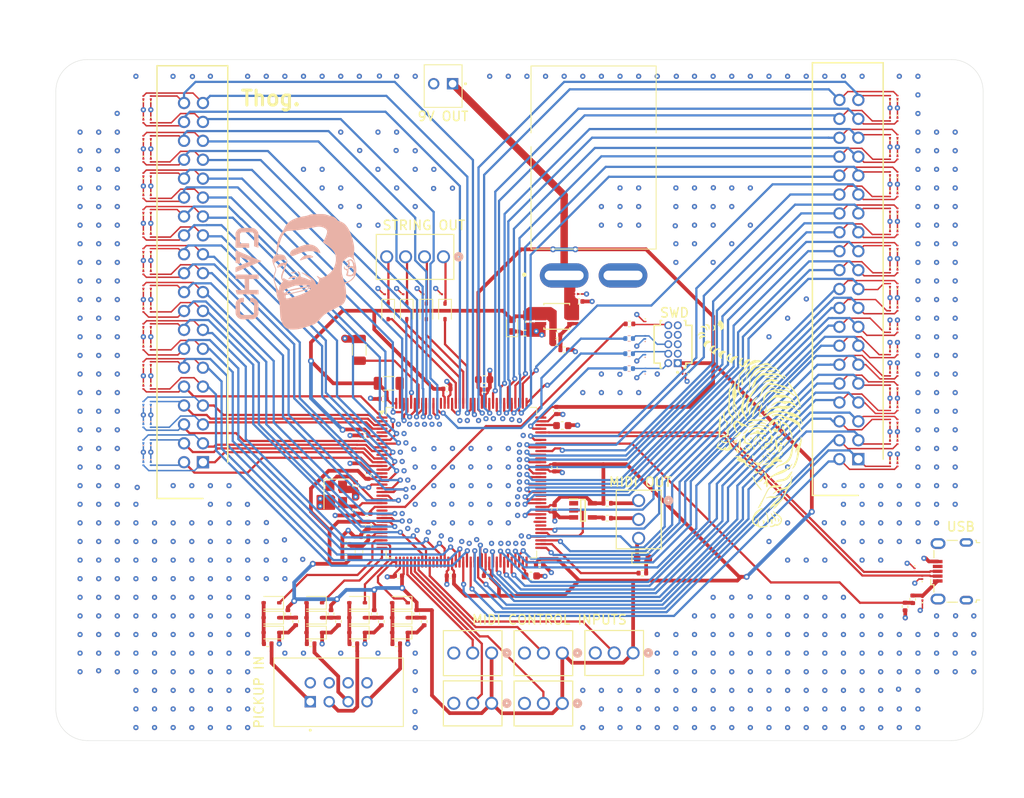
<source format=kicad_pcb>
(kicad_pcb (version 20240108) (generator "pcbnew") (generator_version "8.0")
  (layers (0 "F.Cu" signal) (1 "In1.Cu" power) (2 "In2.Cu" power) (31 "B.Cu" signal) (34 "B.Paste" user) (35 "F.Paste" user) (36 "B.SilkS" user "B.Silkscreen") (37 "F.SilkS" user "F.Silkscreen") (38 "B.Mask" user) (39 "F.Mask" user) (44 "Edge.Cuts" user))
  (net 0 "")
  (net 1 "+3.3V")
  (net 2 "GND")
  (net 3 "NRST")
  (net 4 "/HSE_IN")
  (net 5 "/HSE_OUT")
  (net 6 "/BOOT0")
  (net 7 "/VCAP_1")
  (net 8 "/VCAP_2")
  (net 9 "/Power/9V+")
  (net 10 "D+")
  (net 11 "D-")
  (net 12 "/CONN_NRST")
  (net 13 "/CONN_SWO")
  (net 14 "/CONN_SWCLK")
  (net 15 "/Conn_String_1")
  (net 16 "ADC_String_1_F")
  (net 17 "/Conn_String_2")
  (net 18 "+3.3VA")
  (net 19 "ADC_String_2_F")
  (net 20 "/Conn_String_3")
  (net 21 "/Conn_String_4")
  (net 22 "/CONN_SWDIO")
  (net 23 "ADC_String_3_F")
  (net 24 "ADC_String_4_F")
  (net 25 "input_26")
  (net 26 "input_16")
  (net 27 "input_6")
  (net 28 "input_35")
  (net 29 "input_39")
  (net 30 "input_17")
  (net 31 "input_36")
  (net 32 "input_12")
  (net 33 "input_19")
  (net 34 "input_9")
  (net 35 "input_21")
  (net 36 "input_24")
  (net 37 "input_7")
  (net 38 "input_32")
  (net 39 "input_28")
  (net 40 "input_15")
  (net 41 "input_5")
  (net 42 "input_18")
  (net 43 "input_31")
  (net 44 "input_34")
  (net 45 "input_10")
  (net 46 "input_29")
  (net 47 "input_4")
  (net 48 "input_27")
  (net 49 "input_8")
  (net 50 "input_40")
  (net 51 "input_25")
  (net 52 "String_3_out")
  (net 53 "input_20")
  (net 54 "String_4_out")
  (net 55 "input_2")
  (net 56 "input_13")
  (net 57 "input_1")
  (net 58 "input_14")
  (net 59 "input_3")
  (net 60 "input_38")
  (net 61 "input_37")
  (net 62 "input_23")
  (net 63 "input_30")
  (net 64 "input_33")
  (net 65 "input_22")
  (net 66 "String_1_out")
  (net 67 "input_11")
  (net 68 "ADC_Octave")
  (net 69 "ADC_MIDI_Ch")
  (net 70 "SWDIO")
  (net 71 "SWDCLK")
  (net 72 "SWO")
  (net 73 "input_61")
  (net 74 "input_76")
  (net 75 "input_43")
  (net 76 "input_67")
  (net 77 "input_78")
  (net 78 "input_74")
  (net 79 "input_62")
  (net 80 "input_80")
  (net 81 "input_53")
  (net 82 "input_69")
  (net 83 "input_68")
  (net 84 "input_70")
  (net 85 "input_52")
  (net 86 "input_41")
  (net 87 "input_77")
  (net 88 "input_46")
  (net 89 "input_63")
  (net 90 "input_49")
  (net 91 "input_60")
  (net 92 "input_73")
  (net 93 "input_56")
  (net 94 "input_45")
  (net 95 "input_48")
  (net 96 "String_2_out")
  (net 97 "input_47")
  (net 98 "input_44")
  (net 99 "input_58")
  (net 100 "input_54")
  (net 101 "input_79")
  (net 102 "input_42")
  (net 103 "input_59")
  (net 104 "input_65")
  (net 105 "input_57")
  (net 106 "input_72")
  (net 107 "input_75")
  (net 108 "input_50")
  (net 109 "input_51")
  (net 110 "input_71")
  (net 111 "input_55")
  (net 112 "input_66")
  (net 113 "input_64")
  (net 114 "ADC_Bend")
  (net 115 "ADC_String_4")
  (net 116 "ADC_String_1")
  (net 117 "ADC_String_2")
  (net 118 "ADC_String_3")
  (net 119 "VBUS_Sense")
  (net 120 "ADC_Mode")
  (net 121 "ADC_Slider")
  (net 129 "Net-(U101-PDR_ON)")
  (net 130 "UART_TX")
  (net 131 "/LED_BLUE")
  (net 132 "/VBUS_TVS")
  (net 133 "/MIDI OUT/TX_MIDI_OUT")
  (net 134 "/MIDI OUT/+3.3V_MIDI_OUT")
  (net 135 "/MIDI OUT/TX_BUF_OUT")
  (net 139 "/LED_OUT")
  (net 140 "/Power/FB_IN")
  (net 141 "/Power/LED_GREEN")
  (net 143 "/Amplitude Detection/3V_OUT_2")
  (net 144 "/Amplitude Detection/3V_OUT_1")
  (net 145 "/Amplitude Detection/ADC_Diode_Net_2")
  (net 146 "/Amplitude Detection/ADC_Diode_Net_1")
  (net 147 "/Amplitude Detection/3V_OUT_4")
  (net 148 "/Amplitude Detection/3V_OUT_3")
  (net 149 "/Amplitude Detection/ADC_Diode_Net_4")
  (net 150 "/Amplitude Detection/ADC_Diode_Net_3")
  (net 151 "unconnected-(U101-PD11-Pad80)")
  (footprint "0_Footprint_lib:PMEG3005AESFYL" (layer "F.Cu") (at 93.5 91.3 -90)
    (property "Reference" "D503" (hide yes))
    (property "Value" "D_TVS_Small" (hide yes))
  )
  (footprint "Diode_SMD:D_SOD-323" (layer "F.Cu") (at 131.5 91.581202 -90)
    (property "Reference" "D114" (hide yes))
    (property "Value" "D_Small")
  )
  (footprint "Capacitor_SMD:C_0402_1005Metric" (layer "F.Cu") (at 123.5 118.75 180)
    (property "Reference" "C106" (hide yes))
    (property "Value" "100n")
  )
  (footprint "0_Footprint_lib:PMEG3005AESFYL" (layer "F.Cu") (at 94.5 86.25 -90)
    (property "Reference" "D540" (hide yes))
    (property "Value" "D_TVS_Small" (hide yes))
  )
  (footprint "0_Footprint_lib:PMEG3005AESFYL" (layer "F.Cu") (at 194.75 94.05 -90)
    (property "Reference" "D552" (hide yes))
    (property "Value" "D_TVS_Small" (hide yes))
  )
  (footprint "Capacitor_SMD:C_0402_1005Metric" (layer "F.Cu") (at 139.7 127.1 180)
    (property "Reference" "C107" (hide yes))
    (property "Value" "100n")
  )
  (footprint "0_Footprint_lib:PMEG3005AESFYL" (layer "F.Cu") (at 93.5 78.25 90)
    (property "Reference" "D534" (hide yes))
    (property "Value" "D_TVS_Small" (hide yes))
  )
  (footprint "Capacitor_SMD:C_0402_1005Metric" (layer "F.Cu") (at 120.7 124.6375 180)
    (property "Reference" "C122" (hide yes))
    (property "Value" "1u")
  )
  (footprint "0_Footprint_lib:PMEG3005AESFYL" (layer "F.Cu") (at 193.75 94.05 -90)
    (property "Reference" "D550" (hide yes))
    (property "Value" "D_TVS_Small" (hide yes))
  )
  (footprint "0_Footprint_lib:APP_ASMPR45-1X2-RK" (layer "F.Cu") (at 150 86.755)
    (property "Reference" "J202" (hide yes))
    (property "Value" "9V IN")
  )
  (footprint "0_Footprint_lib:PMEG3005AESFYL" (layer "F.Cu") (at 93.5 88.45 90)
    (property "Reference" "D502" (hide yes))
    (property "Value" "D_TVS_Small" (hide yes))
  )
  (footprint "0_Footprint_lib:PMEG3005AESFYL" (layer "F.Cu") (at 94.5 101.65 -90)
    (property "Reference" "D512" (hide yes))
    (property "Value" "D_TVS_Small" (hide yes))
  )
  (footprint "Diode_SMD:D_SOD-323" (layer "F.Cu") (at 116.45 134.734399 180)
    (property "Reference" "D410" (hide yes))
    (property "Value" "D_Small")
  )
  (footprint "0_Footprint_lib:PMEG3005AESFYL" (layer "F.Cu") (at 93.5 73.35 90)
    (property "Reference" "D530" (hide yes))
    (property "Value" "D_TVS_Small" (hide yes))
  )
  (footprint "0_Footprint_lib:PMEG3005AESFYL" (layer "F.Cu") (at 193.75 106.45 90)
    (property "Reference" "D570" (hide yes))
    (property "Value" "D_TVS_Small" (hide yes))
  )
  (footprint "Capacitor_SMD:C_0603_1608Metric" (layer "F.Cu") (at 145.525 127.125)
    (property "Reference" "C114" (hide yes))
    (property "Value" "2.2u")
  )
  (footprint "0_Footprint_lib:PMEG3005AESFYL" (layer "F.Cu") (at 94.5 73.35 90)
    (property "Reference" "D529" (hide yes))
    (property "Value" "D_TVS_Small" (hide yes))
  )
  (footprint "LOGO" (layer "F.Cu") (at 174.75 106.75)
    (property "Reference" "G***" (hide yes))
    (property "Value" "LOGO" (hide yes))
  )
  (footprint "0_Footprint_lib:PMEG3005AESFYL" (layer "F.Cu") (at 194.75 101.85 90)
    (property "Reference" "D562" (hide yes))
    (property "Value" "D_TVS_Small" (hide yes))
  )
  (footprint "0_Footprint_lib:PMEG3005AESFYL" (layer "F.Cu") (at 194.75 109.05 -90)
    (property "Reference" "D574" (hide yes))
    (property "Value" "D_TVS_Small" (hide yes))
  )
  (footprint "Capacitor_SMD:C_0402_1005Metric" (layer "F.Cu") (at 123.25 108.25 180)
    (property "Reference" "C102" (hide yes))
    (property "Value" "100n")
  )
  (footprint "Resistor_SMD:R_0402_1005Metric" (layer "F.Cu") (at 150 96.75)
    (property "Reference" "R202" (hide yes))
    (property "Value" "78.7k")
  )
  (footprint "Diode_SMD:D_SOD-323" (layer "F.Cu") (at 127.95 130.734399 180)
    (property "Reference" "D411" (hide yes))
    (property "Value" "D_Small")
  )
  (footprint "0_Footprint_lib:PMEG3005AESFYL" (layer "F.Cu") (at 93.5 101.65 -90)
    (property "Reference" "D511" (hide yes))
    (property "Value" "D_TVS_Small" (hide yes))
  )
  (footprint "Diode_SMD:D_SOD-323" (layer "F.Cu") (at 128.8668 91.581202 -90)
    (property "Reference" "D115" (hide yes))
    (property "Value" "D_Small")
  )
  (footprint "0_Footprint_lib:PMEG3005AESFYL" (layer "F.Cu") (at 194.75 88.2 90)
    (property "Reference" "D542" (hide yes))
    (property "Value" "D_TVS_Small" (hide yes))
  )
  (footprint "Resistor_SMD:R_0402_1005Metric" (layer "F.Cu") (at 196.8 130.265 -90)
    (property "Reference" "R108" (hide yes))
    (property "Value" "33k")
  )
  (footprint "0_Footprint_lib:PMEG3005AESFYL" (layer "F.Cu") (at 194.75 68.2 90)
    (property "Reference" "D549" (hide yes))
    (property "Value" "D_TVS_Small" (hide yes))
  )
  (footprint "Resistor_SMD:R_0402_1005Metric" (layer "F.Cu") (at 119.7 133.234399 -90)
    (property "Reference" "R412" (hide yes))
    (property "Value" "2k")
  )
  (footprint "0_Footprint_lib:PMEG3005AESFYL" (layer "F.Cu") (at 193.75 97.05 -90)
    (property "Reference" "D554" (hide yes))
    (property "Value" "D_TVS_Small" (hide yes))
  )
  (footprint "0_Footprint_lib:PMEG3005AESFYL" (layer "F.Cu") (at 131.1668 89.281202)
    (property "Reference" "D110" (hide yes))
    (property "Value" "D_TVS_Small" (hide yes))
  )
  (footprint "Capacitor_SMD:C_0402_1005Metric" (layer "F.Cu") (at 123.7 113.6 90)
    (property "Reference" "C119" (hide yes))
    (property "Value" "100n")
  )
  (footprint "0_Footprint_lib:PMEG3005AESFYL" (layer "F.Cu") (at 198.1 130.33 90)
    (property "Reference" "D109" (hide yes))
    (property "Value" "D_TVS_VBUS" (hide yes))
  )
  (footprint "MountingHole:MountingHole_3.2mm_M3" (layer "F.Cu") (at 202 62)
    (property "Reference" "H103" (hide yes))
    (property "Value" "MountingHole")
  )
  (footprint "Diode_SMD:D_SOD-323" (layer "F.Cu") (at 134 91.581202 -90)
    (property "Reference" "D113" (hide yes))
    (property "Value" "D_Small")
  )
  (footprint "Resistor_SMD:R_0402_1005Metric" (layer "F.Cu") (at 121.7 136.234399 180)
    (property "Reference" "R401" (hide yes))
    (property "Value" "1k")
  )
  (footprint "0_Footprint_lib:PMEG3005AESFYL" (layer "F.Cu") (at 93.5 86.25 -90)
    (property "Reference" "D539" (hide yes))
    (property "Value" "D_TVS_Small" (hide yes))
  )
  (footprint "0_Footprint_lib:PMEG3005AESFYL" (layer "F.Cu") (at 93.5 96.4 -90)
    (property "Reference" "D507" (hide yes))
    (property "Value" "D_TVS_Small" (hide yes))
  )
  (footprint "0_Footprint_lib:TE_3-641126-2" (layer "F.Cu") (at 133.75 61 180)
    (property "Reference" "J201" (hide yes))
    (property "Value" "9V Humbucker OUT")
  )
  (footprint "Diode_SMD:D_SOD-323" (layer "F.Cu") (at 122.2 132.734399 180)
    (property "Reference" "D401" (hide yes))
    (property "Value" "D_Small")
  )
  (footprint "0_Footprint_lib:PMEG3005AESFYL" (layer "F.Cu") (at 94.5 91.3 -90)
    (property "Reference" "D504" (hide yes))
    (property "Value" "D_TVS_Small" (hide yes))
  )
  (footprint "LED_SMD:LED_0603_1608Metric" (layer "F.Cu") (at 143 93.5 90)
    (property "Reference" "D202" (hide yes))
    (property "Value" "GRN")
  )
  (footprint "0_Footprint_lib:PMEG3005AESFYL" (layer "F.Cu") (at 94.5 88.45 90)
    (property "Reference" "D501" (hide yes))
    (property "Value" "D_TVS_Small" (hide yes))
  )
  (footprint "Resistor_SMD:R_0402_1005Metric" (layer "F.Cu") (at 160.5 126.75 180)
    (property "Reference" "R101" (hide yes))
    (property "Value" "1k")
  )
  (footprint "0_Footprint_lib:PMEG3005AESFYL" (layer "F.Cu") (at 94.5 98.7 90)
    (property "Reference" "D509" (hide yes))
    (property "Value" "D_TVS_Small" (hide yes))
  )
  (footprint "0_Footprint_lib:PMEG3005AESFYL" (layer "F.Cu") (at 194.75 104.55 -90)
    (property "Reference" "D568" (hide yes))
    (property "Value" "D_TVS_Small" (hide yes))
  )
  (footprint "0_Footprint_lib:PMEG3005AESFYL" (layer "F.Cu") (at 193.75 99.9 -90)
    (property "Reference" "D558" (hide yes))
    (property "Value" "D_TVS_Small" (hide yes))
  )
  (footprint "Diode_SMD:D_SOD-323" (layer "F.Cu") (at 127.95 134.734399 180)
    (property "Reference" "D408" (hide yes))
    (property "Value" "D_Small")
  )
  (footprint "0_Footprint_lib:PMEG3005AESFYL" (layer "F.Cu") (at 193.75 104.55 -90)
    (property "Reference" "D566" (hide yes))
    (property "Value" "D_TVS_Small" (hide yes))
  )
  (footprint "0_Footprint_lib:PMEG3005AESFYL" (layer "F.Cu") (at 193.75 109.05 -90)
    (property "Reference" "D576" (hide yes))
    (property "Value" "D_TVS_Small" (hide yes))
  )
  (footprint "Resistor_SMD:R_0402_1005Metric" (layer "F.Cu") (at 127.45 136.234399 180)
    (property "Reference" "R407" (hide yes))
    (property "Value" "1k")
  )
  (footprint "0_Footprint_lib:PMEG3005AESFYL" (layer "F.Cu") (at 94.5 93.6 90)
    (property "Reference" "D505" (hide yes))
    (property "Value" "D_TVS_Small" (hide yes))
  )
  (footprint "0_Footprint_lib:SAMTEC_FTSH-105-01-F-D-K" (layer "F.Cu") (at 164.615 96 90)
    (property "Reference" "J108" (hide yes))
    (property "Value" "10-pin Debug Conn")
  )
  (footprint "0_Footprint_lib:SHDR40W62P254_2X20_5801X920X957P" (layer "F.Cu") (at 189.5 111.44 90)
    (property "Reference" "J501" (hide yes))
    (property "Value" "2x20 Conn_1" (hide yes))
  )
  (footprint "MountingHole:MountingHole_3.2mm_M3" (layer "F.Cu") (at 86 145)
    (property "Reference" "H104" (hide yes))
    (property "Value" "MountingHole")
  )
  (footprint "Capacitor_SMD:C_0402_1005Metric" (layer "F.Cu") (at 134.25 102)
    (property "Reference" "C116" (hide yes))
    (property "Value" "100n")
  )
  (footprint "0_Footprint_lib:PMEG3005AESFYL" (layer "F.Cu") (at 193.75 88.2 90)
    (property "Reference" "D544" (hide yes))
    (property "Value" "D_TVS_Small" (hide yes))
  )
  (footprint "Diode_SMD:D_SOD-323" (layer "F.Cu") (at 116.45 130.734399 180)
    (property "Reference" "D412" (hide yes))
    (property "Value" "D_Small")
  )
  (footprint "0_Footprint_lib:PMEG3005AESFYL" (layer "F.Cu") (at 193.75 101.85 90)
    (property "Reference" "D564" (hide yes))
    (property "Value" "D_TVS_Small" (hide yes))
  )
  (footprint "0_Footprint_lib:PMEG3005AESFYL" (layer "F.Cu") (at 193.75 65.65 -90)
    (property "Reference" "D545" (hide yes))
    (property "Value" "D_TVS_Small" (hide yes))
  )
  (footprint "LED_SMD:LED_0603_1608Metric" (layer "F.Cu") (at 160.58 124.75)
    (property "Reference" "D101" (hide yes))
    (property "Value" "BLUE")
  )
  (footprint "Resistor_SMD:R_1206_3216Metric" (layer "F.Cu") (at 122.5 96.75 -90)
    (property "Reference" "R102" (hide yes))
    (property "Value" "10k")
  )
  (footprint "0_Footprint_lib:PMEG3005AESFYL" (layer "F.Cu") (at 93.5 93.6 90)
    (property "Reference" "D506" (hide yes))
    (property "Value" "D_TVS_Small" (hide yes))
  )
  (footprint "Resistor_SMD:R_0402_1005Metric" (layer "F.Cu") (at 110.2 136.234399 180)
    (property "Reference" "R402" (hide yes))
    (property "Value" "1k")
  )
  (footprint "Resistor_SMD:R_0402_1005Metric" (layer "F.Cu") (at 149 95.75)
    (property "Reference" "R201" (hide yes))
    (property "Value" "140k")
  )
  (footprint "Capacitor_SMD:C_0402_1005Metric" (layer "F.Cu") (at 125.7 103.35 180)
    (property "Reference" "C118" (hide yes))
    (property "Value" "100n")
  )
  (footprint "Diode_SMD:D_SOD-323" (layer "F.Cu") (at 127.95 132.734399 180)
    (property "Reference" "D407" (hide yes))
    (property "Value" "D_Small")
  )
  (footprint "Capacitor_SMD:C_0402_1005Metric" (layer "F.Cu") (at 151.98 90.25)
    (property "Reference" "C201" (hide yes))
    (property "Value" "1u")
  )
  (footprint "Capacitor_SMD:C_0402_1005Metric" (layer "F.Cu") (at 127.75 127.1 180)
    (property "Reference" "C104" (hide yes))
    (property "Value" "100n")
  )
  (footprint "Resistor_SMD:R_0402_1005Metric" (layer "F.Cu") (at 158.77 93.2683)
    (property "Reference" "R107" (hide yes))
    (property "Value" "22R")
  )
  (footprint "0_Footprint_lib:PMEG3005AESFYL" (layer "F.Cu") (at 126 89.281202)
    (property "Reference" "D105" (hide yes))
    (property "Value" "D_TVS_Small" (hide yes))
  )
  (footprint "Diode_SMD:D_SOD-323" (layer "F.Cu") (at 110.7 134.734399 180)
    (property "Reference" "D404" (hide yes))
    (property "Value" "D_Small")
  )
  (footprint "Capacitor_SMD:C_0402_1005Metric" (layer "F.Cu") (at 134.72 127.1 180)
    (property "Reference" "C105" (hide yes))
    (property "Value" "100n")
  )
  (footprint "0_Footprint_lib:PMEG3005AESFYL" (layer "F.Cu") (at 128.5 89.281202)
    (property "Reference" "D106" (hide yes))
    (property "Value" "D_TVS_Small" (hide yes))
  )
  (footprint "Capacitor_SMD:C_0402_1005Metric" (layer "F.Cu") (at 123.22 121.85 180)
    (property "Reference" "C120" (hide yes))
    (property "Value" "10n")
  )
  (footprint "0_Footprint_lib:PMEG3005AESFYL" (layer "F.Cu") (at 193.75 62.95 90)
    (property "Reference" "D543" (hide yes))
    (property "Value" "D_TVS_Small" (hide yes))
  )
  (footprint "0_Footprint_lib:PMEG3005AESFYL" (layer "F.Cu") (at 194.75 91.15 -90)
    (property "Reference" "D548" (hide yes))
    (property "Value" "D_TVS_Small" (hide yes))
  )
  (footprint "Diode_SMD:D_SOD-323" (layer "F.Cu") (at 110.7 132.734399 180)
    (property "Reference" "D403" (hide yes))
    (property "Value" "D_Small")
  )
  (footprint "0_Footprint_lib:PMEG3005AESFYL" (layer "F.Cu") (at 194.75 70.8 -90)
    (property "Reference" "D555" (hide yes))
    (property "Value" "D_TVS_Small" (hide yes))
  )
  (footprint "Diode_SMD:D_SOD-323" (layer "F.Cu") (at 110.7 130.734399 180)
    (property "Reference" "D406" (hide yes))
    (property "Value" "D_Small")
  )
  (footprint "Capacitor_SMD:C_0402_1005Metric" (layer "F.Cu") (at 149 94.75)
    (property "Reference" "C202" (hide yes))
    (property "Value" "100p")
  )
  (footprint "Capacitor_SMD:C_0402_1005Metric" (layer "F.Cu") (at 145.1717 93 -90)
    (property "Reference" "C203" (hide yes))
    (property "Value" "1u")
  )
  (footprint "0_Footprint_lib:PMEG3005AESFYL" (layer "F.Cu") (at 193.75 68.2 90)
    (property "Reference" "D551" (hide yes))
    (property "Value" "D_TVS_Small" (hide yes))
  )
  (footprint "0_Footprint_lib:PMEG3005AESFYL" (layer "F.Cu") (at 193.75 78.1 90)
    (property "Reference" "D567" (hide yes))
    (property "Value" "D_TVS_Small" (hide yes))
  )
  (footprint "Resistor_SMD:R_0402_1005Metric" (layer "F.Cu") (at 144.75 94.5)
    (property "Reference" "R203" (hide yes))
    (property "Value" "1k")
  )
  (footprint "MountingHole:MountingHole_3.2mm_M3" (layer "F.Cu") (at 202 145)
    (property "Reference" "H102" (hide yes))
    (property "Value" "MountingHole")
  )
  (footprint "0_Footprint_lib:PMEG3005AESFYL" (layer "F.Cu") (at 93.5 65.9 -90)
    (property "Reference" "D523" (hide yes))
    (property "Value" "D_TVS_Small" (hide yes))
  )
  (footprint "Resistor_SMD:R_0402_1005Metric" (layer "F.Cu") (at 115.96 136.234399 180)
    (property "Reference" "R410" (hide yes))
    (property "Value" "1k")
  )
  (footprint "0_Footprint_lib:CONN_AE-6410-04A_MOL" (layer "F.Cu") (at 133.79 84.25)
    (property "Reference" "J102" (hide yes))
    (property "Value" "1x4 String Output Conn")
  )
  (footprint "Resistor_SMD:R_0402_1005Metric" (layer "F.Cu") (at 155.775199 119.3648)
    (property "Reference" "R302" (hide yes))
    (property "Value" "10R")
  )
  (footprint "0_Footprint_lib:PMEG3005AESFYL" (layer "F.Cu") (at 193.75 80.9 -90)
    (property "Reference" "D569" (hide yes))
    (property "Value" "D_TVS_Small" (hide yes))
  )
  (footprint "MountingHole:MountingHole_3.2mm_M3" (layer "F.Cu") (at 86 62)
    (property "Reference" "H101" (hide yes))
    (property "Value" "MountingHole")
  )
  (footprint "0_Footprint_lib:PMEG3005AESFYL" (layer "F.Cu") (at 94.5 65.9 -90)
    (property "Reference" "D524" (hide yes))
    (property "Value" "D_TVS_Small" (hide yes))
  )
  (footprint "Capacitor_SMD:C_0402_1005Metric" (layer "F.Cu") (at 122 118.27 -90)
    (property "Reference" "C112" (hide yes))
    (property "Value" "12p")
  )
  (footprint "0_Footprint_lib:PMEG3005AESFYL" (layer "F.Cu") (at 194.75 80.9 -90)
    (property "Reference" "D571" (hide yes))
    (property "Value" "D_TVS_Small" (hide yes))
  )
  (footprint "0_Footprint_lib:PMEG3005AESFYL" (layer "F.Cu") (at 198.075 127.5 90)
    (property "Reference" "D108" (hide yes))
    (property "Value" "D_TVS_Small" (hide yes))
  )
  (footprint "0_Footprint_lib:PMEG3005AESFYL" (layer "F.Cu") (at 93.5 71.15 -90)
    (property "Reference" "D527" (hide yes))
    (property "Value" "D_TVS_Small" (hide yes))
  )
  (footprint "Resistor_SMD:R_0402_1005Metric" (layer "F.Cu") (at 124.5 132.234399 -90)
    (property "Reference" "R403" (hide yes))
    (property "Value" "220")
  )
  (footprint "Connector_USB:USB_Micro-B_Wuerth_629105150521" (layer "F.Cu") (at 202.05 126.505 90)
    (property "Reference" "J107" (hide yes))
    (property "Value" "USB_B_Micro")
  )
  (footprint "0_Footprint_lib:CONN_AE-6410-03A_MOL" (layer "F.Cu") (at 149.75 137.484399)
    (property "Reference" "J104" (hide yes))
    (property "Value" "Conn_01x03_Pin")
  )
  (footprint "0_Footprint_lib:PMEG3005AESFYL" (layer "F.Cu") (at 194.75 62.95 90)
    (property "Reference" "D541" (hide yes))
    (property "Value" "D_TVS_Small" (hide yes))
  )
  (footprint "0_Footprint_lib:PMEG3005AESFYL" (layer "F.Cu") (at 151.75 89.25 180)
    (property "Reference" "D201" (hide yes))
    (property "Value" "D_TVS_Small" (hide yes))
  )
  (footprint "Capacitor_SMD:C_0402_1005Metric" (layer "F.Cu") (at 123.7 120.33 -90)
    (property "Reference" "C103" (hide yes))
    (property "Value" "100n")
  )
  (footprint "0_Footprint_lib:PMEG3005AESFYL" (layer "F.Cu") (at 197.05 126.175 -90)
    (property "Reference" "D103" (hide yes))
    (property "Value" "D_TVS_Small" (hide yes))
  )
  (footprint "0_Footprint_lib:PMEG3005AESFYL" (layer "F.Cu") (at 194.75 106.45 90)
    (property "Reference" "D572" (hide yes))
    (property "Value" "D_TVS_Small" (hide yes))
  )
  (footprint "Capacitor_SMD:C_0402_1005Metric" (layer "F.Cu") (at 148.7 118.1 -90)
    (property "Reference" "C110" (hide yes))
    (property "Value" "100n")
  )
  (footprint "Package_QFP:LQFP-144_20x20mm_P0.5mm" (layer "F.Cu") (at 136.2 114.6)
    (property "Reference" "U101" (hide yes))
    (property "Value" "STM32F439ZIT6")
  )
  (footprint "Resistor_SMD:R_0402_1005Metric" (layer "F.Cu") (at 195.77 131.24 -90)
    (property "Reference" "R109" (hide yes))
    (property "Value" "82k")
  )
  (footprint "Capacitor_SMD:C_0402_1005Metric" (layer "F.Cu") (at 120.7 122.8875 180)
    (property "Reference" "C121" (hide yes))
    (property "Value" "1u")
  )
  (footprint "Resistor_SMD:R_0402_1005Metric" (layer "F.Cu") (at 155.775199 117.3648)
    (property "Reference" "R301" (hide yes))
    (property "Value" "33R")
  )
  (footprint "0_Footprint_lib:AMPHENOL_75869-332LF" (layer "F.Cu") (at 119.72 142.754399 90)
    (property "Reference" "J101" (hide yes))
    (property "Value" "2x4 Pickup Conn")
  )
  (footprint "0_Footprint_lib:PMEG3005AESFYL" (layer "F.Cu") (at 94.5 71.15 -90)
    (property "Reference" "D528" (hide yes))
    (property "Value" "D_TVS_Small" (hide yes))
  )
  (footprint "Diode_SMD:D_SOD-323" (layer "F.Cu") (at 122.2 130.734399 180)
    (property "Reference" "D405" (hide yes))
    (property "Value" "D_Small")
  )
  (footprint "0_Footprint_lib:PMEG3005AESFYL" (layer "F.Cu") (at 93.5 98.7 90)
    (property "Reference" "D510" (hide yes))
    (property "Value" "D_TVS_Small" (hide yes))
  )
  (footprint "Resistor_SMD:R_1206_3216Metric" (layer "F.Cu") (at 126.45 101.25)
    (property "Reference" "R103" (hide yes))
    (property "Value" "10k")
  )
  (footprint "0_Footprint_lib:PMEG3005AESFYL" (layer "F.Cu") (at 193.75 75.8 -90)
    (property "Reference" "D561" (hide yes))
    (property "Value" "D_TVS_Small" (hide yes))
  )
  (footprint "Diode_SMD:D_SOD-323" (layer "F.Cu") (at 126.3668 91.581202 -90)
    (property "Reference" "D116" (hide yes))
    (property "Value" "D_Small")
  )
  (footprint "Capacitor_SMD:C_0402_1005Metric" (layer "F.Cu") (at 139.25 102.1)
    (property "Reference" "C115" (hide yes))
    (property "Value" "100n")
  )
  (footprint "0_Footprint_lib:CONN_AE-6410-03A_MOL" (layer "F.Cu") (at 140.2566 137.484399)
    (property "Reference" "J103" (hide yes))
    (property "Value" "Conn_01x03_Pin")
  )
  (footprint "0_Footprint_lib:PMEG3005AESFYL" (layer "F.Cu") (at 193.75 73.2 90)
    (property "Reference" "D559" (hide yes))
    (property "Value" "D_TVS_Small" (hide yes))
  )
  (footprint "0_Footprint_lib:PMEG3005AESFYL" (layer "F.Cu") (at 194.75 83.1 90)
    (property "Reference" "D573" (hide yes))
    (property "Value" "D_TVS_Small" (hide yes))
  )
  (footprint "0_Footprint_lib:PMEG3005AESFYL" (layer "F.Cu") (at 94.5 63 90)
    (property "Reference" "D521" (hide yes))
    (property "Value" "D_TVS_Small" (hide yes))
  )
  (footprint "0_Footprint_lib:PMEG3005AESFYL" (layer "F.Cu") (at 194.75 99.9 -90)
    (property "Reference" "D560" (hide yes))
    (property "Value" "D_TVS_Small" (hide yes))
  )
  (footprint "0_Footprint_lib:PMEG3005AESFYL" (layer "F.Cu") (at 194.75 75.8 -90)
    (property "Reference" "D563" (hide yes))
    (property "Value" "D_TVS_Small" (hide yes))
  )
  (footprint "Diode_SMD:D_SOD-323" (layer "F.Cu") (at 122.2 134.734399 180)
    (property "Reference" "D402" (hide yes))
    (property "Value" "D_Small")
  )
  (footprint "Resistor_SMD:R_0402_1005Metric" (layer "F.Cu") (at 131.2 133.244399 -90)
    (property "Reference" "R409" (hide yes))
    (property "Value" "2k")
  )
  (footprint "0_Footprint_lib:PMEG3005AESFYL" (layer "F.Cu") (at 193.75 83.1 90)
    (property "Reference" "D575" (hide yes))
    (property "Value" "D_TVS_Small" (hide yes))
  )
  (footprint "0_Footprint_lib:PMEG3005AESFYL" (layer "F.Cu") (at 194.75 65.65 -90)
    (property "Reference" "D547" (hide yes))
    (property "Value" "D_TVS_Small" (hide yes))
  )
  (footprint "Resistor_SMD:R_0402_1005Metric" (layer "F.Cu") (at 112.9 132.234399 -90)
    (property "Reference" "R405" (hide yes))
    (property "Value" "220")
  )
  (footprint "0_Footprint_lib:PMEG3005AESFYL" (layer "F.Cu") (at 160.9 93 -90)
    (property "Reference" "D102" (hide yes))
    (property "Value" "D_TVS_Small" (hide yes))
  )
  (footprint "0_Footprint_lib:PMEG3005AESFYL" (layer "F.Cu") (at 193.75 112.05 -90)
    (property "Reference" "D580" (hide yes))
    (property "Value" "D_TVS_Small" (hide yes))
  )
  (footprint "Diode_SMD:D_SOD-323" (layer "F.Cu") (at 116.45 132.734399 180)
    (property "Reference" "D409" (hide yes))
    (property "Value" "D_Small")
  )
  (footprint "Capacitor_SMD:C_0603_1608Metric" (layer "F.Cu") (at 139.25 100.75)
    (property "Reference" "C101" (hide yes))
    (property "Value" "10u" (hide yes))
  )
  (footprint "Capacitor_SMD:C_0402_1005Metric" (layer "F.Cu") (at 148.7 112.6 -90)
    (property "Reference" "C111" (hide yes))
    (property "Value" "100n")
  )
  (footprint "0_Footprint_lib:CONN_AE-6410-03A_MOL" (layer "F.Cu") (at 140.2566 144.234399)
    (property "Reference" "J105" (hide yes))
    (property "Value" "Conn_01x03_Pin")
  )
  (footprint "Capacitor_SMD:C_0402_1005Metric" (layer "F.Cu") (at 146.7 125.6)
    (property "Reference" "C109" (hide yes))
    (property "Value" "100n")
  )
  (footprint "0_Footprint_lib:PMEG3005AESFYL" (layer "F.Cu") (at 94.5 81.25 -90)
    (property "Reference" "D536" (hide yes))
    (property "Value" "D_TVS_Small" (hide yes))
  )
  (footprint "0_Footprint_lib:PMEG3005AESFYL" (layer "F.Cu") (at 93.5 68.35 90)
    (property "Reference" "D526" (hide yes))
    (property "Value" "D_TVS_Small" (hide yes))
  )
  (footprint "0_Footprint_lib:PMEG3005AESFYL" (layer "F.Cu") (at 93.5 63 90)
    (property "Reference" "D522" (hide yes))
    (property "Value" "D_TVS_Small" (hide yes))
  )
  (footprint "Capacitor_SMD:C_0402_1005Metric" (layer "F.Cu") (at 148.95 104.9 -90)
    (property "Reference" "C113" (hide yes))
    (property "Value" "100n")
  )
  (footprint "0_Footprint_lib:PMEG3005AESFYL" (layer "F.Cu") (at 194.75 112.05 -90)
    (property "Reference" "D578" (hide yes))
    (property "Value" "D_TVS_Small" (hide yes))
  )
  (footprint "Capacitor_SMD:C_0402_1005Metric" (layer "F.Cu") (at 122 115.02 -90)
    (property "Reference" "C108" (hide yes))
    (property "Value" "12p")
  )
  (footprint "Capacitor_SMD:C_0603_1608Metric" (layer "F.Cu") (at 149.75 106.925)
    (property "Reference" "C117" (hide yes))
    (property "Value" "2.2u")
  )
  (footprint "0_Footprint_lib:CONN_AE-6410-03A_MOL" (layer "F.Cu") (at 160 117 90)
    (property "Reference" "J301" (hide yes))
    (property "Value" "MIDI Out Conn")
  )
  (footprint "0_Footprint_lib:PMEG3005AESFYL" (layer "F.Cu") (at 94.5 83.5 90)
    (property "Reference" "D537" (hide yes))
    (property "Value" "D_TVS_Small" (hide yes))
  )
  (footprint "Crystal:Crystal_SMD_3225-4Pin_3.2x2.5mm" (layer "F.Cu") (at 119.4 116.12 -90)
    (property "Reference" "Y101" (hide yes))
    (property "Value" "16MHz")
  )
  (footprint "0_Footprint_lib:CONN_AE-6410-03A_MOL" (layer "F.Cu") (at 149.75 144.25)
    (property "Reference" "J109" (hide yes))
    (property "Value" "Conn_01x03_Pin")
  )
  (footprint "0_Footprint_lib:PMEG3005AESFYL" (layer "F.Cu") (at 193.75 91.15 -90)
    (property "Reference" "D546" (hide yes))
    (property "Value" "D_TVS_Small" (hide yes))
  )
  (footprint "0_Footprint_lib:PMEG3005AESFYL" (layer "F.Cu") (at 93.5 83.5 90)
    (property "Reference" "D538" (hide yes))
    (property "Value" "D_TVS_Small" (hide yes))
  )
  (footprint "0_Footprint_lib:PMEG3005AESFYL" (layer "F.Cu") (at 194.75 78.1 90)
    (property "Reference" "D565" (hide yes))
    (property "Value" "D_TVS_Small" (hide yes))
  )
  (footprint "0_Footprint_lib:PMEG3005AESFYL" (layer "F.Cu") (at 194.75 86.05 -90)
    (property "Reference" "D579" (hide yes))
    (property "Value" "D_TVS_Small" (hide yes))
  )
  (footprint "0_Footprint_lib:PMEG3005AESFYL" (layer "F.Cu") (at 94.5 78.25 90)
    (property "Reference" "D533" (hide yes))
    (property "Value" "D_TVS_Small" (hide yes))
  )
  (footprint "Resistor_SMD:R_0402_1005Metric" (layer "F.Cu") (at 125.45 133.244399 -90)
    (property "Reference" "R404" (hide yes))
    (property "Value" "2k")
  )
  (footprint "0_Footprint_lib:PMEG3005AESFYL" (layer "F.Cu") (at 194.75 73.2 90)
    (property "Reference" "D557" (hide yes))
    (property "Value" "D_TVS_Small" (hide yes))
  )
  (footprint "0_Footprint_lib:PMEG3005AESFYL" (layer "F.Cu") (at 166.25 99.98 180)
    (property "Reference" "D117" (hide yes))
    (property "Value" "D_TVS_Small" (hide yes))
  )
  (footprint "0_Footprint_lib:PMEG3005AESFYL" (layer "F.Cu") (at 133.6668 89.281202)
    (property "Reference" "D112" (hide yes))
    (property "Value" "D_TVS_Small" (hide yes))
  )
  (footprint "0_Footprint_lib:SHDR40W62P254_2X20_5801X920X957P" (layer "F.Cu") (at 101.5 111.85 90)
    (property "Reference" "J502" (hide yes))
    (property "Value" "2x20 Conn_2" (hide yes))
  )
  (footprint "0_Footprint_lib:SOT95P280X145-5N" (layer "F.Cu") (at 152.525199 118.3148)
    (property "Reference" "U301" (hide yes))
    (property "Value" "74LVC1G17" (hide yes))
  )
  (footprint "0_Footprint_lib:PMEG3005AESFYL" (layer "F.Cu") (at 94.5 96.4 -90)
    (property "Reference" "D508" (hide yes))
    (property "Value" "D_TVS_Small" (hide yes))
  )
  (footprint "Resistor_SMD:R_0402_1005Metric" (layer "F.Cu") (at 130.2 132.224399 -90)
    (property "Reference" "R408" (hide yes))
    (property "Value" "220")
  )
  (footprint "Inductor_SMD:L_0603_1608Metric" (layer "F.Cu") (at 122.45 123.8875 -90)
    (property "Reference" "FB101" (hide yes))
    (property "Value" "120R")
  )
  (footprint "0_Footprint_lib:PMEG3005AESFYL" (layer "F.Cu") (at 194.75 97.05 -90)
    (property "Reference" "D556" (hide yes))
    (property "Value" "D_TVS_Small" (hide yes))
  )
  (footprint "0_Footprint_lib:PMEG3005AESFYL" (layer "F.Cu") (at 93.5 76.05 -90)
    (property "Reference" "D531" (hide yes))
    (property "Value" "D_TVS_Small" (hide yes))
  )
  (footprint "0_Footprint_lib:CONN_AE-6410-03A_MOL" (layer "F.Cu") (at 159.2566 137.468798)
    (property "Reference" "J106" (hide yes))
    (property "Value" "Conn_01x03_Pin")
  )
  (footprint "Resistor_SMD:R_0402_1005Metric" (layer "F.Cu") (at 113.95 133.234399 -90)
    (property "Reference" "R406" (hide yes))
    (property "Value" "2k")
  )
  (footprint "0_Footprint_lib:PMEG3005AESFYL" (layer "F.Cu") (at 193.75 70.8 -90)
    (property "Reference" "D553" (hide yes))
    (property "Value" "D_TVS_Small" (hide yes))
  )
  (footprint "Resistor_SMD:R_0402_1005Metric" (layer "F.Cu") (at 118.7 132.234399 -90)
    (property "Reference" "R411" (hide yes))
    (property "Value" "220")
  )
  (footprint "0_Footprint_lib:PMEG3005AESFYL" (layer "F.Cu") (at 94.5 76.05 -90)
    (property "Reference" "D532" (hide yes))
    (property "Value" "D_TVS_Small" (hide yes))
  )
  (footprint "0_Footprint_lib:RM_8_ADI" (layer "F.Cu") (at 149 92.25)
    (property "Reference" "U201" (hide yes))
    (property "Value" "ADP3336ARMZ")
  )
  (footprint "0_Footprint_lib:PMEG3005AESFYL" (layer "F.Cu") (at 93.5 81.25 -90)
    (property "Reference" "D535" (hide yes))
    (property "Value" "D_TVS_Small" (hide yes))
  )
  (footprint "0_Footprint_lib:PMEG3005AESFYL" (layer "F.Cu") (at 193.75 86.05 -90)
    (property "Reference" "D577" (hide yes))
    (property "Value" "D_TVS_Small" (hide yes))
  )
  (footprint "0_Footprint_lib:PMEG3005AESFYL" (layer "F.Cu") (at 94.5 68.35 90)
    (property "Reference" "D525" (hide yes))
    (property "Value" "D_TVS_Small" (hide yes))
  )
  (footprint "0_Footprint_lib:PMEG3005AESFYL" (layer "B.Cu") (at 94.5 106.8 -90)
    (property "Reference" "D516" (hide yes))
    (property "Value" "D_TVS_Small" (hide yes))
  )
  (footprint "0_Footprint_lib:PMEG3005AESFYL" (layer "B.Cu") (at 94.5 111.9 -90)
    (property "Reference" "D519" (hide yes))
    (property "Value" "D_TVS_Small" (hide yes))
  )
  (footprint "0_Footprint_lib:PMEG3005AESFYL" (layer "B.Cu") (at 93.5 104.05 90)
    (property "Reference" "D514" (hide yes))
    (property "Value" "D_TVS_Small" (hide yes))
  )
  (footprint "Resistor_SMD:R_0402_1005Metric" (layer "B.Cu") (at 158.725001 97.2683)
    (property "Reference" "R105" (hide yes))
    (property "Value" "22R")
  )
  (footprint "LOGO" (layer "B.Cu") (at 114.25 86.5 180)
    (property "Reference" "G***" (hide yes))
    (property "Value" "LOGO" (hide yes))
  )
  (footprint "Resistor_SMD:R_0402_1005Metric" (layer "B.Cu") (at 158.725001 95.23)
    (property "Reference" "R106" (hide yes))
    (property "Value" "22R")
  )
  (footprint "0_Footprint_lib:PMEG3005AESFYL" (layer "B.Cu") (at 93.5 106.8 -90)
    (property "Reference" "D515" (hide yes))
    (property "Value" "D_TVS_Small" (hide yes))
  )
  (footprint "Resistor_SMD:R_0402_1005Metric" (layer "B.Cu") (at 158.725001 99.2683)
    (property "Reference" "R104" (hide yes))
    (property "Value" "22R")
  )
  (footprint "0_Footprint_lib:PMEG3005AESFYL" (layer "B.Cu") (at 160.875001 97.35 90)
    (property "Reference" "D107" (hide yes))
    (property "Value" "D_TVS_Small" (hide yes))
  )
  (footprint "0_Footprint_lib:PMEG3005AESFYL" (layer "B.Cu") (at 94.5 109.2 90)
    (property "Reference" "D517" (hide yes))
    (property "Value" "D_TVS_Small" (hide yes))
  )
  (footprint "0_Footprint_lib:PMEG3005AESFYL" (layer "B.Cu") (at 93.5 109.2 90)
    (property "Reference" "D518" (hide yes))
    (property "Value" "D_TVS_Small" (hide yes))
  )
  (footprint "0_Footprint_lib:PMEG3005AESFYL" (layer "B.Cu") (at 160.875001 95.23 90)
    (property "Reference" "D104" (hide yes))
    (property "Value" "D_TVS_Small" (hide yes))
  )
  (footprint "0_Footprint_lib:PMEG3005AESFYL" (layer "B.Cu") (at 93.5 111.9 -90)
    (property "Reference" "D520" (hide yes))
    (property "Value" "D_TVS_Small" (hide yes))
  )
  (footprint "0_Footprint_lib:PMEG3005AESFYL" (layer "B.Cu") (at 94.5 104.05 90)
    (property "Reference" "D513" (hide yes))
    (property "Value" "D_TVS_Small" (hide yes))
  )
  (footprint "0_Footprint_lib:PMEG3005AESFYL" (layer "B.Cu") (at 160.875001 99.6 90)
    (property "Reference" "D111" (hide yes))
    (property "Value" "D_TVS_Small" (hide yes))
  )
  (gr_arc (start 81.75 62) (mid 82.994796 58.994796) (end 86 57.75) (stroke (width 0.05)) (layer "Edge.Cuts"))
  (gr_line (start 202 57.75) (end 86 57.75) (stroke (width 0.05)) (layer "Edge.Cuts"))
  (gr_line (start 81.75 62) (end 81.75 145) (stroke (width 0.05)) (layer "Edge.Cuts"))
  (gr_arc (start 202 57.75) (mid 205.005204 58.994796) (end 206.25 62) (stroke (width 0.05)) (layer "Edge.Cuts"))
  (gr_arc (start 206.25 145) (mid 205.005204 148.005204) (end 202 149.25) (stroke (width 0.05)) (layer "Edge.Cuts"))
  (gr_line (start 86 149.25) (end 202 149.25) (stroke (width 0.05)) (layer "Edge.Cuts"))
  (gr_line (start 206.25 145) (end 206.25 62) (stroke (width 0.05)) (layer "Edge.Cuts"))
  (gr_arc (start 86 149.25) (mid 82.994796 148.005204) (end 81.75 145) (stroke (width 0.05)) (layer "Edge.Cuts"))
  (gr_text "MIDI OUT" (at 155.89 115.25 0) (layer "F.SilkS") (effects (font (size 1.25 1.25) (thickness 0.2)) (justify left bottom)))
  (gr_text "Thog." (at 106.375 64.125 0) (layer "F.SilkS") (effects (font (size 2 2) (thickness 0.4) (bold yes)) (justify left bottom)))
  (gr_text "SWD" (at 162.75 92.5 0) (layer "F.SilkS") (effects (font (size 1.25 1.25) (thickness 0.2)) (justify left bottom)))
  (gr_text "9V OUT\n" (at 130.21 66.11 0) (layer "F.SilkS") (effects (font (size 1.25 1.25) (thickness 0.2)) (justify left bottom)))
  (gr_text "STRING OUT\n" (at 125.5 80.75 0) (layer "F.SilkS") (effects (font (size 1.25 1.25) (thickness 0.2)) (justify left bottom)))
  (gr_text "MIDI CONTROL INPUTS" (at 137.5 133.75 0) (layer "F.SilkS") (effects (font (size 1.25 1.25) (thickness 0.2)) (justify left bottom)))
  (gr_text "PICKUP IN" (at 109.75 147.75 90) (layer "F.SilkS") (effects (font (size 1.25 1.25) (thickness 0.2)) (justify left bottom)))
  (gr_text "USB\n" (at 201.25 121.25 0) (layer "F.SilkS") (effects (font (size 1.25 1.25) (thickness 0.2)) (justify left bottom)))
  (segment (start 118.7 131.05) (end 119.5 130.25) (width 0.5) (layer "F.Cu") (net 1))
  (segment (start 138.25 91.5) (end 124.5 91.5) (width 0.5) (layer "F.Cu") (net 1))
  (segment (start 116 115.37) (end 118.37 113) (width 0.5) (layer "F.Cu") (net 1))
  (segment (start 124.9875 101.25) (end 126.18 102.4425) (width 0.5) (layer "F.Cu") (net 1))
  (segment (start 124.19688 119.85) (end 123.7 119.85) (width 0.3) (layer "F.Cu") (net 1))
  (segment (start 134.95 125.2625) (end 134.95 126.2) (width 0.3) (layer "F.Cu") (net 1))
  (segment (start 141.25 128.5) (end 141.25 129.8) (width 0.5) (layer "F.Cu") (net 1))
  (segment (start 118.37 113) (end 122.310001 113) (width 0.5) (layer "F.Cu") (net 1))
  (segment (start 147.9 112.35) (end 148.13 112.12) (width 0.3) (layer "F.Cu") (net 1))
  (segment (start 120.25 91.5) (end 116 95.75) (width 0.5) (layer "F.Cu") (net 1))
  (segment (start 124.69688 120.35) (end 124.19688 119.85) (width 0.3) (layer "F.Cu") (net 1))
  (segment (start 120.627499 125.5) (end 118.5 125.5) (width 0.5) (layer "F.Cu") (net 1))
  (segment (start 138.475 91.725) (end 138.25 91.5) (width 0.5) (layer "F.Cu") (net 1))
  (segment (start 112.9 131.35) (end 113.75 130.5) (width 0.5) (layer "F.Cu") (net 1))
  (segment (start 161 83.25) (end 170 92.25) (width 0.5) (layer "F.Cu") (net 1))
  (segment (start 138.475 100.75) (end 138.475 101.805) (width 0.5) (layer "F.Cu") (net 1))
  (segment (start 155.265199 117.3648) (end 155.265199 112.135199) (width 0.5) (layer "F.Cu") (net 1))
  (segment (start 143 92.7125) (end 141.7875 91.5) (width 0.5) (layer "F.Cu") (net 1))
  (segment (start 132.214399 131.714399) (end 132.25 131.75) (width 0.5) (layer "F.Cu") (net 1))
  (segment (start 124.5 91.5) (end 120.25 91.5) (width 0.5) (layer "F.Cu") (net 1))
  (segment (start 122.4125 124.6375) (end 122.45 124.675) (width 0.5) (layer "F.Cu") (net 1))
  (segment (start 148.13 112.12) (end 148.7 112.12) (width 0.3) (layer "F.Cu") (net 1))
  (segment (start 124.5 131.724399) (end 124.5 129) (width 0.5) (layer "F.Cu") (net 1))
  (segment (start 148.7 117.3) (end 148.7 117.62) (width 0.5) (layer "F.Cu") (net 1))
  (segment (start 116 95.75) (end 116 98.25) (width 0.5) (layer "F.Cu") (net 1))
  (segment (start 165.9 99.98) (end 165.9 99.19) (width 0.2) (layer "F.Cu") (net 1))
  (segment (start 128.45 126.88) (end 128.23 127.1) (width 0.3) (layer "F.Cu") (net 1))
  (segment (start 124.42 114.08) (end 123.7 114.08) (width 0.3) (layer "F.Cu") (net 1))
  (segment (start 120.25 107.5) (end 120.3 107.45) (width 0.5) (layer "F.Cu") (net 1))
  (segment (start 116 98.25) (end 119 101.25) (width 0.5) (layer "F.Cu") (net 1))
  (segment (start 138.95 103.9375) (end 138.95 102.95) (width 0.3) (layer "F.Cu") (net 1))
  (segment (start 153.775199 117.3648) (end 155.265199 117.3648) (width 0.5) (layer "F.Cu") (net 1))
  (segment (start 173.5 127.25) (end 158.37 112.12) (width 0.5) (layer "F.Cu") (net 1))
  (segment (start 141.598501 145.5763) (end 140.2566 144.234399) (width 0.5) (layer "F.Cu") (net 1))
  (segment (start 144.9017 92.25) (end 145.1717 92.52) (width 0.5) (layer "F.Cu") (net 1))
  (segment (start 148.5 83.25) (end 144.25 83.25) (width 0.5) (layer "F.Cu") (net 1))
  (segment (start 149.75 137.484399) (end 149.75 144.25) (width 0.5) (layer "F.Cu") (net 1))
  (segment (start 118.7 131.724399) (end 118.7 131.05) (width 0.5) (layer "F.Cu") (net 1))
  (segment (start 153.775199 117.3648) (end 152.910399 116.5) (width 0.5) (layer "F.Cu") (net 1))
  (segment (start 120.3 107.45) (end 123.2 107.45) (width 0.5) (layer "F.Cu") (net 1))
  (segment (start 118.5 121) (end 119.65 119.85) (width 0.5) (layer "F.Cu") (net 1))
  (segment (start 125.5375 108.35) (end 123.7 108.35) (width 0.3) (layer "F.Cu") (net 1))
  (segment (start 130.2 131.714399) (end 130.2 130.7) (width 0.5) (layer "F.Cu") (net 1))
  (segment (start 146.791734 124.84) (end 146.22 125.411734) (width 0.5) (layer "F.Cu") (net 1))
  (segment (start 121.18 124.6375) (end 122.4125 124.6375) (width 0.5) (layer "F.Cu") (net 1))
  (segment (start 170 92.25) (end 170 98.5) (width 0.5) (layer "F.Cu") (net 1))
  (segment (start 124.5 91.5) (end 124.5 94) (width 0.5) (layer "F.Cu") (net 1))
  (segment (start 116 118.5) (end 116 115.37) (width 0.5) (layer "F.Cu") (net 1))
  (segment (start 159.2566 137.468798) (end 157.9303 138.795098) (width 0.5) (layer "F.Cu") (net 1))
  (segment (start 133.77 102.91688) (end 133.77 102) (width 0.3) (layer "F.Cu") (net 1))
  (segment (start 138.475 101.805) (end 138.77 102.1) (width 0.5) (layer "F.Cu") (net 1))
  (segment (start 140.18 127.43) (end 141.25 128.5) (width 0.5) (layer "F.Cu") (net 1))
  (segment (start 124.65 113.85) (end 124.42 114.08) (width 0.3) (layer "F.Cu") (net 1))
  (segment (start 119 101.25) (end 124.9875 101.25) (width 0.5) (layer "F.Cu") (net 1))
  (segment (start 151.060699 138.795098) (end 149.75 137.484399) (width 0.5) (layer "F.Cu") (net 1))
  (segment (start 148.4237 145.5763) (end 141.598501 145.5763) (width 0.5) (layer "F.Cu") (net 1))
  (segment (start 173.75 127.25) (end 173.25 127.75) (width 0.5) (layer "F.Cu") (net 1))
  (segment (start 124.5 94) (end 132.5 102) (width 0.5) (layer "F.Cu") (net 1))
  (segment (start 141.7875 91.5) (end 138.25 91.5) (width 0.5) (layer "F.Cu") (net 1))
  (segment (start 119.65 119.85) (end 123.7 119.85) (width 0.5) (layer "F.Cu") (net 1))
  (segment (start 165.9 99.19) (end 165.25 98.54) (width 0.2) (layer "F.Cu") (net 1))
  (segment (start 118.5 125.5) (end 118.5 121) (width 0.5) (layer "F.Cu") (net 1))
  (segment (start 138.9303 145.560699) (end 134.627228 145.560699) (width 0.5) (layer "F.Cu") (net 1))
  (segment (start 135.2 128.2) (end 135.2 127.1) (width 0.5) (layer "F.Cu") (net 1))
  (segment (start 130.2 131.714399) (end 132.214399 131.714399) (width 0.5) (layer "F.Cu") (net 1))
  (segment (start 158.37 112.12) (end 155.25 112.12) (width 0.5) (layer "F.Cu") (net 1))
  (segment (start 141.25 129.8) (end 136.8 129.8) (width 0.5) (layer "F.Cu") (net 1))
  (segment (start 157.9303 138.795098) (end 151.060699 138.795098) (width 0.5) (layer "F.Cu") (net 1))
  (segment (start 159.2566 127.7566) (end 159.25 127.75) (width 0.5) (layer "F.Cu") (net 1))
  (segment (start 155.25 112.12) (end 148.7 112.12) (width 0.5) (layer "F.Cu") (net 1))
  (segment (start 143 92.7125) (end 143.4625 92.25) (width 0.5) (layer "F.Cu") (net 1))
  (segment (start 152 127.75) (end 149.09 124.84) (width 0.5) (layer "F.Cu") (net 1))
  (segment (start 123.73 107.98) (end 123.73 108.25) (width 0.5) (layer "F.Cu") (net 1))
  (segment (start 148.95 104.42) (end 166.83 104.42) (width 0.5) (layer "F.Cu") (net 1))
  (segment (start 183.25 111.75) (end 183.25 118.5) (width 0.5) (layer "F.Cu") (net 1))
  (segment (start 174.5 127.25) (end 173.75 127.25) (width 0.5) (layer "F.Cu") (net 1))
  (segment (start 140.18 126.43) (end 140.18 127.1) (width 0.3) (layer "F.Cu") (net 1))
  (segment (start 112.9 131.724399) (end 112.9 131.35) (width 0.5) (layer "F.Cu") (net 1))
  (segment (start 133.95 103.09688) (end 133.77 102.91688) (width 0.3) (layer "F.Cu") (net 1))
  (segment (start 146.22 125.411734) (end 146.22 125.6) (width 0.5) (layer "F.Cu") (net 1))
  (segment (start 139.95 126.2) (end 140.18 126.43) (width 0.3) (layer "F.Cu") (net 1))
  (segment (start 134.627228 145.560699) (end 132.25 143.183471) (width 0.5) (layer "F.Cu") (net 1))
  (segment (start 155.265199 112.135199) (end 155.25 112.12) (width 0.5) (layer "F.Cu") (net 1))
  (segment (start 143.4625 92.25) (end 144.9017 92.25) (width 0.5) (layer "F.Cu") (net 1))
  (segment (start 159.2566 137.468798) (end 159.2566 127.7566) (width 0.5) (layer "F.Cu") (net 1))
  (segment (start 169.96 98.54) (end 170 98.5) (width 0.5) (layer "F.Cu") (net 1))
  (segment (start 149.5 116.5) (end 148.7 117.3) (width 0.5) (layer "F.Cu") (net 1))
  (segment (start 165.25 98.54) (end 169.96 98.54) (width 0.5) (layer "F.Cu") (net 1))
  (segment (start 144.25 83.25) (end 138.475 89.025) (width 0.5) (layer "F.Cu") (net 1))
  (segment (start 148.13 117.62) (end 148.7 117.62) (width 0.3) (layer "F.Cu") (net 1))
  (segment (start 149.75 144.25) (end 148.4237 145.5763) (width 0.5) (layer "F.Cu") (net 1))
  (segment (start 128.23 127.1) (end 128.23 128.73) (width 0.5) (layer "F.Cu") (net 1))
  (segment (start 152.910399 116.5) (end 149.5 116.5) (width 0.5) (layer "F.Cu") (net 1))
  (segment (start 132.25 143.183471) (end 132.25 131.75) (width 0.5) (layer "F.Cu") (net 1))
  (segment (start 159.25 127.75) (end 152 127.75) (width 0.5) (layer "F.Cu") (net 1))
  (segment (start 138.475 89.025) (end 138.475 91.725) (width 0.5) (layer "F.Cu") (net 1))
  (segment (start 118.5 125.5) (end 116.25 125.5) (width 0.5) (layer "F.Cu") (net 1))
  (segment (start 140.2566 144.234399) (end 138.9303 145.560699) (width 0.5) (layer "F.Cu") (net 1))
  (segment (start 126.18 102.4425) (end 126.18 103.35) (width 0.5) (layer "F.Cu") (net 1))
  (segment (start 138.77 102.73) (end 138.77 102.1) (width 0.3) (layer "F.Cu") (net 1))
  (segment (start 134.95 126.2) (end 135.2 126.45) (width 0.3) (layer "F.Cu") (net 1))
  (segment (start 130.2 130.7) (end 128.25 128.75) (width 0.5) (layer "F.Cu") (net 1))
  (segment (start 139.95 125.2625) (end 139.95 126.2) (width 0.3) (layer "F.Cu") (net 1))
  (segment (start 123.2 107.45) (end 123.73 107.98) (width 0.5) (layer "F.Cu") (net 1))
  (segment (start 128.23 128.73) (end 128.25 128.75) (width 0.5) (layer "F.Cu") (net 1))
  (segment (start 136.8 129.8) (end 135.2 128.2) (width 0.5) (layer "F.Cu") (net 1))
  (segment (start 140.2566 144.234399) (end 140.2566 137.484399) (width 0.5) (layer "F.Cu") (net 1))
  (segment (start 148.95 104.42) (end 148.2925 104.42) (width 0.3) (layer "F.Cu") (net 1))
  (segment (start 138.95 102.95) (end 138.75 102.75) (width 0.3) (layer "F.Cu") (net 1))
  (segment (start 151.5 83.25) (end 161 83.25) (width 0.5) (layer "F.Cu") (net 1))
  (segment (start 146.8625 117.85) (end 147.9 117.85) (width 0.3) (layer "F.Cu") (net 1))
  (segment (start 126.7675 103.9375) (end 126.18 103.35) (width 0.3) (layer "F.Cu") (net 1))
  (segment (start 140.18 127.1) (end 140.18 127.43) (width 0.5) (layer "F.Cu") (net 1))
  (segment (start 166.83 104.42) (end 170 101.25) (width 0.5) (layer "F.Cu") (net 1))
  (segment (start 132.5 102) (end 133.77 102) (width 0.5) (layer "F.Cu") (net 1))
  (segment (start 148.2925 104.42) (end 146.8625 105.85) (width 0.3) (layer "F.Cu") (net 1))
  (segment (start 145.8825 125.2625) (end 146.22 125.6) (width 0.3) (layer "F.Cu") (net 1))
  (segment (start 133.95 103.9375) (end 133.95 103.09688) (width 0.3) (layer "F.Cu") (net 1))
  (segment (start 149.95 129.8) (end 141.25 129.8) (width 0.5) (layer "F.Cu") (net 1))
  (segment (start 138.475 100.75) (end 138.475 91.725) (width 0.5) (layer "F.Cu") (net 1))
  (segment (start 173.75 127.25) (end 173.5 127.25) (width 0.5) (layer "F.Cu") (net 1))
  (segment (start 122.310001 113) (end 123.390001 114.08) (width 0.5) (layer "F.Cu") (net 1))
  (segment (start 118.5 121) (end 116 118.5) (width 0.5) (layer "F.Cu") (net 1))
  (segment (start 138.75 102.75) (end 138.77 102.73) (width 0.3) (layer "F.Cu") (net 1))
  (segment (start 170 98.5) (end 183.25 111.75) (width 0.5) (layer "F.Cu") (net 1))
  (segment (start 173.25 127.75) (end 159.25 127.75) (width 0.5) (layer "F.Cu") (net 1))
  (segment (start 123.390001 114.08) (end 123.7 114.08) (width 0.5) (layer "F.Cu") (net 1))
  (segment (start 125.5375 120.35) (end 124.69688 120.35) (width 0.3) (layer "F.Cu") (net 1))
  (segment (start 147.9 117.85) (end 148.13 117.62) (width 0.3) (layer "F.Cu") (net 1))
  (segment (start 170 101.25) (end 170 98.5) (width 0.5) (layer "F.Cu") (net 1))
  (segment (start 152 127.75) (end 149.95 129.8) (width 0.5) (layer "F.Cu") (net 1))
  (segment (start 125.5375 113.85) (end 124.65 113.85) (width 0.3) (layer "F.Cu") (net 1))
  (segment (start 121.18 124.947499) (end 120.627499 125.5) (width 0.5) (layer "F.Cu") (net 1))
  (segment (start 149.09 124.84) (end 146.791734 124.84) (width 0.5) (layer "F.Cu") (net 1))
  (segment (start 146.8625 112.35) (end 147.9 112.35) (width 0.3) (layer "F.Cu") (net 1))
  (segment (start 127.45 103.9375) (end 126.7675 103.9375) (width 0.3) (layer "F.Cu") (net 1))
  (segment (start 135.2 126.45) (end 135.2 127.1) (width 0.3) (layer "F.Cu") (net 1))
  (segment (start 128.45 125.2625) (end 128.45 126.88) (width 0.3) (layer "F.Cu") (net 1))
  (segment (start 121.18 124.6375) (end 121.18 124.947499) (width 0.5) (layer "F.Cu") (net 1))
  (segment (start 144.95 125.2625) (end 145.8825 125.2625) (width 0.3) (layer "F.Cu") (net 1))
  (via (at 113.75 130.5) (size 0.8) (drill 0.4) (layers "F.Cu" "B.Cu") (net 1))
  (via (at 183.25 118.5) (size 0.8) (drill 0.4) (layers "F.Cu" "B.Cu") (net 1))
  (via (at 128.25 128.75) (size 0.8) (drill 0.4) (layers "F.Cu" "B.Cu") (net 1))
  (via (at 119.5 130.25) (size 0.8) (drill 0.4) (layers "F.Cu" "B.Cu") (net 1))
  (via (at 120.25 107.5) (size 0.8) (drill 0.4) (layers "F.Cu" "B.Cu") (net 1))
  (via (at 116 98.25) (size 0.8) (drill 0.4) (layers "F.Cu" "B.Cu") (net 1))
  (via (at 124.5 129) (size 0.8) (drill 0.4) (layers "F.Cu" "B.Cu") (net 1))
  (via (at 148.5 83.25) (size 0.8) (drill 0.4) (layers "F.Cu" "B.Cu") (net 1))
  (via (at 116.25 125.5) (size 0.8) (drill 0.4) (layers "F.Cu" "B.Cu") (net 1))
  (via (at 151.5 83.25) (size 0.8) (drill 0.4) (layers "F.Cu" "B.Cu") (net 1))
  (via (at 174.5 127.25) (size 0.8) (drill 0.4) (layers "F.Cu" "B.Cu") (net 1))
  (segment (start 181 120.75) (end 174.5 127.25) (width 0.5) (layer "B.Cu") (net 1))
  (segment (start 113.75 128) (end 116.25 125.5) (width 0.5) (layer "B.Cu") (net 1))
  (segment (start 116 98.25) (end 116 103.25) (width 0.5) (layer "B.Cu") (net 1))
  (segment (start 128.25 128.75) (end 124.75 128.75) (width 0.5) (layer "B.Cu") (net 1))
  (segment (start 183.25 118.5) (end 181 120.75) (width 0.5) (layer "B.Cu") (net 1))
  (segment (start 113.75 130.5) (end 113.75 128) (width 0.5) (layer "B.Cu") (net 1))
  (segment (start 119.5 130.25) (end 114 130.25) (width 0.5) (layer "B.Cu") (net 1))
  (segment (start 114 130.25) (end 113.75 130.5) (width 0.5) (layer "B.Cu") (net 1))
  (segment (start 116 103.25) (end 120.25 107.5) (width 0.5) (layer "B.Cu") (net 1))
  (segment (start 124.5 129) (end 120.75 129) (width 0.5) (layer "B.Cu") (net 1))
  (segment (start 148.5 83.25) (end 151.5 83.25) (width 0.5) (layer "B.Cu") (net 1))
  (segment (start 120.75 129) (end 119.5 130.25) (width 0.5) (layer "B.Cu") (net 1))
  (segment (start 124.75 128.75) (end 124.5 129) (width 0.5) (layer "B.Cu") (net 1))
  (segment (start 194.75 91.1) (end 194.75 89.75) (width 0.2) (layer "F.Cu") (net 2))
  (segment (start 123.74 120.85) (end 123.7 120.81) (width 0.3) (layer "F.Cu") (net 2))
  (segment (start 152.73 90.25) (end 153.75 90.25) (width 0.5) (layer "F.Cu") (net 2))
  (segment (start 193.75 75.75) (end 193.75 74.5) (width 0.2) (layer "F.Cu") (net 2))
  (segment (start 194.75 83.25) (end 194.75 84.5) (width 0.2) (layer "F.Cu") (net 2))
  (segment (start 120.22 124.6375) (end 120.22 122.8875) (width 0.5) (layer "F.Cu") (net 2))
  (segment (start 150.5 96.76) (end 151.26 96.76) (width 0.5) (layer "F.Cu") (net 2))
  (segment (start 193.75 63) (end 193.75 64.25) (width 0.2) (layer "F.Cu") (net 2))
  (segment (start 197.05 126.125) (end 196.35 125.425) (width 0.2) (layer "F.Cu") (net 2))
  (segment (start 195.8 132.755) (end 195.8 131.78) (width 0.5) (layer "F.Cu") (net 2))
  (segment (start 134.24 126.51) (end 134.24 127.1) (width 0.3) (layer "F.Cu") (net 2))
  (segment (start 93.5 83.55) (end 93.5 84.75) (width 0.2) (layer "F.Cu") (net 2))
  (segment (start 120.22 121.78) (end 121 121) (width 0.5) (layer "F.Cu") (net 2))
  (segment (start 94.5 83.55) (end 94.5 84.75) (width 0.2) (layer "F.Cu") (net 2))
  (segment (start 139.45 103.9375) (end 139.45 102.8) (width 0.3) (layer "F.Cu") (net 2))
  (segment (start 160.9 92.95) (end 160.7 92.95) (width 0.2) (layer "F.Cu") (net 2))
  (segment (start 197.805 131.755) (end 198.1 131.46) (width 0.2) (layer "F.Cu") (net 2))
  (segment (start 194.75 106.5) (end 194.75 107.75) (width 0.2) (layer "F.Cu") (net 2))
  (segment (start 148.95 105.38) (end 149.78 105.38) (width 0.5) (layer "F.Cu") (net 2))
  (segment (start 125.22 103.35) (end 124.1 103.35) (width 0.5) (layer "F.Cu") (net 2))
  (segment (start 194.75 99.85) (end 194.75 98.5) (width 0.2) (layer "F.Cu") (net 2))
  (segment (start 94.5 101.6) (end 94.5 100.25) (width 0.2) (layer "F.Cu") (net 2))
  (segment (start 130.22 134.734399) (end 131.2 133.754399) (width 0.5) (layer "F.Cu") (net 2))
  (segment (start 198.55 124.755) (end 198.975 125.18) (width 0.5) (layer "F.Cu") (net 2))
  (segment (start 134.25 101) (end 134.73 101.48) (width 0.5) (layer "F.Cu") (net 2))
  (segment (start 194.75 75.75) (end 194.75 74.5) (width 0.2) (layer "F.Cu") (net 2))
  (segment (start 194.75 109) (end 194.75 107.75) (width 0.2) (layer "F.Cu") (net 2))
  (segment (start 198.075 127.55) (end 197.625 127.55) (width 0.2) (layer "F.Cu") (net 2))
  (segment (start 127.875 88.875) (end 127.5 88.5) (width 0.2) (layer "F.Cu") (net 2))
  (segment (start 193.75 101.9) (end 193.75 103.25) (width 0.2) (layer "F.Cu") (net 2))
  (segment (start 194.75 112) (end 194.75 110.75) (width 0.2) (layer "F.Cu") (net 2))
  (segment (start 193.75 97) (end 193.75 95.75) (width 0.2) (layer "F.Cu") (net 2))
  (segment (start 111.75 134.734399) (end 112.96 134.734399) (width 0.5) (layer "F.Cu") (net 2))
  (segment (start 94.5 86.2) (end 94.5 84.75) (width 0.2) (layer "F.Cu") (net 2))
  (segment (start 93.5 68.4) (end 93.5 69.75) (width 0.2) (layer "F.Cu") (net 2))
  (segment (start 193.75 70.75) (end 193.75 69.5) (width 0.2) (layer "F.Cu") (net 2))
  (segment (start 139.45 125.2625) (end 139.45 126.3) (width 0.3) (layer "F.Cu") (net 2))
  (segment (start 193.75 109) (end 193.75 107.75) (width 0.2) (layer "F.Cu") (net 2))
  (segment (start 139.45 123.75) (end 139.45 125.2625) (width 0.3) (layer "F.Cu") (net 2))
  (segment (start 94.5 73.4) (end 94.5 74.75) (width 0.2) (layer "F.Cu") (net 2))
  (segment (start 193.75 91.1) (end 193.75 89.75) (width 0.2) (layer "F.Cu") (net 2))
  (segment (start 151.26 96.76) (end 151.5 97) (width 0.5) (layer "F.Cu") (net 2))
  (segment (start 194.75 73.25) (end 194.75 74.5) (width 0.2) (layer "F.Cu") (net 2))
  (segment (start 126.25 127.25) (end 127.12 127.25) (width 0.5) (layer "F.Cu") (net 2))
  (segment (start 93.5 71.1) (end 93.5 69.75) (width 0.2) (layer "F.Cu") (net 2))
  (segment (start 118.71 134.734399) (end 119.7 133.744399) (width 0.5) (layer "F.Cu") (net 2))
  (segment (start 193.75 83.25) (end 193.75 84.5) (width 0.2) (layer "F.Cu") (net 2))
  (segment (start 117.5 134.734399) (end 117.5 136.25) (width 0.5) (layer "F.Cu") (net 2))
  (segment (start 166.3 100.78) (end 166.5 100.98) (width 0.2) (layer "F.Cu") (net 2))
  (segment (start 148.08 118.58) (end 148.7 118.58) (width 0.3) (layer "F.Cu") (net 2))
  (segment (start 140.025 100.75) (end 140.025 101.805) (width 0.5) (layer "F.Cu") (net 2))
  (segment (start 195.8 131.78) (end 195.77 131.75) (width 0.5) (layer "F.Cu") (net 2))
  (segment (start 94.5 76) (end 94.5 74.75) (width 0.2) (layer "F.Cu") (net 2))
  (segment (start 147.825 106.35) (end 148.795 105.38) (width 0.3) (layer "F.Cu") (net 2))
  (segment (start 93.5 78.3) (end 93.5 79.75) (width 0.2) (layer "F.Cu") (net 2))
  (segment (start 194.75 104.5) (end 194.75 103.25) (width 0.2) (layer "F.Cu") (net 2))
  (segment (start 94.5 71.1) (end 94.5 69.75) (width 0.2) (layer "F.Cu") (net 2))
  (segment (start 134.73 101.48) (end 134.73 102) (width 0.5) (layer "F.Cu") (net 2))
  (segment (start 193.75 99.85) (end 193.75 98.5) (width 0.2) (layer "F.Cu") (net 2))
  (segment (start 193.75 88.25) (end 193.75 89.75) (width 0.2) (layer "F.Cu") (net 2))
  (segment (start 194.75 78.15) (end 194.75 79.5) (width 0.2) (layer "F.Cu") (net 2))
  (segment (start 123.470001 120.81) (end 123.7 120.81) (width 0.5) (layer "F.Cu") (net 2))
  (segment (start 148.7 118.58) (end 148.7 119.7) (width 0.5) (layer "F.Cu") (net 2))
  (segment (start 93.5 86.2) (end 93.5 84.75) (width 0.2) (layer "F.Cu") (net 2))
  (segment (start 147.85 118.35) (end 148.08 118.58) (width 0.3) (layer "F.Cu") (net 2))
  (segment (start 131.1168 89.281202) (end 131.031202 89.281202) (width 0.2) (layer "F.Cu") (net 2))
  (segment (start 134.45 103.05) (end 134.73 102.77) (width 0.3) (layer "F.Cu") (net 2))
  (segment (start 193.75 68.25) (end 193.75 69.5) (width 0.2) (layer "F.Cu") (net 2))
  (segment (start 94.5 81.2) (end 94.5 79.75) (width 0.2) (layer "F.Cu") (net 2))
  (segment (start 194.75 70.75) (end 194.75 69.5) (width 0.2) (layer "F.Cu") (net 2))
  (segment (start 198.975 125.18) (end 200.15 125.18) (width 0.5) (layer "F.Cu") (net 2))
  (segment (start 194.75 80.85) (end 194.75 79.5) (width 0.2) (layer "F.Cu") (net 2))
  (segment (start 193.75 112) (end 193.75 110.75) (width 0.2) (layer "F.Cu") (net 2))
  (segment (start 94.5 68.4) (end 94.5 69.75) (width 0.2) (layer "F.Cu") (net 2))
  (segment (start 94.5 63.05) (end 94.5 64.5) (width 0.2) (layer "F.Cu") (net 2))
  (segment (start 149.78 105.38) (end 149.825 105.425) (width 0.5) (layer "F.Cu") (net 2))
  (segment (start 128.45 89.281202) (end 128.281202 89.281202) (width 0.2) (layer "F.Cu") (net 2))
  (segment (start 166.3 99.98) (end 166.3 100.78) (width 0.2) (layer "F.Cu") (net 2))
  (segment (start 193.75 80.85) (end 193.75 79.5) (width 0.2) (layer "F.Cu") (net 2))
  (segment (start 93.5 88.5) (end 93.5 90) (width 0.2) (layer "F.Cu") (net 2))
  (segment (start 198.1 131.46) (end 198.1 130.38) (width 0.2) (layer "F.Cu") (net 2))
  (segment (start 139.73 102.52) (end 139.73 102.1) (width 0.3) (layer "F.Cu") (net 2))
  (segment (start 139.45 102.8) (end 139.73 102.52) (width 0.3) (layer "F.Cu") (net 2))
  (segment (start 93.5 81.2) (end 93.5 79.75) (width 0.2) (layer "F.Cu") (net 2))
  (segment (start 94.5 78.3) (end 94.5 79.75) (width 0.2) (layer "F.Cu") (net 2))
  (segment (start 133.6168 89.281202) (end 133.531202 89.281202) (width 0.2) (layer "F.Cu") (net 2))
  (segment (start 122.74 121.85) (end 121.85 121.85) (width 0.5) (layer "F.Cu") (net 2))
  (segment (start 124.37 113.12) (end 123.7 113.12) (width 0.3) (layer "F.Cu") (net 2))
  (segment (start 119.25 119) (end 121.75 119) (width 0.5) (layer "F.Cu") (net 2))
  (segment (start 150.575 106.875) (end 150.525 106.925) (width 0.5) (layer "F.Cu") (net 2))
  (segment (start 122 118.75) (end 123.02 118.75) (width 0.5) (layer "F.Cu") (net 2))
  (segment (start 129 134.734399) (end 130.22 134.734399) (width 0.5) (layer "F.Cu") (net 2))
  (segment (start 134.45 126.3) (end 134.24 126.51) (width 0.3) (layer "F.Cu") (net 2))
  (segment (start 148.7 113.08) (end 149.58 113.08) (width 0.5) (layer "F.Cu") (net 2))
  (segment (start 122.58 112) (end 123.7 113.12) (width 0.5) (layer "F.Cu") (net 2))
  (segment (start 123.25 136.25) (end 123.25 134.734399) (width 0.5) (layer "F.Cu") (net 2))
  (segment (start 148.795 105.38) (end 148.95 105.38) (width 0.3) (layer "F.Cu") (net 2))
  (segment (start 160.7 92.95) (end 159.75 92) (width 0.2) (layer "F.Cu") (net 2))
  (segment (start 93.5 96.35) (end 93.5 95) (width 0.2) (layer "F.Cu") (net 2))
  (segment (start 134.45 125.2625) (end 134.45 126.3) (width 0.3) (layer "F.Cu") (net 2))
  (segment (start 194.75 94) (end 194.75 92.75) (width 0.2) (layer "F.Cu") (net 2))
  (segment (start 112.96 134.734399) (end 113.95 133.744399) (width 0.5) (layer "F.Cu") (net 2))
  (segment (start 194.75 86) (end 194.75 84.5) (width 0.2) (layer "F.Cu") (net 2))
  (segment (start 122.74 121.85) (end 122.74 121.540001) (width 0.5) (layer "F.Cu") (net 2))
  (segment (start 148.08 113.08) (end 148.7 113.08) (width 0.3) (layer "F.Cu") (net 2))
  (segment (start 147.195 125.6) (end 147.18 125.6) (width 0.5) (layer "F.Cu") (net 2))
  (segment (start 193.75 73.25) (end 193.75 74.5) (width 0.2) (layer "F.Cu") (net 2))
  (segment (start 122.74 121.540001) (end 123.470001 120.81) (width 0.5) (layer "F.Cu") (net 2))
  (segment (start 121.25 108.25) (end 122.77 108.25) (width 0.5) (layer "F.Cu") (net 2))
  (segment (start 127.12 127.25) (end 127.27 127.1) (width 0.5) (layer "F.Cu") (net 2))
  (segment (start 194.75 68.25) (end 194.75 69.5) (width 0.2) (layer "F.Cu") (net 2))
  (segment (start 140.025 99.5) (end 140.025 100.75) (width 0.5) (layer "F.Cu") (net 2))
  (segment (start 111.75 134.734399) (end 111.75 136.25) (width 0.5) (layer "F.Cu") (net 2))
  (segment (start 94.5 96.35) (end 94.5 95) (width 0.2) (layer "F.Cu") (net 2))
  (segment (start 133.531202 89.281202) (end 132.75 88.5) (width 0.2) (layer "F.Cu") (net 2))
  (segment (start 120.22 122.8875) (end 120.22 121.78) (width 0.5) (layer "F.Cu") (net 2))
  (segment (start 193.75 65.6) (end 193.75 64.25) (width 0.2) (layer "F.Cu") (net 2))
  (segment (start 194.75 65.6) (end 194.75 64.25) (width 0.2) (layer "F.Cu") (net 2))
  (segment (start 148.7 119.7) (end 148.75 119.75) (width 0.5) (layer "F.Cu") (net 2))
  (segment (start 134.45 103.9375) (end 134.45 103.05) (width 0.3) (layer "F.Cu") (net 2))
  (segment (start 121.25 112) (end 122.58 112) (width 0.5) (layer "F.Cu") (net 2))
  (segment (start 159.7925 122.2875) (end 160 122.08) (width 0.5) (layer "F.Cu") (net 2))
  (segment (start 124.6 113.35) (end 124.37 113.12) (width 0.3) (layer "F.Cu") (net 2))
  (segment (start 149.58 113.08) (end 149.75 113.25) (width 0.5) (layer "F.Cu") (net 2))
  (segment (start 147.85 112.85) (end 148.08 113.08) (width 0.3) (layer "F.Cu") (net 2))
  (segment (start 94.5 98.75) (end 94.5 100.25) (width 0.2) (layer "F.Cu") (net 2))
  (segment (start 150.5 96.76) (end 150.5 96.77) (width 0.5) (layer "F.Cu") (net 2))
  (segment (start 94.5 88.5) (end 94.5 90) (width 0.2) (layer "F.Cu") (net 2))
  (segment (start 123.25 134.734399) (end 124.47 134.734399) (width 0.5) (layer "F.Cu") (net 2))
  (segment (start 193.75 86) (end 193.75 84.5) (width 0.2) (layer "F.Cu") (net 2))
  (segment (start 146.8625 106.35) (end 147.825 106.35) (width 0.3) (layer "F.Cu") (net 2))
  (segment (start 93.5 76) (end 93.5 74.75) (width 0.2) (layer "F.Cu") (net 2))
  (segment (start 125.5375 113.35) (end 124.6 113.35) (width 0.3) (layer "F.Cu") (net 2))
  (segment (start 93.5 98.75) (end 93.5 100.25) (width 0.2) (layer "F.Cu") (net 2))
  (segment (start 194.75 63) (end 194.75 64.25) (width 0.2) (layer "F.Cu") (net 2))
  (segment (start 125.5375 120.85) (end 123.74 120.85) (width 0.3) (layer "F.Cu") (net 2))
  (segment (start 193.75 94) (end 193.75 92.75) (width 0.2) (layer "F.Cu") (net 2))
  (segment (start 134.24 128.24) (end 134.25 128.25) (width 0.5) (layer "F.Cu") (net 2))
  (segment (start 93.5 73.4) (end 93.5 74.75) (width 0.2) (layer "F.Cu") (net 2))
  (segment (start 198.3 124.755) (end 198.55 124.755) (width 0.5) (layer "F.Cu") (net 2))
  (segment (start 93.5 91.25) (end 93.5 90) (width 0.2) (layer "F.Cu") (net 2))
  (segment (start 196.35 125.425) (end 196.05 125.425) (width 0.2) (layer "F.Cu") (net 2))
  (segment (start 149.3848 119.2648) (end 148.7 118.58) (width 0.5) (layer "F.Cu") (net 2))
  (segment (start 124.1 103.35) (end 124 103.25) (width 0.5) (layer "F.Cu") (net 2))
  (segment (start 131.031202 89.281202) (end 130.25 88.5) (width 0.2) (layer "F.Cu") (net 2))
  (segment (start 94.5 93.65) (end 94.5 95) (width 0.2) (layer "F.Cu") (net 2))
  (segment (start 146.8625 118.35) (end 147.85 118.35) (width 0.3) (layer "F.Cu") (net 2))
  (segment (start 151.8 89.25) (end 153 89.25) (width 0.2) (layer "F.Cu") (net 2))
  (segment (start 139.45 126.3) (end 139.22 126.53) (width 0.3) (layer "F.Cu") (net 2))
  (segment (start 193.75 104.5) (end 193.75 103.25) (width 0.2) (layer "F.Cu") (net 2))
  (segment (start 127.27 126.78312) (end 127.27 127.1) (width 0.3) (layer "F.Cu") (net 2))
  (segment (start 93.5 101.6) (end 93.5 100.25) (width 0.2) (layer "F.Cu") (net 2))
  (segment (start 128.281202 89.281202) (end 127.875 88.875) (width 0.2) (layer "F.Cu") (net 2))
  (segment (start 124.47 134.734399) (end 125.45 133.754399) (width 0.5) (layer "F.Cu") (net 2))
  (segment (start 117.5 134.734399) (end 118.71 134.734399) (width 0.5) (layer "F.Cu") (net 2))
  (segment (start 194.75 97) (end 194.75 95.75) (width 0.2) (layer "F.Cu") (net 2))
  (segment (start 147.375 127.125) (end 147.425 127.175) (width 0.5) (layer "F.Cu") (net 2))
  (segment (start 146.3 127.125) (end 147.375 127.125) (width 0.5) (layer "F.Cu") (net 2))
  (segment (start 151.8 106.875) (end 150.575 106.875) (width 0.5) (layer "F.Cu") (net 2))
  (segment (start 93.5 93.65) (end 93.5 95) (width 0.2) (layer "F.Cu") (net 2))
  (segment (start 194.75 88.25) (end 194.75 89.75) (width 0.2) (layer "F.Cu") (net 2))
  (segment (start 134.73 102.77) (end 134.73 102) (width 0.3) (layer "F.Cu") (net 2))
  (segment (start 127.95 126.10312) (end 127.27 126.78312) (width 0.3) (layer "F.Cu") (net 2))
  (segment (start 193.75 106.5) (end 193.75 107.75) (width 0.2) (layer "F.Cu") (net 2))
  (segment (start 129 136.25) (end 129 134.734399) (width 0.5) (layer "F.Cu") (net 2))
  (segment (start 94.5 65.85) (end 94.5 64.5) (width 0.2) (layer "F.Cu") (net 2))
  (segment (start 151.275199 119.2648) (end 149.3848 119.2648) (width 0.5) (layer "F.Cu") (net 2))
  (segment (start 125.781202 89.281202) (end 125 88.5) (width 0.2) (layer "F.Cu") (net 2))
  (segment (start 159.7925 124.75) (end 159.7925 122.2875) (width 0.5) (layer "F.Cu") (net 2))
  (segment (start 121.85 121.85) (end 121 121) (width 0.5) (layer "F.Cu") (net 2))
  (segment (start 127.95 125.2625) (end 127.95 126.10312) (width 0.3) (layer "F.Cu") (net 2))
  (segment (start 140.025 101.805) (end 139.73 102.1) (width 0.5) (layer "F.Cu") (net 2))
  (segment (start 94.5 91.25) (end 94.5 90) (width 0.2) (layer "F.Cu") (net 2))
  (segment (start 134.24 127.1) (end 134.24 128.24) (width 0.5) (layer "F.Cu") (net 2))
  (segment (start 122.5 95.2875) (end 120.625 95.2875) (width 1) (layer "F.Cu") (net 2))
  (segment (start 146.8625 112.85) (end 147.85 112.85) (width 0.3) (layer "F.Cu") (net 2))
  (segment (start 193.75 78.15) (end 193.75 79.5) (width 0.2) (layer "F.Cu") (net 2))
  (segment (start 121.75 119) (end 122 118.75) (width 0.5) (layer "F.Cu") (net 2))
  (segment (start 148.275 126.68) (end 147.195 125.6) (width 0.5) (layer "F.Cu") (net 2))
  (segment (start 125.95 89.281202) (end 125.781202 89.281202) (width 0.2) (layer "F.Cu") (net 2))
  (segment (start 93.5 63.05) (end 93.5 64.5) (width 0.2) (layer "F.Cu") (net 2))
  (segment (start 93.5 65.85) (end 93.5 64.5) (width 0.2) (layer "F.Cu") (net 2))
  (segment (start 197.625 127.55) (end 197.075 128.1) (width 0.2) (layer "F.Cu") (net 2))
  (segment (start 120.625 95.2875) (end 120.55 95.2125) (width 1) (layer "F.Cu") (net 2))
  (segment (start 139.22 126.53) (end 139.22 127.1) (width 0.3) (layer "F.Cu") (net 2))
  (segment (start 194.75 101.9) (end 194.75 103.25) (width 0.2) (layer "F.Cu") (net 2))
  (via (at 197.5 147.5) (size 0.7) (drill 0.3) (layers "F.Cu" "B.Cu") (net 2))
  (via (at 165 145) (size 0.7) (drill 0.3) (layers "F.Cu" "B.Cu") (net 2))
  (via (at 132.5 115) (size 0.7) (drill 0.3) (layers "F.Cu" "B.Cu") (net 2))
  (via (at 167.5 77.5) (size 0.7) (drill 0.3) (layers "F.Cu" "B.Cu") (net 2))
  (via (at 100 130) (size 0.7) (drill 0.3) (layers "F.Cu" "B.Cu") (net 2))
  (via (at 132.5 120) (size 0.7) (drill 0.3) (layers "F.Cu" "B.Cu") (net 2))
  (via (at 190 132.5) (size 0.7) (drill 0.3) (layers "F.Cu" "B.Cu") (net 2))
  (via (at 194.75 107.75) (size 0.7) (drill 0.3) (layers "F.Cu" "B.Cu") (net 2))
  (via (at 129.25 106.75) (size 0.7) (drill 0.3) (layers "F.Cu" "B.Cu") (net 2))
  (via (at 205 132.5) (size 0.7) (drill 0.3) (layers "F.Cu" "B.Cu") (net 2))
  (via (at 200 137.5) (size 0.7) (drill 0.3) (layers "F.Cu" "B.Cu") (net 2))
  (via (at 129.25 119.75) (size 0.7) (drill 0.3) (layers "F.Cu" "B.Cu") (net 2))
  (via (at 197.5 62.5) (size 0.7) (drill 0.3) (layers "F.Cu" "B.Cu") (net 2))
  (via (at 170 145) (size 0.7) (drill 0.3) (layers "F.Cu" "B.Cu") (net 2))
  (via (at 205 140) (size 0.7) (drill 0.3) (layers "F.Cu" "B.Cu") (net 2))
  (via (at 122.5 77.5) (size 0.7) (drill 0.3) (layers "F.Cu" "B.Cu") (net 2))
  (via (at 147.5 60) (size 0.7) (drill 0.3) (layers "F.Cu" "B.Cu") (net 2))
  (via (at 85 115) (size 0.7) (drill 0.3) (layers "F.Cu" "B.Cu") (net 2))
  (via (at 195.8 132.755) (size 0.7) (drill 0.3) (layers "F.Cu" "B.Cu") (net 2))
  (via (at 121.25 108.25) (size 0.7) (drill 0.3) (layers "F.Cu" "B.Cu") (net 2))
  (via (at 144 115.5) (size 0.7) (drill 0.3) (layers "F.Cu" "B.Cu") (net 2))
  (via (at 85 77.5) (size 0.7) (drill 0.3) (layers "F.Cu" "B.Cu") (net 2))
  (via (at 197.5 77.5) (size 0.7) (drill 0.3) (layers "F.Cu" "B.Cu") (net 2))
  (via (at 172.5 142.5) (size 0.7) (drill 0.3) (layers "F.Cu" "B.Cu") (net 2))
  (via (at 162.5 145) (size 0.7) (drill 0.3) (layers "F.Cu" "B.Cu") (net 2))
  (via (at 120 67.5) (size 0.7) (drill 0.3) (layers "F.Cu" "B.Cu") (net 2))
  (via (at 202.5 107.5) (size 0.7) (drill 0.3) (layers "F.Cu" "B.Cu") (net 2))
  (via (at 197.805 131.755) (size 0.7) (drill 0.3) (layers "F.Cu" "B.Cu") (net 2))
  (via (at 120 75) (size 0.7) (drill 0.3) (layers "F.Cu" "B.Cu") (net 2))
  (via (at 137 106.25) (size 0.7) (drill 0.3) (layers "F.Cu" "B.Cu") (net 2))
  (via (at 92.5 60) (size 0.7) (drill 0.3) (layers "F.Cu" "B.Cu") (net 2))
  (via (at 200 85) (size 0.7) (drill 0.3) (layers "F.Cu" "B.Cu") (net 2))
  (via (at 131.75 121.25) (size 0.7) (drill 0.3) (layers "F.Cu" "B.Cu") (net 2))
  (via (at 85 85) (size 0.7) (drill 0.3) (layers "F.Cu" "B.Cu") (net 2))
  (via (at 105 115) (size 0.7) (drill 0.3) (layers "F.Cu" "B.Cu") (net 2))
  (via (at 202.553993 132.48436) (size 0.7) (drill 0.3) (layers "F.Cu" "B.Cu") (net 2))
  (via (at 190 145) (size 0.7) (drill 0.3) (layers "F.Cu" "B.Cu") (net 2))
  (via (at 202.5 70) (size 0.7) (drill 0.3) (layers "F.Cu" "B.Cu") (net 2))
  (via (at 105 145) (size 0.7) (drill 0.3) (layers "F.Cu" "B.Cu") (net 2))
  (via (at 194.75 64.25) (size 0.7) (drill 0.3) (layers "F.Cu" "B.Cu") (net 2))
  (via (at 87.5 125) (size 0.7) (drill 0.3) (layers "F.Cu" "B.Cu") (net 2))
  (via (at 105 137.5) (size 0.7) (drill 0.3) (layers "F.Cu" "B.Cu") (net 2))
  (via (at 155 80) (size 0.7) (drill 0.3) (layers "F.Cu" "B.Cu") (net 2))
  (via (at 194.75 89.75) (size 0.7) (drill 0.3) (layers "F.Cu" "B.Cu") (net 2))
  (via (at 90 97.5) (size 0.7) (drill 0.3) (layers "F.Cu" "B.Cu") (net 2))
  (via (at 195 115) (size 0.7) (drill 0.3) (layers "F.Cu" "B.Cu") (net 2))
  (via (at 193.75 79.5) (size 0.7) (drill 0.3) (layers "F.Cu" "B.Cu") (net 2))
  (via (at 200 102.5) (size 0.7) (drill 0.3) (layers "F.Cu" "B.Cu") (net 2))
  (via (at 192.5 125) (size 0.7) (drill 0.3) (layers "F.Cu" "B.Cu") (net 2))
  (via (at 97.5 125) (size 0.7) (drill 0.3) (layers "F.Cu" "B.Cu") (net 2))
  (via (at 138.5 106.25) (size 0.7) (drill 0.3) (layers "F.Cu" "B.Cu") (net 2))
  (via (at 202.5 77.5) (size 0.7) (drill 0.3) (layers "F.Cu" "B.Cu") (net 2))
  (via (at 157.5 60) (size 0.7) (drill 0.3) (layers "F.Cu" "B.Cu") (net 2))
  (via (at 95 127.5) (size 0.7) (drill 0.3) (layers "F.Cu" "B.Cu") (net 2))
  (via (at 160 75) (size 0.7) (drill 0.3) (layers "F.Cu" "B.Cu") (net 2))
  (via (at 100 140) (size 0.7) (drill 0.3) (layers "F.Cu" "B.Cu") (net 2))
  (via (at 193.75 64.25) (size 0.7) (drill 0.3) (layers "F.Cu" "B.Cu") (net 2))
  (via (at 133.5 121.75) (size 0.7) (drill 0.3) (layers "F.Cu" "B.Cu") (net 2))
  (via (at 167.5 145) (size 0.7) (drill 0.3) (layers "F.Cu" "B.Cu") (net 2))
  (via (at 87.5 105) (size 0.7) (drill 0.3) (layers "F.Cu" "B.Cu") (net 2))
  (via (at 85 97.5) (size 0.7) (drill 0.3) (layers "F.Cu" "B.Cu") (net 2))
  (via (at 200 95) (size 0.7) (drill 0.3) (layers "F.Cu" "B.Cu") (net 2))
  (via (at 87.5 120) (size 0.7) (drill 0.3) (layers "F.Cu" "B.Cu") (net 2))
  (via (at 197.5 117.5) (size 0.7) (drill 0.3) (layers "F.Cu" "B.Cu") (net 2))
  (via (at 93.5 79.75) (size 0.7) (drill 0.3) (layers "F.Cu" "B.Cu") (net 2))
  (via (at 185 135) (size 0.7) (drill 0.3) (layers "F.Cu" "B.Cu") (net 2))
  (via (at 155 100) (size 0.7) (drill 0.3) (layers "F.Cu" "B.Cu") (net 2))
  (via (at 197.5 100) (size 0.7) (drill 0.3) (layers "F.Cu" "B.Cu") (net 2))
  (via (at 132.5 112.5) (size 0.7) (drill 0.3) (layers "F.Cu" "B.Cu") (net 2))
  (via (at 193.75 89.75) (size 0.7) (drill 0.3) (layers "F.Cu" "B.Cu") (net 2))
  (via (at 121 121) (size 0.7) (drill 0.3) (layers "F.Cu" "B.Cu") (net 2))
  (via (at 87.5 97.5) (size 0.7) (drill 0.3) (layers "F.Cu" "B.Cu") (net 2))
  (via (at 196.05 125.425) (size 0.7) (drill 0.3) (layers "F.Cu" "B.Cu") (net 2))
  (via (at 85 100) (size 0.7) (drill 0.3) (layers "F.Cu" "B.Cu") (net 2))
  (via (at 85 125) (size 0.7) (drill 0.3) (layers "F.Cu" "B.Cu") (net 2))
  (via (at 184.935827 119.979643) (size 0.7) (drill 0.3) (layers "F.Cu" "B.Cu") (net 2))
  (via (at 97.5 132.5) (size 0.7) (drill 0.3) (layers "F.Cu" "B.Cu") (net 2))
  (via (at 177.5 140) (size 0.7) (drill 0.3) (layers "F.Cu" "B.Cu") (net 2))
  (via (at 100 135) (size 0.7) (drill 0.3) (layers "F.Cu" "B.Cu") (net 2))
  (via (at 87.5 95) (size 0.7) (drill 0.3) (layers "F.Cu" "B.Cu") (net 2))
  (via (at 87.5 107.5) (size 0.7) (drill 0.3) (layers "F.Cu" "B.Cu") (net 2))
  (via (at 142.965394 106.103817) (size 0.7) (drill 0.3) (layers "F.Cu" "B.Cu") (net 2))
  (via (at 110 127.5) (size 0.7) (drill 0.3) (layers "F.Cu" "B.Cu") (net 2))
  (via (at 143.75 117.5) (size 0.7) (drill 0.3) (layers "F.Cu" "B.Cu") (net 2))
  (via (at 159.75 100.5) (size 0.7) (drill 0.3) (layers "F.Cu" "B.Cu") (net 2))
  (via (at 195 147.5) (size 0.7) (drill 0.3) (layers "F.Cu" "B.Cu") (net 2))
  (via (at 172.5 140) (size 0.7) (drill 0.3) (layers "F.Cu" "B.Cu") (net 2))
  (via (at 193.75 103.25) (size 0.7) (drill 0.3) (layers "F.Cu" "B.Cu") (net 2))
  (via (at 136 106.25) (size 0.7) (drill 0.3) (layers "F.Cu" "B.Cu") (net 2))
  (via (at 132.469465 75.068827) (size 0.7) (drill 0.3) (layers "F.Cu" "B.Cu") (net 2))
  (via (at 90 127.5) (size 0.7) (drill 0.3) (layers "F.Cu" "B.Cu") (net 2))
  (via (at 102.5 137.5) (size 0.7) (drill 0.3) (layers "F.Cu" "B.Cu") (net 2))
  (via (at 85 72.5) (size 0.7) (drill 0.3) (layers "F.Cu" "B.Cu") (net 2))
  (via (at 90 125) (size 0.7) (drill 0.3) (layers "F.Cu" "B.Cu") (net 2))
  (via (at 175 75) (size 0.7) (drill 0.3) (layers "F.Cu" "B.Cu") (net 2))
  (via (at 182.5 137.5) (size 0.7) (drill 0.3) (layers "F.Cu" "B.Cu") (net 2))
  (via (at 170.030534 74.97654) (size 0.7) (drill 0.3) (layers "F.Cu" "B.Cu") (net 2))
  (via (at 162.5 137.5) (size 0.7) (drill 0.3) (layers "F.Cu" "B.Cu") (net 2))
  (via (at 87.5 115) (size 0.7) (drill 0.3) (layers "F.Cu" "B.Cu") (net 2))
  (via (at 128.5 108) (size 0.7) (drill 0.3) (layers "F.Cu" "B.Cu") (net 2))
  (via (at 153 89.25) (size 0.7) (drill 0.3) (layers "F.Cu" "B.Cu") (net 2))
  (via (at 187.5 142.5) (size 0.7) (drill 0.3) (layers "F.Cu" "B.Cu") (net 2))
  (via (at 97.5 140) (size 0.7) (drill 0.3) (layers "F.Cu" "B.Cu") (net 2))
  (via (at 200 90) (size 0.7) (drill 0.3) (layers "F.Cu" "B.Cu") (net 2))
  (via (at 120 60) (size 0.7) (drill 0.3) (layers "F.Cu" "B.Cu") (net 2))
  (via (at 194.75 103.25) (size 0.7) (drill 0.3) (layers "F.Cu" "B.Cu") (net 2))
  (via (at 180 132.5) (size 0.7) (drill 0.3) (layers "F.Cu" "B.Cu") (net 2))
  (via (at 95 140) (size 0.7) (drill 0.3) (layers "F.Cu" "B.Cu") (net 2))
  (via (at 85 87.5) (size 0.7) (drill 0.3) (layers "F.Cu" "B.Cu") (net 2))
  (via (at 192.5 145) (size 0.7) (drill 0.3) (layers "F.Cu" "B.Cu") (net 2))
  (via (at 152.5 147.5) (size 0.7) (drill 0.3) (layers "F.Cu" "B.Cu") (net 2))
  (via (at 95 122.5) (size 0.7) (drill 0.3) (layers "F.Cu" "B.Cu") (net 2))
  (via (at 87.5 90) (size 0.7) (drill 0.3) (layers "F.Cu" "B.Cu") (net 2))
  (via (at 85 120) (size 0.7) (drill 0.3) (layers "F.Cu" "B.Cu") (net 2))
  (via (at 125 72.5) (size 0.7) (drill 0.3) (layers "F.Cu" "B.Cu") (net 2))
  (via (at 167.5 147.5) (size 0.7) (drill 0.3) (layers "F.Cu" "B.Cu") (net 2))
  (via (at 165.05871 59.999999) (size 0.7) (drill 0.3) (layers "F.Cu" "B.Cu") (net 2))
  (via (at 130 117.5) (size 0.7) (drill 0.3) (layers "F.Cu" "B.Cu") (net 2))
  (via (at 87.5 112.5) (size 0.7) (drill 0.3) (layers "F.Cu" "B.Cu") (net 2))
  (via (at 94.5 74.75) (size 0.7) (drill 0.3) (layers "F.Cu" "B.Cu") (net 2))
  (via (at 85 95) (size 0.7) (drill 0.3) (layers "F.Cu" "B.Cu") (net 2))
  (via (at 151.5 97) (size 0.7) (drill 0.3) (layers "F.Cu" "B.Cu") (net 2))
  (via (at 172.5 60) (size 0.7) (drill 0.3) (layers "F.Cu" "B.Cu") (net 2))
  (via (at 187.5 122.5) (size 0.7) (drill 0.3) (layers "F.Cu" "B.Cu") (net 2))
  (via (at 85 127.5) (size 0.7) (drill 0.3) (layers "F.Cu" "B.Cu") (net 2))
  (via (at 170 147.5) (size 0.7) (drill 0.3) (layers "F.Cu" "B.Cu") (net 2))
  (via (at 197.5 107.5) (size 0.7) (drill 0.3) (layers "F.Cu" "B.Cu") (net 2))
  (via (at 170 130) (size 0.7) (drill 0.3) (layers "F.Cu" "B.Cu") (net 2))
  (via (at 87.5 122.5) (size 0.7) (drill 0.3) (layers "F.Cu" "B.Cu") (net 2))
  (via (at 132.5 72.5) (size 0.7) (drill 0.3) (layers "F.Cu" "B.Cu") (net 2))
  (via (at 185 142.5) (size 0.7) (drill 0.3) (layers "F.Cu" "B.Cu") (net 2))
  (via (at 87.5 72.5) (size 0.7) (drill 0.3) (layers "F.Cu" "B.Cu") (net 2))
  (via (at 102.5 145) (size 0.7) (drill 0.3) (layers "F.Cu" "B.Cu") (net 2))
  (via (at 152.5 60) (size 0.7) (drill 0.3) (layers "F.Cu" "B.Cu") (net 2))
  (via (at 92.5 142.5) (size 0.7) (drill 0.3) (layers "F.Cu" "B.Cu") (net 2))
  (via (at 130 60) (size 0.7) (drill 0.3) (layers "F.Cu" "B.Cu") (net 2))
  (via (at 100 122.5) (size 0.7) (drill 0.3) (layers "F.Cu" "B.Cu") (net 2))
  (via (at 105 127.5) (size 0.7) (drill 0.3) (layers "F.Cu" "B.Cu") (net 2))
  (via (at 110 125) (size 0.7) (drill 0.3) (layers "F.Cu" "B.Cu") (net 2))
  (via (at 195 120) (size 0.7) (drill 0.3) (layers "F.Cu" "B.Cu") (net 2))
  (via (at 200 135) (size 0.7) (drill 0.3) (layers "F.Cu" "B.Cu") (net 2))
  (via (at 140.025 99.5) (size 0.7) (drill 0.3) (layers "F.Cu" "B.Cu") (net 2))
  (via (at 144 114.5) (size 0.7) (drill 0.3) (layers "F.Cu" "B.Cu") (net 2))
  (via (at 87.5 77.5) (size 0.7) (drill 0.3) (layers "F.Cu" "B.Cu") (net 2))
  (via (at 119.25 119) (size 0.7) (drill 0.3) (layers "F.Cu" "B.Cu") (net 2))
  (via (at 100 115) (size 0.7) (drill 0.3) (layers "F.Cu" "B.Cu") (net 2))
  (via (at 120.55 95.2125) (size 0.7) (drill 0.3) (layers "F.Cu" "B.Cu") (net 2))
  (via (at 200 105) (size 0.7) (drill 0.3) (layers "F.Cu" "B.Cu") (net 2))
  (via (at 140.25 122.75) (size 0.7) (drill 0.3) (layers "F.Cu" "B.Cu") (net 2))
  (via (at 197.5 72.5) (size 0.7) (drill 0.3) (layers "F.Cu" "B.Cu") (net 2))
  (via (at 97.482498 60.008068) (size 0.7) (drill 0.3) (layers "F.Cu" "B.Cu") (net 2))
  (via (at 87.5 75) (size 0.7) (drill 0.3) (layers "F.Cu" "B.Cu") (net 2))
  (via (at 97.5 137.5) (size 0.7) (drill 0.3) (layers "F.Cu" "B.Cu") (net 2))
  (via (at 92.5 140) (size 0.7) (drill 0.3) (layers "F.Cu" "B.Cu") (net 2))
  (via (at 197.5 115) (size 0.7) (drill 0.3) (layers "F.Cu" "B.Cu") (net 2))
  (via (at 192.5 135) (size 0.7) (drill 0.3) (layers "F.Cu" "B.Cu") (net 2))
  (via (at 105 122.5) (size 0.7) (drill 0.3) (layers "F.Cu" "B.Cu") (net 2))
  (via (at 153.75 90.25) (size 0.7) (drill 0.3) (layers "F.Cu" "B.Cu") (net 2))
  (via (at 190 137.5) (size 0.7) (drill 0.3) (layers "F.Cu" "B.Cu") (net 2))
  (via (at 130.25 121) (size 0.7) (drill 0.3) (layers "F.Cu" "B.Cu") (net 2))
  (via (at 197.5 87.5) (size 0.7) (drill 0.3) (layers "F.Cu" "B.Cu") (net 2))
  (via (at 122 116.5) (size 0.7) (drill 0.3) (layers "F.Cu" "B.Cu") (net 2))
  (via (at 159.75 98.25) (size 0.7) (drill 0.3) (layers "F.Cu" "B.Cu") (net 2))
  (via (at 172.5 75) (size 0.7) (drill 0.3) (layers "F.Cu" "B.Cu") (net 2))
  (via (at 110 60) (size 0.7) (drill 0.3) (layers "F.Cu" "B.Cu") (net 2))
  (via (at 112.446689 122.284208) (size 0.7) (drill 0.3) (layers "F.Cu" "B.Cu") (net 2))
  (via (at 135 120) (size 0.7) (drill 0.3) (layers "F.Cu" "B.Cu") (net 2))
  (via (at 105 132.5) (size 0.7) (drill 0.3) (layers "F.Cu" "B.Cu") (net 2))
  (via (at 94.5 64.5) (size 0.7) (drill 0.3) (layers "F.Cu" "B.Cu") (net 2))
  (via (at 85 92.5) (size 0.7) (drill 0.3) (layers "F.Cu" "B.Cu") (net 2))
  (via (at 193.75 84.5) (size 0.7) (drill 0.3) (layers "F.Cu" "B.Cu") (net 2))
  (via (at 85 102.5) (size 0.7) (drill 0.3) (layers "F.Cu" "B.Cu") (net 2))
  (via (at 93.5 69.75) (size 0.7) (drill 0.3) (layers "F.Cu" "B.Cu") (net 2))
  (via (at 117.25 117.75) (size 0.7) (drill 0.3) (layers "F.Cu" "B.Cu") (net 2))
  (via (at 127.5 60) (size 0.7) (drill 0.3) (layers "F.Cu" "B.Cu") (net 2))
  (via (at 89.982002 64.98436) (size 0.7) (drill 0.3) (layers "F.Cu" "B.Cu") (net 2))
  (via (at 144 110.5) (size 0.7) (drill 0.3) (layers "F.Cu" "B.Cu") (net 2))
  (via (at 93.5 74.75) (size 0.7) (drill 0.3) (layers "F.Cu" "B.Cu") (net 2))
  (via (at 124 103.25) (size 0.7) (drill 0.3) (layers "F.Cu" "B.Cu") (net 2))
  (via (at 143.75 116.5) (size 0.7) (drill 0.3) (layers "F.Cu" "B.Cu") (net 2))
  (via (at 95 142.5) (size 0.7) (drill 0.3) (layers "F.Cu" "B.Cu") (net 2))
  (via (at 93.5 90) (size 0.7) (drill 0.3) (layers "F.Cu" "B.Cu") (net 2))
  (via (at 182.5 142.5) (size 0.7) (drill 0.3) (layers "F.Cu" "B.Cu") (net 2))
  (via (at 200 70) (size 0.7) (drill 0.3) (layers "F.Cu" "B.Cu") (net 2))
  (via (at 187.5 135) (size 0.7) (drill 0.3) (layers "F.Cu" "B.Cu") (net 2))
  (via (at 92.5 117.5) (size 0.7) (drill 0.3) (layers "F.Cu" "B.Cu") (net 2))
  (via (at 187.570378 114.989821) (size 0.7) (drill 0.3) (layers "F.Cu" "B.Cu") (net 2))
  (via (at 157.479643 100.036741) (size 0.7) (drill 0.3) (layers "F.Cu" "B.Cu") (net 2))
  (via (at 100 120) (size 0.7) (drill 0.3) (layers "F.Cu" "B.Cu") (net 2))
  (via (at 102.5 130) (size 0.7) (drill 0.3) (layers "F.Cu" "B.Cu") (net 2))
  (via (at 140.5 106) (size 0.7) (drill 0.3) (layers "F.Cu" "B.Cu") (net 2))
  (via (at 170 140) (size 0.7) (drill 0.3) (layers "F.Cu" "B.Cu") (net 2))
  (via (at 102.5 147.5) (size 0.7) (drill 0.3) (layers "F.Cu" "B.Cu") (net 2))
  (via (at 85 90) (size 0.7) (drill 0.3) (layers "F.Cu" "B.Cu") (net 2))
  (via (at 85 112.5) (size 0.7) (drill 0.3) (layers "F.Cu" "B.Cu") (net 2))
  (via (at 197.5 135) (size 0.7) (drill 0.3) (layers "F.Cu" "B.Cu") (net 2))
  (via (at 87.5 137.5) (size 0.7) (drill 0.3) (layers "F.Cu" "B.Cu") (net 2))
  (via (at 143.75 119) (size 0.7) (drill 0.3) (layers "F.Cu" "B.Cu") (net 2))
  (via (at 200 75) (size 0.7) (drill 0.3) (layers "F.Cu" "B.Cu") (net 2))
  (via (at 100 132.5) (size 0.7) (drill 0.3) (layers "F.Cu" "B.Cu") (net 2))
  (via (at 177.5 147.5) (size 0.7) (drill 0.3) (layers "F.Cu" "B.Cu") (net 2))
  (via (at 90 110) (size 0.7) (drill 0.3) (layers "F.Cu" "B.Cu") (net 2))
  (via (at 127.437379 69.966362) (size 0.7) (drill 0.3) (layers "F.Cu" "B.Cu") (net 2))
  (via (at 175 147.5) (size 0.7) (drill 0.3) (layers "F.Cu" "B.Cu") (net 2))
  (via (at 190 117.5) (size 0.7) (drill 0.3) (layers "F.Cu" "B.Cu") (net 2))
  (via (at 112.5 137.5) (size 0.7) (drill 0.3) (layers "F.Cu" "B.Cu") (net 2))
  (via (at 148.275 126.68) (size 0.7) (drill 0.3) (layers "F.Cu" "B.Cu") (net 2))
  (via (at 92.5 122.5) (size 0.7) (drill 0.3) (layers "F.Cu" "B.Cu") (net 2))
  (via (at 90 80) (size 0.7) (drill 0.3) (layers "F.Cu" "B.Cu") (net 2))
  (via (at 87.5 67.5) (size 0.7) (drill 0.3) (layers "F.Cu" "B.Cu") (net 2))
  (via (at 159.75 92) (size 0.7) (drill 0.3) (layers "F.Cu" "B.Cu") (net 2))
  (via (at 105 120) (size 0.7) (drill 0.3) (layers "F.Cu" "B.Cu") (net 2))
  (via (at 151.8 106.875) (size 0.7) (drill 0.3) (layers "F.Cu" "B.Cu") (net 2))
  (via (at 141.75 106) (size 0.7) (drill 0.3) (layers "F.Cu" "B.Cu") (net 2))
  (via (at 193.75 95.75) (size 0.7) (drill 0.3) (layers "F.Cu" "B.Cu") (net 2))
  (via (at 167.5 135) (size 0.7) (drill 0.3) (layers "F.Cu" "B.Cu") (net 2))
  (via (at 165 82.5) (size 0.7) (drill 0.3) (layers "F.Cu" "B.Cu") (net 2))
  (via (at 107.5 142.5) (size 0.7) (drill 0.3) (layers "F.Cu" "B.Cu") (net 2))
  (via (at 94.5 69.75) (size 0.7) (drill 0.3) (layers "F.Cu" "B.Cu") (net 2))
  (via (at 172.5 145) (size 0.7) (drill 0.3) (layers "F.Cu" "B.Cu") (net 2))
  (via (at 187.5 132.5) (size 0.7) (drill 0.3) (layers "F.Cu" "B.Cu") (net 2))
  (via (at 144 109.5) (size 0.7) (drill 0.3) (layers "F.Cu" "B.Cu") (net 2))
  (via (at 157.5 80) (size 0.7) (drill 0.3) (layers "F.Cu" "B.Cu") (net 2))
  (via (at 85 82.5) (size 0.7) (drill 0.3) (layers "F.Cu" "B.Cu") (net 2))
  (via (at 135.003103 75.033637) (size 0.7) (drill 0.3) (layers "F.Cu" "B.Cu") (net 2))
  (via (at 197.5 97.5) (size 0.7) (drill 0.3) (layers "F.Cu" "B.Cu") (net 2))
  (via (at 166.5 100.98) (size 0.7) (drill 0.3) (layers "F.Cu" "B.Cu") (net 2))
  (via (at 197.5 85) (size 0.7) (drill 0.3) (layers "F.Cu" "B.Cu") (net 2))
  (via (at 100 125) (size 0.7) (drill 0.3) (layers "F.Cu" "B.Cu") (net 2))
  (via (at 105 142.5) (size 0.7) (drill 0.3) (layers "F.Cu" "B.Cu") (net 2))
  (via (at 197.5 92.5) (size 0.7) (drill 0.3) (layers "F.Cu" "B.Cu") (net 2))
  (via (at 144 106.25) (size 0.7) (drill 0.3) (layers "F.Cu" "B.Cu") (net 2))
  (via (at 122.546051 69.966362) (size 0.7) (drill 0.3) (layers "F.Cu" "B.Cu") (net 2))
  (via (at 155 145) (size 0.7) (drill 0.3) (layers "F.Cu" "B.Cu") (net 2))
  (via (at 152.5 102.5) (size 0.7) (drill 0.3) (layers "F.Cu" "B.Cu") (net 2))
  (via (at 205 137.5) (size 0.7) (drill 0.3) (layers "F.Cu" "B.Cu") (net 2))
  (via (at 194.75 110.75) (size 0.7) (drill 0.3) (layers "F.Cu" "B.Cu") (net 2))
  (via (at 94.5 105.5) (size 0.7) (drill 0.3) (layers "F.Cu" "B.Cu") (net 2))
  (via (at 145 60) (size 0.7) (drill 0.3) (layers "F.Cu" "B.Cu") (net 2))
  (via (at 202.5 110) (size 0.7) (drill 0.3) (layers "F.Cu" "B.Cu") (net 2))
  (via (at 127.5 67.5) (size 0.7) (drill 0.3) (layers "F.Cu" "B.Cu") (net 2))
  (via (at 90 112.5) (size 0.7) (drill 0.3) (layers "F.Cu" "B.Cu") (net 2))
  (via (at 90 135) (size 0.7) (drill 0.3) (layers "F.Cu" "B.Cu") (net 2))
  (via (at 140 112.5) (size 0.7) (drill 0.3) (layers "F.Cu" "B.Cu") (net 2))
  (via (at 170 60) (size 0.7) (drill 0.3) (layers "F.Cu" "B.Cu") (net 2))
  (via (at 102.5 135) (size 0.7) (drill 0.3) (layers "F.Cu" "B.Cu") (net 2))
  (via (at 197.5 112.5) (size 0.7) (drill 0.3) (layers "F.Cu" "B.Cu") (net 2))
  (via (at 164.916339 80.090735) (size 0.7) (drill 0.3) (layers "F.Cu" "B.Cu") (net 2))
  (via (at 160 77.5) (size 0.7) (drill 0.3) (layers "F.Cu" "B.Cu") (net 2))
  (via (at 97.5 122.5) (size 0.7) (drill 0.3) (layers "F.Cu" "B.Cu") (net 2))
  (via (at 102.5 125) (size 0.7) (drill 0.3) (layers "F.Cu" "B.Cu") (net 2))
  (via (at 121.25 112) (size 0.7) (drill 0.3) (layers "F.Cu" "B.Cu") (net 2))
  (via (at 100 145) (size 0.7) (drill 0.3) (layers "F.Cu" "B.Cu") (net 2))
  (via (at 160 142.5) (size 0.7) (drill 0.3) (layers "F.Cu" "B.Cu") (net 2))
  (via (at 115 60) (size 0.7) (drill 0.3) (layers "F.Cu" "B.Cu") (net 2))
  (via (at 102.5 132.5) (size 0.7) (drill 0.3) (layers "F.Cu" "B.Cu") (net 2))
  (via (at 180 125) (size 0.7) (drill 0.3) (layers "F.Cu" "B.Cu") (net 2))
  (via (at 200 80) (size 0.7) (drill 0.3) (layers "F.Cu" "B.Cu") (net 2))
  (via (at 192.5 122.5) (size 0.7) (drill 0.3) (layers "F.Cu" "B.Cu") (net 2))
  (via (at 170 77.5) (size 0.7) (drill 0.3) (layers "F.Cu" "B.Cu") (net 2))
  (via (at 128.25 118.75) (size 0.7) (drill 0.3) (layers "F.Cu" "B.Cu") (net 2))
  (via (at 155 102.5) (size 0.7) (drill 0.3) (layers "F.Cu" "B.Cu") (net 2))
  (via (at 194.75 84.5) (size 0.7) (drill 0.3) (layers "F.Cu" "B.Cu") (net 2))
  (via (at 90 105) (size 0.7) (drill 0.3) (layers "F.Cu" "B.Cu") (net 2))
  (via (at 142.5 110) (size 0.7) (drill 0.3) (layers "F.Cu" "B.Cu") (net 2))
  (via (at 90 117.5) (size 0.7) (drill 0.3) (layers "F.Cu" "B.Cu") (net 2))
  (via (at 200 97.5) (size 0.7) (drill 0.3) (layers "F.Cu" "B.Cu") (net 2))
  (via (at 107.5 122.5) (size 0.7) (drill 0.3) (layers "F.Cu" "B.Cu") (net 2))
  (via (at 126.25 127.25) (size 0.7) (drill 0.3) (layers "F.Cu" "B.Cu") (net 2))
  (via (at 100.089121 60.028921) (size 0.7) (drill 0.3) (layers "F.Cu" "B.Cu") (net 2))
  (via (at 149.825 105.425) (size 0.7) (drill 0.3) (layers "F.Cu" "B.Cu") (net 2))
  (via (at 200 115) (size 0.7) (drill 0.3) (layers "F.Cu" "B.Cu") (net 2))
  (via (at 193.75 69.5) (size 0.7) (drill 0.3) (layers "F.Cu" "B.Cu") (net 2))
  (via (at 197.5 105) (size 0.7) (drill 0.3) (layers "F.Cu" "B.Cu") (net 2))
  (via (at 85 75) (size 0.7) (drill 0.3) (layers "F.Cu" "B.Cu") (net 2))
  (via (at 192.5 137.5) (size 0.7) (drill 0.3) (layers "F.Cu" "B.Cu") (net 2))
  (via (at 187.5 137.5) (size 0.7) (drill 0.3) (layers "F.Cu" "B.Cu") (net 2))
  (via (at 165 75) (size 0.7) (drill 0.3) (layers "F.Cu" "B.Cu") (net 2))
  (via (at 117.5 136.25) (size 0.7) (drill 0.3) (layers "F.Cu" "B.Cu") (net 2))
  (via (at 192.5 147.5) (size 0.7) (drill 0.3) (layers "F.Cu" "B.Cu") (net 2))
  (via (at 93.5 95) (size 0.7) (drill 0.3) (layers "F.Cu" "B.Cu") (net 2))
  (via (at 90 130) (size 0.7) (drill 0.3) (layers "F.Cu" "B.Cu") (net 2))
  (via (at 174.987586 129.938931) (size 0.7) (drill 0.3) (layers "F.Cu" "B.Cu") (net 2))
  (via (at 172.5 132.5) (size 0.7) (drill 0.3) (layers "F.Cu" "B.Cu") (net 2))
  (via (at 193.75 92.75) (size 0.7) (drill 0.3) (layers "F.Cu" "B.Cu") (net 2))
  (via (at 144.5 122.75) (size 0.7) (drill 0.3) (layers "F.Cu" "B.Cu") (net 2))
  (via (at 177.5 137.5) (size 0.7) (drill 0.3) (layers "F.Cu" "B.Cu") (net 2))
  (via (at 185 137.5) (size 0.7) (drill 0.3) (layers "F.Cu" "B.Cu") (net 2))
  (via (at 192.5 142.5) (size 0.7) (drill 0.3) (layers "F.Cu" "B.Cu") (net 2))
  (via (at 87.5 87.5) (size 0.7) (drill 0.3) (layers "F.Cu" "B.Cu") (net 2))
  (via (at 195 122.5) (size 0.7) (drill 0.3) (layers "F.Cu" "B.Cu") (net 2))
  (via (at 202.5 87.5) (size 0.7) (drill 0.3) (layers "F.Cu" "B.Cu") (net 2))
  (via (at 165 77.5) (size 0.7) (drill 0.3) (layers "F.Cu" "B.Cu") (net 2))
  (via (at 97.5 115) (size 0.7) (drill 0.3) (layers "F.Cu" "B.Cu") (net 2))
  (via (at 185 125) (size 0.7) (drill 0.3) (layers "F.Cu" "B.Cu") (net 2))
  (via (at 90 95) (size 0.7) (drill 0.3) (layers "F.Cu" "B.Cu") (net 2))
  (via (at 94.5 84.75) (size 0.7) (drill 0.3) (layers "F.Cu" "B.Cu") (net 2))
  (via (at 87.491189 139.862345) (size 0.7) (drill 0.3) (layers "F.Cu" "B.Cu") (net 2))
  (via (at 90 67.5) (size 0.7) (drill 0.3) (layers "F.Cu" "B.Cu") (net 2))
  (via (at 125.197171 59.966362) (size 0.7) (drill 0.3) (layers "F.Cu" "B.Cu") (net 2))
  (via (at 132.5 117.5) (size 0.7) (drill 0.3) (layers "F.Cu" "B.Cu") (net 2))
  (via (at 93.5 110.5) (size 0.7) (drill 0.3) (layers "F.Cu" "B.Cu") (net 2))
  (via (at 200 112.5) (size 0.7) (drill 0.3) (layers "F.Cu" "B.Cu") (net 2))
  (via (at 93.5 100.25) (size 0.7) (drill 0.3) (layers "F.Cu" "B.Cu") (net 2))
  (via (at 87.5 82.5) (size 0.7) (drill 0.3) (layers "F.Cu" "B.Cu") (net 2))
  (via (at 157.5 102.5) (size 0.7) (drill 0.3) (layers "F.Cu" "B.Cu") (net 2))
  (via (at 165 147.5) (size 0.7) (drill 0.3) (layers "F.Cu" "B.Cu") (net 2))
  (via (at 165 140) (size 0.7) (drill 0.3) (layers "F.Cu" "B.Cu") (net 2))
  (via (at 141.5 122.75) (size 0.7) (drill 0.3) (layers "F.Cu" "B.Cu") (net 2))
  (via (at 194.75 69.5) (size 0.7) (drill 0.3) (layers "F.Cu" "B.Cu") (net 2))
  (via (at 135 112.5) (size 0.7) (drill 0.3) (layers "F.Cu" "B.Cu") (net 2))
  (via (at 92.5 145) (size 0.7) (drill 0.3) (layers "F.Cu" "B.Cu") (net 2))
  (via (at 127.507758 74.998448) (size 0.7) (drill 0.3) (layers "F.Cu" "B.Cu") (net 2))
  (via (at 167.5 132.5) (size 0.7) (drill 0.3) (layers "F.Cu" "B.Cu") (net 2))
  (via (at 95 147.5) (size 0.7) (drill 0.3) (layers "F.Cu" "B.Cu") (net 2))
  (via (at 125 80) (size 0.7) (drill 0.3) (layers "F.Cu" "B.Cu") (net 2))
  (via (at 177.5 142.5) (size 0.7) (drill 0.3) (layers "F.Cu" "B.Cu") (net 2))
  (via (at 202.5 105) (size 0.7) (drill 0.3) (layers "F.Cu" "B.Cu") (net 2))
  (via (at 200 140) (size 0.7) (drill 0.3) (layers "F.Cu" "B.Cu") (net 2))
  (via (at 182.5 135) (size 0.7) (drill 0.3) (layers "F.Cu" "B.Cu") (net 2))
  (via (at 157.5 142.5) (size 0.7) (drill 0.3) (layers "F.Cu" "B.Cu") (net 2))
  (via (at 95 135) (size 0.7) (drill 0.3) (layers "F.Cu" "B.Cu") (net 2))
  (via (at 95 145) (size 0.7) (drill 0.3) (layers "F.Cu" "B.Cu") (net 2))
  (via (at 190 140) (size 0.7) (drill 0.3) (layers "F.Cu" "B.Cu") (net 2))
  (via (at 137.5 117.5) (size 0.7) (drill 0.3) (layers "F.Cu" "B.Cu") (net 2))
  (via (at 202.5 72.5) (size 0.7) (drill 0.3) (layers "F.Cu" "B.Cu") (net 2))
  (via (at 202.5 90) (size 0.7) (drill 0.3) (layers "F.Cu" "B.Cu") (net 2))
  (via (at 114.895983 124.895983) (size 0.7) (drill 0.3) (layers "F.Cu" "B.Cu") (net 2))
  (via (at 160 80) (size 0.7) (drill 0.3) (layers "F.Cu" "B.Cu") (net 2))
  (via (at 122.475672 80.030534) (size 0.7) (drill 0.3) (layers "F.Cu" "B.Cu") (net 2))
  (via (at 190 147.5) (size 0.7) (drill 0.3) (layers "F.Cu" "B.Cu") (net 2))
  (via (at 200 72.5) (size 0.7) (drill 0.3) (layers "F.Cu" "B.Cu") (net 2))
  (via (at 182.5 147.5) (size 0.7) (drill 0.3) (layers "F.Cu" "B.Cu") (net 2))
  (via (at 197.5 75) (size 0.7) (drill 0.3) (layers "F.Cu" "B.Cu") (net 2))
  (via (at 202.5 100) (size 0.7) (drill 0.3) (layers "F.Cu" "B.Cu") (net 2))
  (via (at 128.75 116.5) (size 0.7) (drill 0.3) (layers "F.Cu" "B.Cu") (net 2))
  (via (at 167.5 82.5) (size 0.7) (drill 0.3) (layers "F.Cu" "B.Cu") (net 2))
  (via (at 185 60) (size 0.7) (drill 0.3) (layers "F.Cu" "B.Cu") (net 2))
  (via (at 95 125) (size 0.7) (drill 0.3) (layers "F.Cu" "B.Cu") (net 2))
  (via (at 172.5 130) (size 0.7) (drill 0.3) (layers "F.Cu" "B.Cu") (net 2))
  (via (at 90 72.5) (size 0.7) (drill 0.3) (layers "F.Cu" "B.Cu") (net 2))
  (via (at 94.5 79.75) (size 0.7) (drill 0.3) (layers "F.Cu" "B.Cu") (net 2))
  (via (at 197.075 128.1) (size 0.7) (drill 0.3) (layers "F.Cu" "B.Cu") (net 2))
  (via (at 85 80) (size 0.7) (drill 0.3) (layers "F.Cu" "B.Cu") (net 2))
  (via (at 190 142.5) (size 0.7) (drill 0.3) (layers "F.Cu" "B.Cu") (net 2))
  (via (at 107.5 140) (size 0.7) (drill 0.3) (layers "F.Cu" "B.Cu") (net 2))
  (via (at 95 137.5) (size 0.7) (drill 0.3) (layers "F.Cu" "B.Cu") (net 2))
  (via (at 185 147.5) (size 0.7) (drill 0.3) (layers "F.Cu" "B.Cu") (net 2))
  (via (at 155 142.5) (size 0.7) (drill 0.3) (layers "F.Cu" "B.Cu") (net 2))
  (via (at 105 130) (size 0.7) (drill 0.3) (layers "F.Cu" "B.Cu") (net 2))
  (via (at 175 80) (size 0.7) (drill 0.3) (layers "F.Cu" "B.Cu") (net 2))
  (via (at 130 137.5) (size 0.7) (drill 0.3) (layers "F.Cu" "B.Cu") (net 2))
  (via (at 97.5 130) (size 0.7) (drill 0.3) (layers "F.Cu" "B.Cu") (net 2))
  (via (at 97.5 147.5) (size 0.7) (drill 0.3) (layers "F.Cu" "B.Cu") (net 2))
  (via (at 193.75 107.75) (size 0.7) (drill 0.3) (layers "F.Cu" "B.Cu") (net 2))
  (via (at 134.75 122.25) (size 0.7) (drill 0.3) (layers "F.Cu" "B.Cu") (net 2))
  (via (at 162.5 135) (size 0.7) (drill 0.3) (layers "F.Cu" "B.Cu") (net 2))
  (via (at 180 145) (size 0.7) (drill 0.3) (layers "F.Cu" "B.Cu") (net 2))
  (via (at 187.501735 59.98436) (size 0.7) (drill 0.3) (layers "F.Cu" "B.Cu") (net 2))
  (via (at 90 87.5) (size 0.7) (drill 0.3) (layers "F.Cu" "B.Cu") (net 2))
  (via (at 167.5 75) (size 0.7) (drill 0.3) (layers "F.Cu" "B.Cu") (net 2))
  (via (at 167.5 60) (size 0.7) (drill 0.3) (layers "F.Cu" "B.Cu") (net 2))
  (via (at 128.5 113) (size 0.7) (drill 0.3) (layers "F.Cu" "B.Cu") (net 2))
  (via (at 167.5 142.5) (size 0.7) (drill 0.3) (layers "F.Cu" "B.Cu") (net 2))
  (via (at 129 136.25) (size 0.7) (drill 0.3) (layers "F.Cu" "B.Cu") (net 2))
  (via (at 125 67.5) (size 0.7) (drill 0.3) (layers "F.Cu" "B.Cu") (net 2))
  (via (at 142.5 115) (size 0.7) (drill 0.3) (layers "F.Cu" "B.Cu") (net 2))
  (via (at 115 137.5) (size 0.7) (drill 0.3) (layers "F.Cu" "B.Cu") (net 2))
  (via (at 87.5 135) (size 0.7) (drill 0.3) (layers "F.Cu" "B.Cu") (net 2))
  (via (at 146.25 94.25) (size 0.7) (drill 0.3) (layers "F.Cu" "B.Cu") (net 2))
  (via (at 107.5 130) (size 0.7) (drill 0.3) (layers "F.Cu" "B.Cu") (net 2))
  (via (at 90 137.5) (size 0.7) (drill 0.3) (layers "F.Cu" "B.Cu") (net 2))
  (via (at 87.5 110) (size 0.7) (drill 0.3) (layers "F.Cu" "B.Cu") (net 2))
  (via (at 200 92.5) (size 0.7) (drill 0.3) (layers "F.Cu" "B.Cu") (net 2))
  (via (at 129.818529 110.087631) (size 0.7) (drill 0.3) (layers "F.Cu" "B.Cu") (net 2))
  (via (at 197.5 82.5) (size 0.7) (drill 0.3) (layers "F.Cu" "B.Cu") (net 2))
  (via (at 192.5 120) (size 0.7) (drill 0.3) (layers "F.Cu" "B.Cu") (net 2))
  (via (at 85 132.5) (size 0.7) (drill 0.3) (layers "F.Cu" "B.Cu") (net 2))
  (via (at 197.5 90) (size 0.7) (drill 0.3) (layers "F.Cu" "B.Cu") (net 2))
  (via (at 157.5 77.5) (size 0.7) (drill 0.3) (layers "F.Cu" "B.Cu") (net 2))
  (via (at 140 117.5) (size 0.7) (drill 0.3) (layers "F.Cu" "B.Cu") (net 2))
  (via (at 95 120) (size 0.7) (drill 0.3) (layers "F.Cu" "B.Cu") (net 2))
  (via (at 165 137.5) (size 0.7) (drill 0.3) (layers "F.Cu" "B.Cu") (net 2))
  (via (at 97.5 135) (size 0.7) (drill 0.3) (layers "F.Cu" "B.Cu") (net 2))
  (via (at 90 75) (size 0.7) (drill 0.3) (layers "F.Cu" "B.Cu") (net 2))
  (via (at 107.5 132.5) (size 0.7) (drill 0.3) (layers "F.Cu" "B.Cu") (net 2))
  (via (at 131.25 106.75) (size 0.7) (drill 0.3) (layers "F.Cu" "B.Cu") (net 2))
  (via (at 87.5 100) (size 0.7) (drill 0.3) (layers "F.Cu" "B.Cu") (net 2))
  (via (at 165 135) (size 0.7) (drill 0.3) (layers "F.Cu" "B.Cu") (net 2))
  (via (at 197.5 142.5) (size 0.7) (drill 0.3) (layers "F.Cu" "B.Cu") (net 2))
  (via (at 195 137.5) (size 0.7) (drill 0.3) (layers "F.Cu" "B.Cu") (net 2))
  (via (at 140 115) (size 0.7) (drill 0.3) (layers "F.Cu" "B.Cu") (net 2))
  (via (at 100 127.5) (size 0.7) (drill 0.3) (layers "F.Cu" "B.Cu") (net 2))
  (via (at 187.5 147.5) (size 0.7) (drill 0.3) (layers "F.Cu" "B.Cu") (net 2))
  (via (at 157.5 145) (size 0.7) (drill 0.3) (layers "F.Cu" "B.Cu") (net 2))
  (via (at 135 115) (size 0.7) (drill 0.3) (layers "F.Cu" "B.Cu") (net 2))
  (via (at 170.007074 79.996896) (size 0.7) (drill 0.3) (layers "F.Cu" "B.Cu") (net 2))
  (via (at 175 137.5) (size 0.7) (drill 0.3) (layers "F.Cu" "B.Cu") (net 2))
  (via (at 144.25 121.75) (size 0.7) (drill 0.3) (layers "F.Cu" "B.Cu") (net 2))
  (via (at 110.01862 119.961707) (size 0.7) (drill 0.3) (layers "F.Cu" "B.Cu") (net 2))
  (via (at 200 117.5) (size 0.7) (drill 0.3) (layers "F.Cu" "B.Cu") (net 2))
  (via (at 200 82.5) (size 0.7) (drill 0.3) (layers "F.Cu" "B.Cu") (net 2))
  (via (at 112.5 60) (size 0.7) (drill 0.3) (layers "F.Cu" "B.Cu") (net 2))
  (via (at 152.5 142.5) (size 0.7) (drill 0.3) (layers "F.Cu" "B.Cu") (net 2))
  (via (at 197.5 70) (size 0.7) (drill 0.3) (layers "F.Cu" "B.Cu") (net 2))
  (via (at 167.5 137.5) (size 0.7) (drill 0.3) (layers "F.Cu" "B.Cu") (net 2))
  (via (at 95 132.5) (size 0.7) (drill 0.3) (layers "F.Cu" "B.Cu") (net 2))
  (via (at 90 82.5) (size 0.7) (drill 0.3) (layers "F.Cu" "B.Cu") (net 2))
  (via (at 140 60) (size 0.7) (drill 0.3) (layers "F.Cu" "B.Cu") (net 2))
  (via (at 102.5 140) (size 0.7) (drill 0.3) (layers "F.Cu" "B.Cu") (net 2))
  (via (at 177.5 135) (size 0.7) (drill 0.3) (layers "F.Cu" "B.Cu") (net 2))
  (via (at 102.5 60) (size 0.7) (drill 0.3) (layers "F.Cu" "B.Cu") (net 2))
  (via (at 202.5 85) (size 0.7) (drill 0.3) (layers "F.Cu" "B.Cu") (net 2))
  (via (at 92.5 132.5) (size 0.7) (drill 0.3) (layers "F.Cu" "B.Cu") (net 2))
  (via (at 112.5 127.5) (size 0.7) (drill 0.3) (layers "F.Cu" "B.Cu") (net 2))
  (via (at 105 125) (size 0.7) (drill 0.3) (layers "F.Cu" "B.Cu") (net 2))
  (via (at 85 122.5) (size 0.7) (drill 0.3) (layers "F.Cu" "B.Cu") (net 2))
  (via (at 170 137.5) (size 0.7) (drill 0.3) (layers "F.Cu" "B.Cu") (net 2))
  (via (at 130 142.5) (size 0.7) (drill 0.3) (layers "F.Cu" "B.Cu") (net 2))
  (via (at 187.5 120) (size 0.7) (drill 0.3) (layers "F.Cu" "B.Cu") (net 2))
  (via (at 202.5 115) (size 0.7) (drill 0.3) (layers "F.Cu" "B.Cu") (net 2))
  (via (at 198.3 124.755) (size 0.7) (drill 0.3) (layers "F.Cu" "B.Cu") (net 2))
  (via (at 134.25 101) (size 0.7) (drill 0.3) (layers "F.Cu" "B.Cu") (net 2))
  (via (at 87.5 102.5) (size 0.7) (drill 0.3) (layers "F.Cu" "B.Cu") (net 2))
  (via (at 117.25 116.75) (size 0.7) (drill 0.3) (layers "F.Cu" "B.Cu") (net 2))
  (via (at 187.5 130) (size 0.7) (drill 0.3) (layers "F.Cu" "B.Cu") (net 2))
  (via (at 193.75 110.75) (size 0.7) (drill 0.3) (layers "F.Cu" "B.Cu") (net 2))
  (via (at 123.25 136.25) (size 0.7) (drill 0.3) (layers "F.Cu" "B.Cu") (net 2))
  (via (at 175 132.5) (size 0.7) (drill 0.3) (layers "F.Cu" "B.Cu") (net 2))
  (via (at 90 107.5) (size 0.7) (drill 0.3) (layers "F.Cu" "B.Cu") (net 2))
  (via (at 202.5 117.5) (size 0.7) (drill 0.3) (layers "F.Cu" "B.Cu") (net 2))
  (via (at 105 147.5) (size 0.7) (drill 0.3) (layers "F.Cu" "B.Cu") (net 2))
  (via (at 85 137.5) (size 0.7) (drill 0.3) (layers "F.Cu" "B.Cu") (net 2))
  (via (at 172.5 137.5) (size 0.7) (drill 0.3) (layers "F.Cu" "B.Cu") (net 2))
  (via (at 190 122.5) (size 0.7) (drill 0.3) (layers "F.Cu" "B.Cu") (net 2))
  (via (at 90 90) (size 0.7) (drill 0.3) (layers "F.Cu" "B.Cu") (net 2))
  (via (at 137.5 120) (size 0.7) (drill 0.3) (layers "F.Cu" "B.Cu") (net 2))
  (via (at 187.5 145) (size 0.7) (drill 0.3) (layers "F.Cu" "B.Cu") (net 2))
  (via (at 107.47654 117.510178) (size 0.7) (drill 0.3) (layers "F.Cu" "B.Cu") (net 2))
  (via (at 185 132.5) (size 0.7) (drill 0.3) (layers "F.Cu" "B.Cu") (net 2))
  (via (at 180 137.5) (size 0.7) (drill 0.3) (layers "F.Cu" "B.Cu") (net 2))
  (via (at 87.5 127.5) (size 0.7) (drill 0.3) (layers "F.Cu" "B.Cu") (net 2))
  (via (at 180 112.5) (size 0.7) (drill 0.3) (layers "F.Cu" "B.Cu") (net 2))
  (via (at 180 60) (size 0.7) (drill 0.3) (layers "F.Cu" "B.Cu") (net 2))
  (via (at 180 130) (size 0.7) (drill 0.3) (layers "F.Cu" "B.Cu") (net 2))
  (via (at 120 77.5) (size 0.7) (drill 0.3) (layers "F.Cu" "B.Cu") (net 2))
  (via (at 193.75 74.5) (size 0.7) (drill 0.3) (layers "F.Cu" "B.Cu") (net 2))
  (via (at 92.5 130) (size 0.7) (drill 0.3) (layers "F.Cu" "B.Cu") (net 2))
  (via (at 175 140) (size 0.7) (drill 0.3) (layers "F.Cu" "B.Cu") (net 2))
  (via (at 87.5 117.5) (size 0.7) (drill 0.3) (layers "F.Cu" "B.Cu") (net 2))
  (via (at 127.75 106.75) (size 0.7) (drill 0.3) (layers "F.Cu" "B.Cu") (net 2))
  (via (at 93.5 105.5) (size 0.7) (drill 0.3) (layers "F.Cu" "B.Cu") (net 2))
  (via (at 100 147.5) (size 0.7) (drill 0.3) (layers "F.Cu" "B.Cu") (net 2))
  (via (at 180 140) (size 0.7) (drill 0.3) (layers "F.Cu" "B.Cu") (net 2))
  (via (at 132.516384 110.017252) (size 0.7) (drill 0.3) (layers "F.Cu" "B.Cu") (net 2))
  (via (at 202.5 92.5) (size 0.7) (drill 0.3) (layers "F.Cu" "B.Cu") (net 2))
  (via (at 162.5 100) (size 0.7) (drill 0.3) (layers "F.Cu" "B.Cu") (net 2))
  (via (at 102.5 127.5) (size 0.7) (drill 0.3) (layers "F.Cu" "B.Cu") (net 2))
  (via (at 155 60) (size 0.7) (drill 0.3) (layers "F.Cu" "B.Cu") (net 2))
  (via (at 202.5 82.5) (size 0.7) (drill 0.3) (layers "F.Cu" "B.Cu") (net 2))
  (via (at 175 60) (size 0.7) (drill 0.3) (layers "F.Cu" "B.Cu") (net 2))
  (via (at 192.5 140) (size 0.7) (drill 0.3) (layers "F.Cu" "B.Cu") (net 2))
  (via (at 137.466362 112.480511) (size 0.7) (drill 0.3) (layers "F.Cu" "B.Cu") (net 2))
  (via (at 117.5 72.5) (size 0.7) (drill 0.3) (layers "F.Cu" "B.Cu") (net 2))
  (via (at 142.5 112.5) (size 0.7) (drill 0.3) (layers "F.Cu" "B.Cu") (net 2))
  (via (at 85 70) (size 0.7) (drill 0.3) (layers "F.Cu" "B.Cu") (net 2))
  (via (at 117.5 60) (size 0.7) (drill 0.3) (layers "F.Cu" "B.Cu") (net 2))
  (via (at 127.5 88.5) (size 0.7) (drill 0.3) (layers "F.Cu" "B.Cu") (net 2))
  (via (at 107.5 145) (size 0.7) (drill 0.3) (layers "F.Cu" "B.Cu") (net 2))
  (via (at 107.5 147.5) (size 0.7) (drill 0.3) (layers "F.Cu" "B.Cu") (net 2))
  (via (at 107.537766 127.457052) (size 0.7) (drill 0.3) (layers "F.Cu" "B.Cu") (net 2))
  (via (at 107.5 137.5) (size 0.7) (drill 0.3) (layers "F.Cu" "B.Cu") (net 2))
  (via (at 182.5 145) (size 0.7) (drill 0.3) (layers "F.Cu" "B.Cu") (net 2))
  (via (at 100 142.5) (size 0.7) (drill 0.3) (layers "F.Cu" "B.Cu") (net 2))
  (via (at 129 114.25) (size 0.7) (drill 0.3) (layers "F.Cu" "B.Cu") (net 2))
  (via (at 130 77.5) (size 0.7) (drill 0.3) (layers "F.Cu" "B.Cu") (net 2))
  (via (at 177.5 95) (size 0.7) (drill 0.3) (layers "F.Cu" "B.Cu") (net 2))
  (via (at 200 110) (size 0.7) (drill 0.3) (layers "F.Cu" "B.Cu") (net 2))
  (via (at 162.5 142.5) (size 0.7) (drill 0.3) (layers "F.Cu" "B.Cu") (net 2))
  (via (at 90 115) (size 0.7) (drill 0.3) (layers "F.Cu" "B.Cu") (net 2))
  (via (at 175 145) (size 0.7) (drill 0.3) (layers "F.Cu" "B.Cu") (net 2))
  (via (at 197.5 145) (size 0.7) (drill 0.3) (layers "F.Cu" "B.Cu") (net 2))
  (via (at 140 110) (size 0.7) (drill 0.3) (layers "F.Cu" "B.Cu") (net 2))
  (via (at 182.514149 89.916339) (size 0.7) (drill 0.3) (layers "F.Cu" "B.Cu") (net 2))
  (via (at 85 67.5) (size 0.7) (drill 0.3) (layers "F.Cu" "B.Cu") (net 2))
  (via (at 185 115) (size 0.7) (drill 0.3) (layers "F.Cu" "B.Cu") (net 2))
  (via (at 155 77.5) (size 0.7) (drill 0.3) (layers "F.Cu" "B.Cu") (net 2))
  (via (at 157.5 147.5) (size 0.7) (drill 0.3) (layers "F.Cu" "B.Cu") (net 2))
  (via (at 85 110) (size 0.7) (drill 0.3) (layers "F.Cu" "B.Cu") (net 2))
  (via (at 172.5 82.5) (size 0.7) (drill 0.3) (layers "F.Cu" "B.Cu") (net 2))
  (via (at 165 85) (size 0.7) (drill 0.3) (layers "F.Cu" "B.Cu") (net 2))
  (via (at 134.25 128.25) (size 0.7) (drill 0.3) (layers "F.Cu" "B.Cu") (net 2))
  (via (at 180 135) (size 0.7) (drill 0.3) (layers "F.Cu" "B.Cu") (net 2))
  (via (at 140.070378 119.987586) (size 0.7) (drill 0.3) (layers "F.Cu" "B.Cu") (net 2))
  (via (at 144 111.5) (size 0.7) (drill 0.3) (layers "F.Cu" "B.Cu") (net 2))
  (via (at 160 102.5) (size 0.7) (drill 0.3) (layers "F.Cu" "B.Cu") (net 2))
  (via (at 197.5 65) (size 0.7) (drill 0.3) (layers "F.Cu" "B.Cu") (net 2))
  (via (at 85 135) (size 0.7) (drill 0.3) (layers "F.Cu" "B.Cu") (net 2))
  (via (at 182.5 132.5) (size 0.7) (drill 0.3) (layers "F.Cu" "B.Cu") (net 2))
  (via (at 192.5 132.5) (size 0.7) (drill 0.3) (layers "F.Cu" "B.Cu") (net 2))
  (via (at 195 135) (size 0.7) (drill 0.3) (layers "F.Cu" "B.Cu") (net 2))
  (via (at 170 85) (size 0.7) (drill 0.3) (layers "F.Cu" "B.Cu") (net 2))
  (via (at 180 120) (size 0.7) (drill 0.3) (layers "F.Cu" "B.Cu") (net 2))
  (via (at 200 77.5) (size 0.7) (drill 0.3) (layers "F.Cu" "B.Cu") (net 2))
  (via (at 94.5 110.5) (size 0.7) (drill 0.3) (layers "F.Cu" "B.Cu") (net 2))
  (via (at 139.45 123.75) (size 0.7) (drill 0.3) (layers "F.Cu" "B.Cu") (net 2))
  (via (at 130 112.5) (size 0.7) (drill 0.3) (layers "F.Cu" "B.Cu") (net 2))
  (via (at 130 72.5) (size 0.7) (drill 0.3) (layers "F.Cu" "B.Cu") (net 2))
  (via (at 194.75 74.5) (size 0.7) (drill 0.3) (layers "F.Cu" "B.Cu") (net 2))
  (via (at 202.5 137.5) (size 0.7) (drill 0.3) (layers "F.Cu" "B.Cu") (net 2))
  (via (at 85 107.5) (size 0.7) (drill 0.3) (layers "F.Cu" "B.Cu") (net 2))
  (via (at 136.25 122.5) (size 0.7) (drill 0.3) (layers "F.Cu" "B.Cu") (net 2))
  (via (at 85 105) (size 0.7) (drill 0.3) (layers "F.Cu" "B.Cu") (net 2))
  (via (at 100 137.5) (size 0.7) (drill 0.3) (layers "F.Cu" "B.Cu") (net 2))
  (via (at 97.5 145) (size 0.7) (drill 0.3) (layers "F.Cu" "B.Cu") (net 2))
  (via (at 129.75 115.25) (size 0.7) (drill 0.3) (layers "F.Cu" "B.Cu") (net 2))
  (via (at 90 100) (size 0.7) (drill 0.3) (layers "F.Cu" "B.Cu") (net 2))
  (via (at 200 87.5) (size 0.7) (drill 0.3) (layers "F.Cu" "B.Cu") (net 2))
  (via (at 200 132.5) (size 0.7) (drill 0.3) (layers "F.Cu" "B.Cu") (net 2))
  (via (at 92.673527 115.234596) (size 0.7) (drill 0.3) (layers "F.Cu" "B.Cu") (net 2))
  (via (at 105 135) (size 0.7) (drill 0.3) (layers "F.Cu" "B.Cu") (net 2))
  (via (at 112.5 125) (size 0.7) (drill 0.3) (layers "F.Cu" "B.Cu") (net 2))
  (via (at 170 132.5) (size 0.7) (drill 0.3) (layers "F.Cu" "B.Cu") (net 2))
  (via (at 172.5 135) (size 0.7) (drill 0.3) (layers "F.Cu" "B.Cu") (net 2))
  (via (at 85 140) (size 0.7) (drill 0.3) (layers "F.Cu" "B.Cu") (net 2))
  (via (at 142.5 60) (size 0.7) (drill 0.3) (layers "F.Cu" "B.Cu") (net 2))
  (via (at 110 122.5) (size 0.7) (drill 0.3) (layers "F.Cu" "B.Cu") (net 2))
  (via (at 177.5 145) (size 0.7) (drill 0.3) (layers "F.Cu" "B.Cu") (net 2))
  (via (at 205 135) (size 0.7) (drill 0.3) (layers "F.Cu" "B.Cu") (net 2))
  (via (at 200 107.5) (size 0.7) (drill 0.3) (layers "F.Cu" "B.Cu") (net 2))
  (via (at 87.5 70) (size 0.7) (drill 0.3) (layers "F.Cu" "B.Cu") (net 2))
  (via (at 160 145) (size 0.7) (drill 0.3) (layers "F.Cu" "B.Cu") (net 2))
  (via (at 102.5 117.5) (size 0.7) (drill 0.3) (layers "F.Cu" "B.Cu") (net 2))
  (via (at 202.5 97.5) (size 0.7) (drill 0.3) (layers "F.Cu" "B.Cu") (net 2))
  (via (at 132.25 106.75) (size 0.7) (drill 0.3) (layers "F.Cu" "B.Cu") (net 2))
  (via (at 128 110.5) (size 0.7) (drill 0.3) (layers "F.Cu" "B.Cu") (net 2))
  (via (at 175 135) (size 0.7) (drill 0.3) (layers "F.Cu" "B.Cu") (net 2))
  (via (at 102.5 120) (size 0.7) (drill 0.3) (layers "F.Cu" "B.Cu") (net 2))
  (via (at 182.5 140) (size 0.7) (drill 0.3) (layers "F.Cu" "B.Cu") (net 2))
  (via (at 129 120.75) (size 0.7) (drill 0.3) (layers "F.Cu" "B.Cu") (net 2))
  (via (at 195 145) (size 0.7) (drill 0.3) (layers "F.Cu" "B.Cu") (net 2))
  (via (at 139.5 106) (size 0.7) (drill 0.3) (layers "F.Cu" "B.Cu") (net 2))
  (via (at 202.5 102.5) (size 0.7) (drill 0.3) (layers "F.Cu" "B.Cu") (net 2))
  (via (at 142.5 117.5) (size 0.7) (drill 0.3) (layers "F.Cu" "B.Cu") (net 2))
  (via (at 195 117.5) (size 0.7) (drill 0.3) (layers "F.Cu" "B.Cu") (net 2))
  (via (at 202.5 80) (size 0.7) (drill 0.3) (layers "F.Cu" "B.Cu") (net 2))
  (via (at 148.75 119.75) (size 0.7) (drill 0.3) (layers "F.Cu" "B.Cu") (net 2))
  (via (at 135.003103 109.993793) (size 0.7) (drill 0.3) (layers "F.Cu" "B.Cu") (net 2))
  (via (at 197.5 67.5) (size 0.7) (drill 0.3) (layers "F.Cu" "B.Cu") (net 2))
  (via (at 94.5 90) (size 0.7) (drill 0.3) (layers "F.Cu" "B.Cu") (net 2))
  (via (at 177.5 122.5) (size 0.7) (drill 0.3) (layers "F.Cu" "B.Cu") (net 2))
  (via (at 187.5 140) (size 0.7) (drill 0.3) (layers "F.Cu" "B.Cu") (net 2))
  (via (at 117.5 75) (size 0.7) (drill 0.3) (layers "F.Cu" "B.Cu") (net 2))
  (via (at 102.5 142.5) (size 0.7) (drill 0.3) (layers "F.Cu" "B.Cu") (net 2))
  (via (at 159.75 96.25) (size 0.7) (drill 0.3) (layers "F.Cu" "B.Cu") (net 2))
  (via (at 144.5 108.25) (size 0.7) (drill 0.3) (layers "F.Cu" "B.Cu") (net 2))
  (via (at 142.5 120) (size 0.7) (drill 0.3) (layers "F.Cu" "B.Cu") (net 2))
  (via (at 150 60) (size 0.7) (drill 0.3) (layers "F.Cu" "B.Cu") (net 2))
  (via (at 200 120) (size 0.7) (drill 0.3) (layers "F.Cu" "B.Cu") (net 2))
  (via (at 97.5 120) (size 0.7) (drill 0.3) (layers "F.Cu" "B.Cu") (net 2))
  (via (at 197.5 102.5) (size 0.7) (drill 0.3) (layers "F.Cu" "B.Cu") (net 2))
  (via (at 160 147.5) (size 0.7) (drill 0.3) (layers "F.Cu" "B.Cu") (net 2))
  (via (at 120 137.5) (size 0.7) (drill 0.3) (layers "F.Cu" "B.Cu") (net 2))
  (via (at 155 147.5) (size 0.7) (drill 0.3) (layers "F.Cu" "B.Cu") (net 2))
  (via (at 147 94.75) (size 0.7) (drill 0.3) (layers "F.Cu" "B.Cu") (net 2))
  (via (at 90 92.5) (size 0.7) (drill 0.3) (layers "F.Cu" "B.Cu") (net 2))
  (via (at 180 92.5) (size 0.7) (drill 0.3) (layers "F.Cu" "B.Cu") (net 2))
  (via (at 194.75 98.5) (size 0.7) (drill 0.3) (layers "F.Cu" "B.Cu") (net 2))
  (via (at 170 135) (size 0.7) (drill 0.3) (layers "F.Cu" "B.Cu") (net 2))
  (via (at 92.5 125) (size 0.7) (drill 0.3) (layers "F.Cu" "B.Cu") (net 2))
  (via (at 202.5 140) (size 0.7) (drill 0.3) (layers "F.Cu" "B.Cu") (net 2))
  (via (at 95 130) (size 0.7) (drill 0.3) (layers "F.Cu" "B.Cu") (net 2))
  (via (at 87.5 130) (size 0.7) (drill 0.3) (layers "F.Cu" "B.Cu") (net 2))
  (via (at 167.5 80) (size 0.7) (drill 0.3) (layers "F.Cu" "B.Cu") (net 2))
  (via (at 182.5 130) (size 0.7) (drill 0.3) (layers "F.Cu" "B.Cu") (net 2))
  (via (at 200 67.5) (size 0.7) (drill 0.3) (layers "F.Cu" "B.Cu") (net 2))
  (via (at 157.5 75) (size 0.7) (drill 0.3) (layers "F.Cu" "B.Cu") (net 2))
  (via (at 190 115) (size 0.7) (drill 0.3) (layers "F.Cu" "B.Cu") (net 2))
  (via (at 162.5 60) (size 0.7) (drill 0.3) (layers "F.Cu" "B.Cu") (net 2))
  (via (at 193.75 98.5) (size 0.7) (drill 0.3) (layers "F.Cu" "B.Cu") (net 2))
  (via (at 192.5 115) (size 0.7) (drill 0.3) (layers "F.Cu" "B.Cu") (net 2))
  (via (at 185 130) (size 0.7) (drill 0.3) (layers "F.Cu" "B.Cu") (net 2))
  (via (at 94.5 100.25) (size 0.7) (drill 0.3) (layers "F.Cu" "B.Cu") (net 2))
  (via (at 115 72.5) (size 0.7) (drill 0.3) (layers "F.Cu" "B.Cu") (net 2))
  (via (at 97.5 127.5) (size 0.7) (drill 0.3) (layers "F.Cu" "B.Cu") (net 2))
  (via (at 92.5 147.5) (size 0.7) (drill 0.3) (layers "F.Cu" "B.Cu") (net 2))
  (via (at 93.5 64.5) (size 0.7) (drill 0.3) (layers "F.Cu" "B.Cu") (net 2))
  (via (at 190 120) (size 0.7) (drill 0.3) (layers "F.Cu" "B.Cu") (net 2))
  (via (at 137.5 115) (size 0.7) (drill 0.3) (layers "F.Cu" "B.Cu") (net 2))
  (via (at 202.5 95) (size 0.7) (drill 0.3) (layers "F.Cu" "B.Cu") (net 2))
  (via (at 132.75 88.5) (size 0.7) (drill 0.3) (layers "F.Cu" "B.Cu") (net 2))
  (via (at 130 70) (size 0.7) (drill 0.3) (layers "F.Cu" "B.Cu") (net 2))
  (via (at 102.5 122.5) (size 0.7) (drill 0.3) (layers "F.Cu" "B.Cu") (net 2))
  (via (at 97.5 142.5) (size 0.7) (drill 0.3) (layers "F.Cu" "B.Cu") (net 2))
  (via (at 130 140) (size 0.7) (drill 0.3) (layers "F.Cu" "B.Cu") (net 2))
  (via (at 128.75 109.25) (size 0.7) (drill 0.3) (layers "F.Cu" "B.Cu") (net 2))
  (via (at 185 145) (size 0.7) (drill 0.3) (layers "F.Cu" "B.Cu") (net 2))
  (via (at 195 60) (size 0.7) (drill 0.3) (layers "F.Cu" "B.Cu") (net 2))
  (via (at 177.5 132.5) (size 0.7) (drill 0.3) (layers "F.Cu" "B.Cu") (net 2))
  (via (at 147.425 127.175) (size 0.7) (drill 0.3) (layers "F.Cu" "B.Cu") (net 2))
  (via (at 90 70) (size 0.7) (drill 0.3) (layers "F.Cu" "B.Cu") (net 2))
  (via (at 90 132.5) (size 0.7) (drill 0.3) (layers "F.Cu" "B.Cu") (net 2))
  (via (at 197.557097 122.513281) (size 0.7) (drill 0.3) (layers "F.Cu" "B.Cu") (net 2))
  (via (at 90 140) (size 0.7) (drill 0.3) (layers "F.Cu" "B.Cu") (net 2))
  (via (at 170 142.5) (size 0.7) (drill 0.3) (layers "F.Cu" "B.Cu") (net 2))
  (via (at 180 147.5) (size 0.7) (drill 0.3) (layers "F.Cu" "B.Cu") (net 2))
  (via (at 162.5 140) (size 0.7) (drill 0.3) (layers "F.Cu" "B.Cu") (net 2))
  (via (at 125 88.5) (size 0.7) (drill 0.3) (layers "F.Cu" "B.Cu") (net 2))
  (via (at 197.5 120) (size 0.7) (drill 0.3) (layers "F.Cu" "B.Cu") (net 2))
  (via (at 197.5 110) (size 0.7) (drill 0.3) (layers "F.Cu" "B.Cu") (net 2))
  (via (at 107.5 120) (size 0.7) (drill 0.3) (layers "F.Cu" "B.Cu") (net 2))
  (via (at 90 122.5) (size 0.7) (drill 0.3) (layers "F.Cu" "B.Cu") (net 2))
  (via (at 194.75 79.5) (size 0.7) (drill 0.3) (layers "F.Cu" "B.Cu") (net 2))
  (via (at 87.5 80) (size 0.7) (drill 0.3) (layers "F.Cu" "B.Cu") (net 2))
  (via (at 190 135) (size 0.7) (drill 0.3) (layers "F.Cu" "B.Cu") (net 2))
  (via (at 107.5 125) (size 0.7) (drill 0.3) (layers "F.Cu" "B.Cu") (net 2))
  (via (at 137.25 122.75) (size 0.7) (drill 0.3) (layers "F.Cu" "B.Cu") (net 2))
  (via (at 165 142.5) (size 0.7) (drill 0.3) (layers "F.Cu" "B.Cu") (net 2))
  (via (at 190 60) (size 0.7) (drill 0.3) (layers "F.Cu" "B.Cu") (net 2))
  (via (at 90 77.5) (size 0.7) (drill 0.3) (layers "F.Cu" "B.Cu") (net 2))
  (via (at 144 112.5) (size 0.7) (drill 0.3) (layers "F.Cu" "B.Cu") (net 2))
  (via (at 130.25 88.5) (size 0.7) (drill 0.3) (layers "F.Cu" "B.Cu") (net 2))
  (via (at 202.5 112.5) (size 0.7) (drill 0.3) (layers "F.Cu" "B.Cu") (net 2))
  (via (at 194.89437 142.343602) (size 0.7) (drill 0.3) (layers "F.Cu" "B.Cu") (net 2))
  (via (at 137.494975 109.994975) (size 0.7) (drill 0.3) (layers "F.Cu" "B.Cu") (net 2))
  (via (at 138.25 122.25) (size 0.7) (drill 0.3) (layers "F.Cu" "B.Cu") (net 2))
  (via (at 160 60) (size 0.7) (drill 0.3) (layers "F.Cu" "B.Cu") (net 2))
  (via (at 195 140) (size 0.7) (drill 0.3) (layers "F.Cu" "B.Cu") (net 2))
  (via (at 102.5 115) (size 0.7) (drill 0.3) (layers "F.Cu" "B.Cu") (net 2))
  (via (at 175 142.5) (size 0.7) (drill 0.3) (layers "F.Cu" "B.Cu") (net 2))
  (via (at 92.5 135) (size 0.7) (drill 0.3) (layers "F.Cu" "B.Cu") (net 2))
  (via (at 144 113.5) (size 0.7) (drill 0.3) (layers "F.Cu" "B.Cu") (net 2))
  (via (at 130 147.5) (size 0.7) (drill 0.3) (layers "F.Cu" "B.Cu") (net 2))
  (via (at 197.5 95) (size 0.7) (drill 0.3) (layers "F.Cu" "B.Cu") (net 2))
  (via (at 162.5 147.5) (size 0.7) (drill 0.3) (layers "F.Cu" "B.Cu") (net 2))
  (via (at 87.5 85) (size 0.7) (drill 0.3) (layers "F.Cu" "B.Cu") (net 2))
  (via (at 194.75 95.75) (size 0.7) (drill 0.3) (layers "F.Cu" "B.Cu") (net 2))
  (via (at 105 140) (size 0.7) (drill 0.3) (layers "F.Cu" "B.Cu") (net 2))
  (via (at 182.5 125) (size 0.7) (drill 0.3) (layers "F.Cu" "B.Cu") (net 2))
  (via (at 130.25 106.75) (size 0.7) (drill 0.3) (layers "F.Cu" "B.Cu") (net 2))
  (via (at 90 102.5) (size 0.7) (drill 0.3) (layers "F.Cu" "B.Cu") (net 2))
  (via (at 180 142.5) (size 0.7) (drill 0.3) (layers "F.Cu" "B.Cu") (net 2))
  (via (at 93.5 84.75) (size 0.7) (drill 0.3) (layers "F.Cu" "B.Cu") (net 2))
  (via (at 192.5 117.5) (size 0.7) (drill 0.3) (layers "F.Cu" "B.Cu") (net 2))
  (via (at 197.5 80) (size 0.7) (drill 0.3) (layers "F.Cu" "B.Cu") (net 2))
  (via (at 85 130) (size 0.7) (drill 0.3) (layers "F.Cu" "B.Cu") (net 2))
  (via (at 202.5 135) (size 0.7) (drill 0.3) (layers "F.Cu" "B.Cu") (net 2))
  (via (at 185 140) (size 0.7) (drill 0.3) (layers "F.Cu" "B.Cu") (net 2))
  (via (at 167.5 140) (size 0.7) (drill 0.3) (layers "F.Cu" "B.Cu") (net 2))
  (via (at 187.5 117.5) (size 0.7) (drill 0.3) (layers "F.Cu" "B.Cu") (net 2))
  (via (at 92.5 137.5) (size 0.7) (drill 0.3) (layers "F.Cu" "B.Cu") (net 2))
  (via (at 142.5 122.75) (size 0.7) (drill 0.3) (layers "F.Cu" "B.Cu") (net 2))
  (via (at 105.013281 117.486718) (size 0.7) (drill 0.3) (layers "F.Cu" "B.Cu") (net 2))
  (via (at 107.5 60) (size 0.7) (drill 0.3) (layers "F.Cu" "B.Cu") (net 2))
  (via (at 143.5 122.75) (size 0.7) (drill 0.3) (layers "F.Cu" "B.Cu") (net 2))
  (via (at 122.5 60) (size 0.7) (drill 0.3) (layers "F.Cu" "B.Cu") (net 2))
  (via (at 128.25 111.75) (size 0.7) (drill 0.3) (layers "F.Cu" "B.Cu") (net 2))
  (via (at 202.5 75) (size 0.7) (drill 0.3) (layers "F.Cu" "B.Cu") (net 2))
  (via (at 92.5 127.5) (size 0.7) (drill 0.3) (layers "F.Cu" "B.Cu") (net 2))
  (via (at 133.25 106.75) (size 0.7) (drill 0.3) (layers "F.Cu" "B.Cu") (net 2))
  (via (at 197.5 137.5) (size 0.7) (drill 0.3) (layers "F.Cu" "B.Cu") (net 2))
  (via (at 197.5 60) (size 0.7) (drill 0.3) (layers "F.Cu" "B.Cu") (net 2))
  (via (at 87.5 92.5) (size 0.7) (drill 0.3) (layers "F.Cu" "B.Cu") (net 2))
  (via (at 94.5 95) (size 0.7) (drill 0.3) (layers "F.Cu" "B.Cu") (net 2))
  (via (at 85 117.5) (size 0.7) (drill 0.3) (layers "F.Cu" "B.Cu") (net 2))
  (via (at 194.75 92.75) (size 0.7) (drill 0.3) (layers "F.Cu" "B.Cu") (net 2))
  (via (at 134.909264 117.477408) (size 0.7) (drill 0.3) (layers "F.Cu" "B.Cu") (net 2))
  (via (at 182.5 60) (size 0.7) (drill 0.3) (layers "F.Cu" "B.Cu") (net 2))
  (via (at 202.5 67.5) (size 0.7) (drill 0.3) (layers "F.Cu" "B.Cu") (net 2))
  (via (at 107.5 135) (size 0.7) (drill 0.3) (layers "F.Cu" "B.Cu") (net 2))
  (via (at 177.5 130) (size 0.7) (drill 0.3) (layers "F.Cu" "B.Cu") (net 2))
  (via (at 149.75 113.25) (size 0.7) (drill 0.3) (layers "F.Cu" "B.Cu") (net 2))
  (via (at 125 137.5) (size 0.7) (drill 0.3) (layers "F.Cu" "B.Cu") (net 2))
  (via (at 172.5 147.5) (size 0.7) (drill 0.3) (layers "F.Cu" "B.Cu") (net 2))
  (via (at 172.5 77.5) (size 0.7) (drill 0.3) (layers "F.Cu" "B.Cu") (net 2))
  (via (at 90 85) (size 0.7) (drill 0.3) (layers "F.Cu" "B.Cu") (net 2))
  (via (at 87.5 132.5) (size 0.7) (drill 0.3) (layers "F.Cu" "B.Cu") (net 2))
  (via (at 197.5 140) (size 0.7) (drill 0.3) (layers "F.Cu" "B.Cu") (net 2))
  (via (at 90 120) (size 0.7) (drill 0.3) (layers "F.Cu" "B.Cu") (net 2))
  (via (at 177.5 60) (size 0.7) (drill 0.3) (layers "F.Cu" "B.Cu") (net 2))
  (via (at 200 100) (size 0.7) (drill 0.3) (layers "F.Cu" "B.Cu") (net 2))
  (via (at 111.75 136.25) (size 0.7) (drill 0.3) (layers "F.Cu" "B.Cu") (net 2))
  (via (at 92.5 120) (size 0.7) (drill 0.3) (layers "F.Cu" "B.Cu") (net 2))
  (via (at 129.971017 145.350868) (size 0.7) (drill 0.3) (layers "F.Cu" "B.Cu") (net 2))
  (via (at 190 125) (size 0.7) (drill 0.3) (layers "F.Cu" "B.Cu") (net 2))
  (segment (start 94.5 109.25) (end 94.5 110.5) (width 0.2) (layer "B.Cu") (net 2))
  (segment (start 160.6 99.65) (end 159.75 100.5) (width 0.2) (layer "B.Cu") (net 2))
  (segment (start 160.875001 95.28) (end 160.72 95.28) (width 0.2) (layer "B.Cu") (net 2))
  (segment (start 160.72 95.28) (end 159.75 96.25) (width 0.2) (layer "B.Cu") (net 2))
  (segment (start 93.5 109.25) (end 93.5 110.5) (width 0.2) (layer "B.Cu") (net 2))
  (segment (start 94.5 104.1) (end 94.5 105.5) (width 0.2) (layer "B.Cu") (net 2))
  (segment (start 93.5 106.75) (end 93.5 105.5) (width 0.2) (layer "B.Cu") (net 2))
  (segment (start 94.5 111.85) (end 94.5 110.5) (width 0.2) (layer "B.Cu") (net 2))
  (segment (start 160.875001 99.65) (end 160.6 99.65) (width 0.2) (layer "B.Cu") (net 2))
  (segment (start 160.6 97.4) (end 159.75 98.25) (width 0.2) (layer "B.Cu") (net 2))
  (segment (start 93.5 104.1) (end 93.5 105.5) (width 0.2) (layer "B.Cu") (net 2))
  (segment (start 93.5 111.85) (end 93.5 110.5) (width 0.2) (layer "B.Cu") (net 2))
  (segment (start 94.5 106.75) (end 94.5 105.5) (width 0.2) (layer "B.Cu") (net 2))
  (segment (start 160.875001 97.4) (end 160.6 97.4) (width 0.2) (layer "B.Cu") (net 2))
  (segment (start 144.25 107) (end 157.9817 93.2683) (width 0.3) (layer "F.Cu") (net 3))
  (segment (start 125.5375 117.85) (end 124.570001 117.85) (width 0.3) (layer "F.Cu") (net 3))
  (segment (start 125.5375 117.85) (end 128.65 117.85) (width 0.3) (layer "F.Cu") (net 3))
  (segment (start 123.98 118.440001) (end 123.98 118.75) (width 0.3) (layer "F.Cu") (net 3))
  (segment (start 124.570001 117.85) (end 123.98 118.440001) (width 0.3) (layer "F.Cu") (net 3))
  (segment (start 157.9817 93.2683) (end 158.26 93.2683) (width 0.3) (layer "F.Cu") (net 3))
  (segment (start 139.5 107) (end 144.25 107) (width 0.3) (layer "F.Cu") (net 3))
  (segment (start 128.65 117.85) (end 139.5 107) (width 0.3) (layer "F.Cu") (net 3))
  (segment (start 122.66 115.153154) (end 122.66 115.16) (width 0.3) (layer "F.Cu") (net 4))
  (segment (start 121.23 113.77) (end 122 114.54) (width 0.5) (layer "F.Cu") (net 4))
  (segment (start 118.55 114.72) (end 119.5 113.77) (width 0.5) (layer "F.Cu") (net 4))
  (segment (start 122.046846 114.54) (end 122.66 115.153154) (width 0.3) (layer "F.Cu") (net 4))
  (segment (start 124.35 116.85) (end 125.5375 116.85) (width 0.3) (layer "F.Cu") (net 4))
  (segment (start 118.55 115.02) (end 118.55 114.72) (width 0.5) (layer "F.Cu") (net 4))
  (segment (start 122 114.54) (end 122.046846 114.54) (width 0.3) (layer "F.Cu") (net 4))
  (segment (start 122.66 115.16) (end 124.35 116.85) (width 0.3) (layer "F.Cu") (net 4))
  (segment (start 119.5 113.77) (end 121.23 113.77) (width 0.5) (layer "F.Cu") (net 4))
  (segment (start 120.25 117.22) (end 120.25 117.52) (width 0.5) (layer "F.Cu") (net 5))
  (segment (start 120.52 117.79) (end 122 117.79) (width 0.5) (layer "F.Cu") (net 5))
  (segment (start 122.9 117.35) (end 125.5375 117.35) (width 0.3) (layer "F.Cu") (net 5))
  (segment (start 122.46 117.79) (end 122.9 117.35) (width 0.3) (layer "F.Cu") (net 5))
  (segment (start 120.25 117.52) (end 120.52 117.79) (width 0.5) (layer "F.Cu") (net 5))
  (segment (start 122 117.79) (end 122.46 117.79) (width 0.3) (layer "F.Cu") (net 5))
  (segment (start 130.45 101.45) (end 127.2125 98.2125) (width 0.3) (layer "F.Cu") (net 6))
  (segment (start 130.45 103.9375) (end 130.45 101.45) (width 0.3) (layer "F.Cu") (net 6))
  (segment (start 127.2125 98.2125) (end 122.5 98.2125) (width 0.3) (layer "F.Cu") (net 6))
  (segment (start 144.45 126.10312) (end 144.75 126.40312) (width 0.3) (layer "F.Cu") (net 7))
  (segment (start 144.45 125.2625) (end 144.45 126.10312) (width 0.3) (layer "F.Cu") (net 7))
  (segment (start 144.75 126.40312) (end 144.75 127.125) (width 0.3) (layer "F.Cu") (net 7))
  (segment (start 144.45 127.06) (end 144.49 127.1) (width 0.3) (layer "F.Cu") (net 7))
  (segment (start 148.9 106.85) (end 148.975 106.925) (width 0.3) (layer "F.Cu") (net 8))
  (segment (start 146.8625 106.85) (end 148.9 106.85) (width 0.3) (layer "F.Cu") (net 8))
  (segment (start 150 75.98) (end 135.02 61) (width 1) (layer "F.Cu") (net 9))
  (segment (start 150 86.755) (end 150 75.98) (width 1) (layer "F.Cu") (net 9))
  (segment (start 146.8625 107.85) (end 146.8375 107.875) (width 0.2) (layer "F.Cu") (net 10))
  (segment (start 171.511318 107.8554) (end 190.241318 126.5854) (width 0.286) (layer "F.Cu") (net 10))
  (segment (start 146.8625 107.85) (end 147.968751 107.85) (width 0.286) (layer "F.Cu") (net 10))
  (segment (start 190.241318 126.5854) (end 199.094599 126.5854) (width 0.286) (layer "F.Cu") (net 10))
  (segment (start 199.094599 126.5854) (end 199.174999 126.505) (width 0.286) (layer "F.Cu") (net 10))
  (segment (start 146.8375 107.875) (end 146.75 107.875) (width 0.2) (layer "F.Cu") (net 10))
  (segment (start 147.968751 107.85) (end 147.974151 107.8554) (width 0.286) (layer "F.Cu") (net 10))
  (segment (start 199.174999 126.505) (end 200.15 126.505) (width 0.286) (layer "F.Cu") (net 10))
  (segment (start 147.974151 107.8554) (end 171.511318 107.8554) (width 0.286) (layer "F.Cu") (net 10))
  (segment (start 147.974151 108.3446) (end 171.308682 108.3446) (width 0.286) (layer "F.Cu") (net 11))
  (segment (start 171.308682 108.3446) (end 190.038682 127.0746) (width 0.286) (layer "F.Cu") (net 11))
  (segment (start 146.8625 108.35) (end 147.968751 108.35) (width 0.286) (layer "F.Cu") (net 11))
  (segment (start 190.038682 127.0746) (end 199.094599 127.0746) (width 0.286) (layer "F.Cu") (net 11))
  (segment (start 199.174999 127.155) (end 200.15 127.155) (width 0.286) (layer "F.Cu") (net 11))
  (segment (start 146.8625 108.35) (end 146.8375 108.325) (width 0.2) (layer "F.Cu") (net 11))
  (segment (start 147.968751 108.35) (end 147.974151 108.3446) (width 0.286) (layer "F.Cu") (net 11))
  (segment (start 199.094599 127.0746) (end 199.174999 127.155) (width 0.286) (layer "F.Cu") (net 11))
  (segment (start 146.8625 108.35) (end 146.9125 108.3) (width 0.2) (layer "F.Cu") (net 11))
  (segment (start 146.8375 108.325) (end 146.75 108.325) (width 0.2) (layer "F.Cu") (net 11))
  (segment (start 160.9 93.35) (end 163.87 93.35) (width 0.2) (layer "F.Cu") (net 12))
  (segment (start 159.3617 93.35) (end 159.28 93.2683) (width 0.2) (layer "F.Cu") (net 12))
  (segment (start 160.9 93.35) (end 159.3617 93.35) (width 0.2) (layer "F.Cu") (net 12))
  (segment (start 163.87 93.35) (end 163.98 93.46) (width 0.2) (layer "F.Cu") (net 12))
  (segment (start 161.38 94.88) (end 162.5 96) (width 0.2) (layer "B.Cu") (net 13))
  (segment (start 160.875001 94.88) (end 161.38 94.88) (width 0.2) (layer "B.Cu") (net 13))
  (segment (start 159.585001 94.88) (end 160.875001 94.88) (width 0.2) (layer "B.Cu") (net 13))
  (segment (start 162.5 96) (end 163.98 96) (width 0.2) (layer "B.Cu") (net 13))
  (segment (start 159.235001 95.23) (end 159.585001 94.88) (width 0.2) (layer "B.Cu") (net 13))
  (segment (start 159.503301 97) (end 160.875001 97) (width 0.2) (layer "B.Cu") (net 14))
  (segment (start 163.71 97) (end 163.98 97.27) (width 0.2) (layer "B.Cu") (net 14))
  (segment (start 159.235001 97.2683) (end 159.503301 97) (width 0.2) (layer "B.Cu") (net 14))
  (segment (start 160.875001 97) (end 163.71 97) (width 0.2) (layer "B.Cu") (net 14))
  (segment (start 134 90.531202) (end 134.0668 90.464402) (width 0.3) (layer "F.Cu") (net 15))
  (segment (start 134.0668 84.5268) (end 133.79 84.25) (width 0.3) (layer "F.Cu") (net 15))
  (segment (start 134.0668 90.464402) (end 134.0668 84.5268) (width 0.3) (layer "F.Cu") (net 15))
  (segment (start 111.75 130.734399) (end 111.75 130.7) (width 0.3) (layer "F.Cu") (net 16))
  (segment (start 124.25 125) (end 124.25 122.75) (width 0.3) (layer "F.Cu") (net 16))
  (segment (start 124.25 122.75) (end 124.65 122.35) (width 0.3) (layer "F.Cu") (net 16))
  (segment (start 122.25 127) (end 124.25 125) (width 0.3) (layer "F.Cu") (net 16))
  (segment (start 115.484399 127) (end 122.25 127) (width 0.3) (layer "F.Cu") (net 16))
  (segment (start 111.75 130.734399) (end 115.484399 127) (width 0.3) (layer "F.Cu") (net 16))
  (segment (start 124.65 122.35) (end 125.5375 122.35) (width 0.3) (layer "F.Cu") (net 16))
  (segment (start 131.5668 90.464402) (end 131.5668 84.5668) (width 0.3) (layer "F.Cu") (net 17))
  (segment (start 131.5668 84.5668) (end 131.25 84.25) (width 0.3) (layer "F.Cu") (net 17))
  (segment (start 131.5 90.531202) (end 131.5668 90.464402) (width 0.3) (layer "F.Cu") (net 17))
  (segment (start 122.45 123.1) (end 122.924999 123.1) (width 0.5) (layer "F.Cu") (net 18))
  (segment (start 124.25 121.85) (end 123.7 121.85) (width 0.3) (layer "F.Cu") (net 18))
  (segment (start 123.7 122.324999) (end 123.7 121.85) (width 0.5) (layer "F.Cu") (net 18))
  (segment (start 125.5375 121.85) (end 123.7 121.85) (width 0.3) (layer "F.Cu") (net 18))
  (segment (start 124.75 121.35) (end 124.25 121.85) (width 0.3) (layer "F.Cu") (net 18))
  (segment (start 121.3925 123.1) (end 121.18 122.8875) (width 0.5) (layer "F.Cu") (net 18))
  (segment (start 125.5375 121.35) (end 124.75 121.35) (width 0.3) (layer "F.Cu") (net 18))
  (segment (start 122.45 123.1) (end 121.3925 123.1) (width 0.5) (layer "F.Cu") (net 18))
  (segment (start 122.924999 123.1) (end 123.7 122.324999) (width 0.5) (layer "F.Cu") (net 18))
  (segment (start 126.625 123.09688) (end 126.37812 122.85) (width 0.3) (layer "F.Cu") (net 19))
  (segment (start 123.25 128.25) (end 126.625 124.875) (width 0.3) (layer "F.Cu") (net 19))
  (segment (start 126.625 124.875) (end 126.625 123.09688) (width 0.3) (layer "F.Cu") (net 19))
  (segment (start 123.25 130.734399) (end 123.25 128.25) (width 0.3) (layer "F.Cu") (net 19))
  (segment (start 126.37812 122.85) (end 125.5375 122.85) (width 0.3) (layer "F.Cu") (net 19))
  (segment (start 128.9 90.498002) (end 128.9 84.44) (width 0.3) (layer "F.Cu") (net 20))
  (segment (start 128.9 84.44) (end 128.71 84.25) (width 0.3) (layer "F.Cu") (net 20))
  (segment (start 128.8668 90.531202) (end 128.9 90.498002) (width 0.3) (layer "F.Cu") (net 20))
  (segment (start 128.9168 84.4568) (end 128.71 84.25) (width 0.3) (layer "F.Cu") (net 20))
  (segment (start 128.8668 90.531202) (end 128.9168 90.481202) (width 0.3) (layer "F.Cu") (net 20))
  (segment (start 126.3668 90.531202) (end 126.4 90.498002) (width 0.3) (layer "F.Cu") (net 21))
  (segment (start 126.3668 90.531202) (end 126.4168 90.481202) (width 0.3) (layer "F.Cu") (net 21))
  (segment (start 126.4 84.48) (end 126.17 84.25) (width 0.3) (layer "F.Cu") (net 21))
  (segment (start 126.4 90.498002) (end 126.4 84.48) (width 0.3) (layer "F.Cu") (net 21))
  (segment (start 159.235001 99.2683) (end 159.253301 99.25) (width 0.2) (layer "B.Cu") (net 22))
  (segment (start 163.27 99.25) (end 163.98 98.54) (width 0.2) (layer "B.Cu") (net 22))
  (segment (start 159.253301 99.25) (end 161 99.25) (width 0.2) (layer "B.Cu") (net 22))
  (segment (start 160.875001 99.25) (end 161 99.25) (width 0.2) (layer "B.Cu") (net 22))
  (segment (start 161 99.25) (end 163.27 99.25) (width 0.2) (layer "B.Cu") (net 22))
  (segment (start 122.5 127.75) (end 125.5375 124.7125) (width 0.3) (layer "F.Cu") (net 23))
  (segment (start 120.484399 127.75) (end 122.5 127.75) (width 0.3) (layer "F.Cu") (net 23))
  (segment (start 125.5375 124.7125) (end 125.5375 123.35) (width 0.3) (layer "F.Cu") (net 23))
  (segment (start 117.5 130.734399) (end 120.484399 127.75) (width 0.3) (layer "F.Cu") (net 23))
  (segment (start 125 128) (end 127.159399 130.159399) (width 0.3) (layer "F.Cu") (net 24))
  (segment (start 126.944607 125.2625) (end 125 127.207107) (width 0.3) (layer "F.Cu") (net 24))
  (segment (start 125 127.207107) (end 125 128) (width 0.3) (layer "F.Cu") (net 24))
  (segment (start 127.159399 130.159399) (end 128.425 130.159399) (width 0.3) (layer "F.Cu") (net 24))
  (segment (start 128.425 130.159399) (end 129 130.734399) (width 0.3) (layer "F.Cu") (net 24))
  (segment (start 127.45 125.2625) (end 126.944607 125.2625) (width 0.3) (layer "F.Cu") (net 24))
  (segment (start 98.33 82) (end 98.96 81.37) (width 0.2) (layer "F.Cu") (net 25))
  (segment (start 93.5 81.6) (end 93.9 82) (width 0.2) (layer "F.Cu") (net 25))
  (segment (start 93.9 82) (end 98.33 82) (width 0.2) (layer "F.Cu") (net 25))
  (segment (start 127 110.5) (end 126.65 110.85) (width 0.3) (layer "F.Cu") (net 25))
  (segment (start 126.65 110.85) (end 125.5375 110.85) (width 0.3) (layer "F.Cu") (net 25))
  (via (at 127 110.5) (size 0.7) (drill 0.3) (layers "F.Cu" "B.Cu") (net 25))
  (segment (start 101.986701 80.005) (end 100.325 80.005) (width 0.3) (layer "B.Cu") (net 25))
  (segment (start 101.991701 80) (end 101.986701 80.005) (width 0.3) (layer "B.Cu") (net 25))
  (segment (start 103.99 80) (end 101.991701 80) (width 0.3) (layer "B.Cu") (net 25))
  (segment (start 127 110.5) (end 119.5 103) (width 0.3) (layer "B.Cu") (net 25))
  (segment (start 119.5 95.51) (end 103.99 80) (width 0.3) (layer "B.Cu") (net 25))
  (segment (start 119.5 103) (end 119.5 95.51) (width 0.3) (layer "B.Cu") (net 25))
  (segment (start 100.325 80.005) (end 98.96 81.37) (width 0.3) (layer "B.Cu") (net 25))
  (segment (start 94.5 93.25) (end 98.14 93.25) (width 0.2) (layer "F.Cu") (net 26))
  (segment (start 130.95 124.2) (end 130.95 125.2625) (width 0.3) (layer "F.Cu") (net 26))
  (segment (start 98.14 93.25) (end 98.96 94.07) (width 0.2) (layer "F.Cu") (net 26))
  (segment (start 128 121.25) (end 130.95 124.2) (width 0.3) (layer "F.Cu") (net 26))
  (via (at 128 121.25) (size 0.7) (drill 0.3) (layers "F.Cu" "B.Cu") (net 26))
  (segment (start 98.96 93.54) (end 98.96 94.07) (width 0.3) (layer "B.Cu") (net 26))
  (segment (start 108.25 98.75) (end 102.25 92.75) (width 0.3) (layer "B.Cu") (net 26))
  (segment (start 122.792894 121.25) (end 108.25 106.707106) (width 0.3) (layer "B.Cu") (net 26))
  (segment (start 102.25 92.75) (end 99.75 92.75) (width 0.3) (layer "B.Cu") (net 26))
  (segment (start 108.25 106.707106) (end 108.25 98.75) (width 0.3) (layer "B.Cu") (net 26))
  (segment (start 128 121.25) (end 122.792894 121.25) (width 0.3) (layer "B.Cu") (net 26))
  (segment (start 99.75 92.75) (end 98.96 93.54) (width 0.3) (layer "B.Cu") (net 26))
  (segment (start 122.393154 109.01) (end 122.383154 109) (width 0.3) (layer "F.Cu") (net 27))
  (segment (start 98.96 107.21) (end 98.96 106.77) (width 0.3) (layer "F.Cu") (net 27))
  (segment (start 123.578377 109.01) (end 122.393154 109.01) (width 0.3) (layer "F.Cu") (net 27))
  (segment (start 99.695 107.945) (end 98.96 107.21) (width 0.3) (layer "F.Cu") (net 27))
  (segment (start 125.5375 109.85) (end 124.418377 109.85) (width 0.3) (layer "F.Cu") (net 27))
  (segment (start 107 109) (end 105.945 107.945) (width 0.3) (layer "F.Cu") (net 27))
  (segment (start 122.383154 109) (end 107 109) (width 0.3) (layer "F.Cu") (net 27))
  (segment (start 124.418377 109.85) (end 123.578377 109.01) (width 0.3) (layer "F.Cu") (net 27))
  (segment (start 105.945 107.945) (end 99.695 107.945) (width 0.3) (layer "F.Cu") (net 27))
  (segment (start 93.9 107.55) (end 98.18 107.55) (width 0.2) (layer "B.Cu") (net 27))
  (segment (start 93.5 107.15) (end 93.9 107.55) (width 0.2) (layer "B.Cu") (net 27))
  (segment (start 98.18 107.55) (end 98.96 106.77) (width 0.2) (layer "B.Cu") (net 27))
  (segment (start 100.375 67.545) (end 101.5 68.67) (width 0.2) (layer "F.Cu") (net 28))
  (segment (start 93.955 67.545) (end 100.375 67.545) (width 0.2) (layer "F.Cu") (net 28))
  (segment (start 131.273777 105.543829) (end 131.273777 105.488312) (width 0.3) (layer "F.Cu") (net 28))
  (segment (start 131.273777 105.488312) (end 131.45 105.312089) (width 0.3) (layer "F.Cu") (net 28))
  (segment (start 131.07446 105.743146) (end 131.273777 105.543829) (width 0.3) (layer "F.Cu") (net 28))
  (segment (start 131.45 105.312089) (end 131.45 103.9375) (width 0.3) (layer "F.Cu") (net 28))
  (segment (start 93.5 68) (end 93.955 67.545) (width 0.2) (layer "F.Cu") (net 28))
  (via (at 131.07446 105.743146) (size 0.7) (drill 0.3) (layers "F.Cu" "B.Cu") (net 28))
  (segment (start 131 101.92554) (end 131 88.25) (width 0.3) (layer "B.Cu") (net 28))
  (segment (start 131.07446 102) (end 131 101.92554) (width 0.3) (layer "B.Cu") (net 28))
  (segment (start 127.4837 79.2337) (end 117 68.75) (width 0.3) (layer "B.Cu") (net 28))
  (segment (start 101.58 68.75) (end 101.5 68.67) (width 0.3) (layer "B.Cu") (net 28))
  (segment (start 131.07446 105.743146) (end 131.07446 102) (width 0.3) (layer "B.Cu") (net 28))
  (segment (start 128.225749 85.5) (end 127.4837 84.757951) (width 0.3) (layer "B.Cu") (net 28))
  (segment (start 117 68.75) (end 101.58 68.75) (width 0.3) (layer "B.Cu") (net 28))
  (segment (start 131 88.25) (end 128.25 85.5) (width 0.3) (layer "B.Cu") (net 28))
  (segment (start 128.25 85.5) (end 128.225749 85.5) (width 0.3) (layer "B.Cu") (net 28))
  (segment (start 127.4837 84.757951) (end 127.4837 79.2337) (width 0.3) (layer "B.Cu") (net 28))
  (segment (start 137.45 104.8) (end 137 105.25) (width 0.3) (layer "F.Cu") (net 29))
  (segment (start 93.5 62.65) (end 93.9 62.25) (width 0.2) (layer "F.Cu") (net 29))
  (segment (start 137.45 103.9375) (end 137.45 104.8) (width 0.3) (layer "F.Cu") (net 29))
  (segment (start 100.16 62.25) (end 101.5 63.59) (width 0.2) (layer "F.Cu") (net 29))
  (segment (start 93.9 62.25) (end 100.16 62.25) (width 0.2) (layer "F.Cu") (net 29))
  (via (at 137 105.25) (size 0.7) (drill 0.3) (layers "F.Cu" "B.Cu") (net 29))
  (segment (start 137 73.5) (end 126.13 62.63) (width 0.3) (layer "B.Cu") (net 29))
  (segment (start 102.46 62.63) (end 101.5 63.59) (width 0.3) (layer "B.Cu") (net 29))
  (segment (start 137 105.25) (end 137 73.5) (width 0.3) (layer "B.Cu") (net 29))
  (segment (start 126.13 62.63) (end 102.46 62.63) (width 0.3) (layer "B.Cu") (net 29))
  (segment (start 126.6 119.85) (end 125.5375 119.85) (width 0.3) (layer "F.Cu") (net 30))
  (segment (start 97.249009 91.65) (end 98.494009 90.405) (width 0.2) (layer "F.Cu") (net 30))
  (segment (start 127.25 120.5) (end 126.6 119.85) (width 0.3) (layer "F.Cu") (net 30))
  (segment (start 100.375 90.405) (end 101.5 91.53) (width 0.2) (layer "F.Cu") (net 30))
  (segment (start 98.494009 90.405) (end 100.375 90.405) (width 0.2) (layer "F.Cu") (net 30))
  (segment (start 94.5 91.65) (end 97.249009 91.65) (width 0.2) (layer "F.Cu") (net 30))
  (via (at 127.25 120.5) (size 0.7) (drill 0.3) (layers "F.Cu" "B.Cu") (net 30))
  (segment (start 109 106.75) (end 109 98.5) (width 0.3) (layer "B.Cu") (net 30))
  (segment (start 102.03 91.53) (end 101.5 91.53) (width 0.3) (layer "B.Cu") (net 30))
  (segment (start 122.75 120.5) (end 109 106.75) (width 0.3) (layer "B.Cu") (net 30))
  (segment (start 127.25 120.5) (end 122.75 120.5) (width 0.3) (layer "B.Cu") (net 30))
  (segment (start 109 98.5) (end 102.03 91.53) (width 0.3) (layer "B.Cu") (net 30))
  (segment (start 98.29 68) (end 98.96 68.67) (width 0.2) (layer "F.Cu") (net 31))
  (segment (start 131.95 105.754485) (end 131.95 103.9375) (width 0.3) (layer "F.Cu") (net 31))
  (segment (start 94.5 68) (end 98.29 68) (width 0.2) (layer "F.Cu") (net 31))
  (segment (start 131.973777 105.778262) (end 131.95 105.754485) (width 0.3) (layer "F.Cu") (net 31))
  (via (at 131.973777 105.778262) (size 0.7) (drill 0.3) (layers "F.Cu" "B.Cu") (net 31))
  (segment (start 99.39 67.36) (end 118.36 67.36) (width 0.3) (layer "B.Cu") (net 31))
  (segment (start 131.5 100.75) (end 131.973777 101.223777) (width 0.3) (layer "B.Cu") (net 31))
  (segment (start 98.96 68.67) (end 98.96 67.79) (width 0.3) (layer "B.Cu") (net 31))
  (segment (start 130 84.734251) (end 131.5 86.234251) (width 0.3) (layer "B.Cu") (net 31))
  (segment (start 131.973777 101.223777) (end 131.973777 105.778262) (width 0.3) (layer "B.Cu") (net 31))
  (segment (start 98.96 67.79) (end 99.39 67.36) (width 0.3) (layer "B.Cu") (net 31))
  (segment (start 131.5 86.234251) (end 131.5 100.75) (width 0.3) (layer "B.Cu") (net 31))
  (segment (start 130 79) (end 130 84.734251) (width 0.3) (layer "B.Cu") (net 31))
  (segment (start 118.36 67.36) (end 130 79) (width 0.3) (layer "B.Cu") (net 31))
  (segment (start 98.16 98.35) (end 98.96 99.15) (width 0.2) (layer "F.Cu") (net 32))
  (segment (start 135.45 123.93995) (end 135.45 125.2625) (width 0.3) (layer "F.Cu") (net 32))
  (segment (start 94.5 98.35) (end 98.16 98.35) (width 0.2) (layer "F.Cu") (net 32))
  (segment (start 135.28995 123.78995) (end 135.3 123.78995) (width 0.3) (layer "F.Cu") (net 32))
  (segment (start 134.75 123.25) (end 135.28995 123.78995) (width 0.3) (layer "F.Cu") (net 32))
  (segment (start 135.3 123.78995) (end 135.45 123.93995) (width 0.3) (layer "F.Cu") (net 32))
  (via (at 134.75 123.25) (size 0.7) (drill 0.3) (layers "F.Cu" "B.Cu") (net 32))
  (segment (start 104.75 100.25) (end 102.475 97.975) (width 0.3) (layer "B.Cu") (net 32))
  (segment (start 134.75 123.25) (end 133.75 124.25) (width 0.3) (layer "B.Cu") (net 32))
  (segment (start 99.275 97.975) (end 98.96 98.29) (width 0.3) (layer "B.Cu") (net 32))
  (segment (start 119.5 124.25) (end 104.75 109.5) (width 0.3) (layer "B.Cu") (net 32))
  (segment (start 104.75 109.5) (end 104.75 100.25) (width 0.3) (layer "B.Cu") (net 32))
  (segment (start 98.96 98.29) (end 98.96 99.15) (width 0.3) (layer "B.Cu") (net 32))
  (segment (start 133.75 124.25) (end 119.5 124.25) (width 0.3) (layer "B.Cu") (net 32))
  (segment (start 102.475 97.975) (end 99.275 97.975) (width 0.3) (layer "B.Cu") (net 32))
  (segment (start 93.9 87.7) (end 100.21 87.7) (width 0.2) (layer "F.Cu") (net 33))
  (segment (start 100.21 87.7) (end 101.5 88.99) (width 0.2) (layer "F.Cu") (net 33))
  (segment (start 127.15 118.85) (end 127.25 118.75) (width 0.3) (layer "F.Cu") (net 33))
  (segment (start 125.5375 118.85) (end 127.15 118.85) (width 0.3) (layer "F.Cu") (net 33))
  (segment (start 93.5 88.1) (end 93.9 87.7) (width 0.2) (layer "F.Cu") (net 33))
  (via (at 127.25 118.75) (size 0.7) (drill 0.3) (layers "F.Cu" "B.Cu") (net 33))
  (segment (start 101.74 88.99) (end 101.5 88.99) (width 0.3) (layer "B.Cu") (net 33))
  (segment (start 123.26005 118.75) (end 111 106.48995) (width 0.3) (layer "B.Cu") (net 33))
  (segment (start 111 98.25) (end 101.74 88.99) (width 0.3) (layer "B.Cu") (net 33))
  (segment (start 127.25 118.75) (end 123.26005 118.75) (width 0.3) (layer "B.Cu") (net 33))
  (segment (start 111 106.48995) (end 111 98.25) (width 0.3) (layer "B.Cu") (net 33))
  (segment (start 136.95 123.8) (end 137 123.75) (width 0.3) (layer "F.Cu") (net 34))
  (segment (start 94.5 102) (end 97.059009 102) (width 0.2) (layer "F.Cu") (net 34))
  (segment (start 136.95 125.2625) (end 136.95 123.8) (width 0.3) (layer "F.Cu") (net 34))
  (segment (start 100.31 100.5) (end 101.5 101.69) (width 0.2) (layer "F.Cu") (net 34))
  (segment (start 98.559009 100.5) (end 100.31 100.5) (width 0.2) (layer "F.Cu") (net 34))
  (segment (start 97.059009 102) (end 98.559009 100.5) (width 0.2) (layer "F.Cu") (net 34))
  (via (at 137 123.75) (size 0.7) (drill 0.3) (layers "F.Cu" "B.Cu") (net 34))
  (segment (start 137 123.75) (end 135 125.75) (width 0.3) (layer "B.Cu") (net 34))
  (segment (start 135 125.75) (end 118.75 125.75) (width 0.3) (layer "B.Cu") (net 34))
  (segment (start 103.25 102.75) (end 102.19 101.69) (width 0.3) (layer "B.Cu") (net 34))
  (segment (start 103.25 110.25) (end 103.25 102.75) (width 0.3) (layer "B.Cu") (net 34))
  (segment (start 102.19 101.69) (end 101.5 101.69) (width 0.3) (layer "B.Cu") (net 34))
  (segment (start 118.75 125.75) (end 103.25 110.25) (width 0.3) (layer "B.Cu") (net 34))
  (segment (start 97.219009 86.6) (end 98.494009 85.325) (width 0.2) (layer "F.Cu") (net 35))
  (segment (start 124.15 114.85) (end 125.5375 114.85) (width 0.3) (layer "F.Cu") (net 35))
  (segment (start 123.75 115.25) (end 124.15 114.85) (width 0.3) (layer "F.Cu") (net 35))
  (segment (start 98.494009 85.325) (end 100.375 85.325) (width 0.2) (layer "F.Cu") (net 35))
  (segment (start 100.375 85.325) (end 101.5 86.45) (width 0.2) (layer "F.Cu") (net 35))
  (segment (start 94.5 86.6) (end 97.219009 86.6) (width 0.2) (layer "F.Cu") (net 35))
  (via (at 123.75 115.25) (size 0.7) (drill 0.3) (layers "F.Cu" "B.Cu") (net 35))
  (segment (start 113 96.75) (end 102.7 86.45) (width 0.3) (layer "B.Cu") (net 35))
  (segment (start 123.75 115.25) (end 122.75 115.25) (width 0.3) (layer "B.Cu") (net 35))
  (segment (start 113 105.5) (end 113 96.75) (width 0.3) (layer "B.Cu") (net 35))
  (segment (start 122.75 115.25) (end 113 105.5) (width 0.3) (layer "B.Cu") (net 35))
  (segment (start 102.7 86.45) (end 101.5 86.45) (width 0.3) (layer "B.Cu") (net 35))
  (segment (start 98.2 83.15) (end 98.96 83.91) (width 0.2) (layer "F.Cu") (net 36))
  (segment (start 126.37812 114.35) (end 125.5375 114.35) (width 0.3) (layer "F.Cu") (net 36))
  (segment (start 127.5 113.22812) (end 126.37812 114.35) (width 0.3) (layer "F.Cu") (net 36))
  (segment (start 127.5 113) (end 127.5 113.22812) (width 0.3) (layer "F.Cu") (net 36))
  (segment (start 94.5 83.15) (end 98.2 83.15) (width 0.2) (layer "F.Cu") (net 36))
  (via (at 127.5 113) (size 0.7) (drill 0.3) (layers "F.Cu" "B.Cu") (net 36))
  (segment (start 98.96 83.29) (end 98.96 83.91) (width 0.3) (layer "B.Cu") (net 36))
  (segment (start 117.5 96.25) (end 103.985 82.735) (width 0.3) (layer "B.Cu") (net 36))
  (segment (start 127.5 113) (end 117.5 103) (width 0.3) (layer "B.Cu") (net 36))
  (segment (start 99.515 82.735) (end 98.96 83.29) (width 0.3) (layer "B.Cu") (net 36))
  (segment (start 117.5 103) (end 117.5 96.25) (width 0.3) (layer "B.Cu") (net 36))
  (segment (start 103.985 82.735) (end 99.515 82.735) (width 0.3) (layer "B.Cu") (net 36))
  (segment (start 124.69688 106.35) (end 125.5375 106.35) (width 0.3) (layer "F.Cu") (net 37))
  (segment (start 104.25 105.5) (end 123.84688 105.5) (width 0.3) (layer "F.Cu") (net 37))
  (segment (start 102.98 104.23) (end 104.25 105.5) (width 0.3) (layer "F.Cu") (net 37))
  (segment (start 101.5 104.23) (end 102.98 104.23) (width 0.3) (layer "F.Cu") (net 37))
  (segment (start 123.84688 105.5) (end 124.69688 106.35) (width 0.3) (layer "F.Cu") (net 37))
  (segment (start 100.375 103.105) (end 101.5 104.23) (width 0.2) (layer "B.Cu") (net 37))
  (segment (start 93.5 103.7) (end 94.095 103.105) (width 0.2) (layer "B.Cu") (net 37))
  (segment (start 94.095 103.105) (end 100.375 103.105) (width 0.2) (layer "B.Cu") (net 37))
  (segment (start 129.95 104.985167) (end 129.25 105.685167) (width 0.3) (layer "F.Cu") (net 38))
  (segment (start 94.5 73) (end 98.21 73) (width 0.2) (layer "F.Cu") (net 38))
  (segment (start 129.95 103.9375) (end 129.95 104.985167) (width 0.3) (layer "F.Cu") (net 38))
  (segment (start 129.25 105.685167) (end 129.25 105.75) (width 0.3) (layer "F.Cu") (net 38))
  (segment (start 98.21 73) (end 98.96 73.75) (width 0.2) (layer "F.Cu") (net 38))
  (via (at 129.25 105.75) (size 0.7) (drill 0.3) (layers "F.Cu" "B.Cu") (net 38))
  (segment (start 128.8 93.3) (end 108.075 72.575) (width 0.3) (layer "B.Cu") (net 38))
  (segment (start 128.8 105.3) (end 128.8 93.3) (width 0.3) (layer "B.Cu") (net 38))
  (segment (start 129.25 105.75) (end 128.8 105.3) (width 0.3) (layer "B.Cu") (net 38))
  (segment (start 108.075 72.575) (end 99.674999 72.575) (width 0.3) (layer "B.Cu") (net 38))
  (segment (start 98.96 73.289999) (end 98.96 73.75) (width 0.3) (layer "B.Cu") (net 38))
  (segment (start 99.674999 72.575) (end 98.96 73.289999) (width 0.3) (layer "B.Cu") (net 38))
  (segment (start 94.5 77.9) (end 98.03 77.9) (width 0.2) (layer "F.Cu") (net 39))
  (segment (start 127.5 108) (end 126.65 108.85) (width 0.3) (layer "F.Cu") (net 39))
  (segment (start 126.65 108.85) (end 125.5375 108.85) (width 0.3) (layer "F.Cu") (net 39))
  (segment (start 98.03 77.9) (end 98.96 78.83) (width 0.2) (layer "F.Cu") (net 39))
  (via (at 127.5 108) (size 0.7) (drill 0.3) (layers "F.Cu" "B.Cu") (net 39))
  (segment (start 127.5 108) (end 125.25 105.75) (width 0.3) (layer "B.Cu") (net 39))
  (segment (start 125.25 105.75) (end 125.25 97.75) (width 0.3) (layer "B.Cu") (net 39))
  (segment (start 100.29 77.5) (end 98.96 78.83) (width 0.3) (layer "B.Cu") (net 39))
  (segment (start 104.94 77.5) (end 100.29 77.5) (width 0.3) (layer "B.Cu") (net 39))
  (segment (start 125.25 97.75) (end 106.65 79.15) (width 0.3) (layer "B.Cu") (net 39))
  (segment (start 106.62 79.18) (end 104.94 77.5) (width 0.3) (layer "B.Cu") (net 39))
  (segment (start 100.28 92.85) (end 101.5 94.07) (width 0.2) (layer "F.Cu") (net 40))
  (segment (start 131.45 123.45) (end 131.45 125.2625) (width 0.3) (layer "F.Cu") (net 40))
  (segment (start 93.5 93.25) (end 93.54 93.25) (width 0.2) (layer "F.Cu") (net 40))
  (segment (start 93.54 93.25) (end 93.94 92.85) (width 0.2) (layer "F.Cu") (net 40))
  (segment (start 93.94 92.85) (end 100.28 92.85) (width 0.2) (layer "F.Cu") (net 40))
  (segment (start 129.75 121.75) (end 131.45 123.45) (width 0.3) (layer "F.Cu") (net 40))
  (via (at 129.75 121.75) (size 0.7) (drill 0.3) (layers "F.Cu" "B.Cu") (net 40))
  (segment (start 107.25 108.73995) (end 107.25 99) (width 0.3) (layer "B.Cu") (net 40))
  (segment (start 102.75 94.5) (end 101.93 94.5) (width 0.3) (layer "B.Cu") (net 40))
  (segment (start 107.25 99) (end 102.75 94.5) (width 0.3) (layer "B.Cu") (net 40))
  (segment (start 129.55 121.95) (end 120.46005 121.95) (width 0.3) (layer "B.Cu") (net 40))
  (segment (start 101.93 94.5) (end 101.5 94.07) (width 0.3) (layer "B.Cu") (net 40))
  (segment (start 120.46005 121.95) (end 107.25 108.73995) (width 0.3) (layer "B.Cu") (net 40))
  (segment (start 129.75 121.75) (end 129.55 121.95) (width 0.3) (layer "B.Cu") (net 40))
  (segment (start 125.5375 107.35) (end 124.282667 107.35) (width 0.3) (layer "F.Cu") (net 41))
  (segment (start 124.282667 107.35) (end 123.432667 106.5) (width 0.3) (layer "F.Cu") (net 41))
  (segment (start 101.77 106.5) (end 101.5 106.77) (width 0.3) (layer "F.Cu") (net 41))
  (segment (start 123.432667 106.5) (end 101.77 106.5) (width 0.3) (layer "F.Cu") (net 41))
  (segment (start 94.5 107.15) (end 96.989009 107.15) (width 0.2) (layer "B.Cu") (net 41))
  (segment (start 100.375 105.645) (end 101.5 106.77) (width 0.2) (layer "B.Cu") (net 41))
  (segment (start 96.989009 107.15) (end 98.494009 105.645) (width 0.2) (layer "B.Cu") (net 41))
  (segment (start 98.494009 105.645) (end 100.375 105.645) (width 0.2) (layer "B.Cu") (net 41))
  (segment (start 93.5 91.65) (end 94.205 92.355) (width 0.2) (layer "F.Cu") (net 42))
  (segment (start 126.86005 119.35) (end 125.5375 119.35) (width 0.3) (layer "F.Cu") (net 42))
  (segment (start 127.26005 119.75) (end 126.86005 119.35) (width 0.3) (layer "F.Cu") (net 42))
  (segment (start 98.135 92.355) (end 98.96 91.53) (width 0.2) (layer "F.Cu") (net 42))
  (segment (start 128.25 119.75) (end 127.26005 119.75) (width 0.3) (layer "F.Cu") (net 42))
  (segment (start 94.205 92.355) (end 98.135 92.355) (width 0.2) (layer "F.Cu") (net 42))
  (via (at 128.25 119.75) (size 0.7) (drill 0.3) (layers "F.Cu" "B.Cu") (net 42))
  (segment (start 128.25 119.75) (end 123 119.75) (width 0.3) (layer "B.Cu") (net 42))
  (segment (start 110 106.75) (end 110 98.368299) (width 0.3) (layer "B.Cu") (net 42))
  (segment (start 110 98.368299) (end 101.881701 90.25) (width 0.3) (layer "B.Cu") (net 42))
  (segment (start 101.881701 90.25) (end 100.24 90.25) (width 0.3) (layer "B.Cu") (net 42))
  (segment (start 100.24 90.25) (end 98.96 91.53) (width 0.3) (layer "B.Cu") (net 42))
  (segment (start 123 119.75) (end 110 106.75) (width 0.3) (layer "B.Cu") (net 42))
  (segment (start 100.35 72.6) (end 101.5 73.75) (width 0.2) (layer "F.Cu") (net 43))
  (segment (start 128.95 103.9375) (end 128.95 105.06005) (width 0.3) (layer "F.Cu") (net 43))
  (segment (start 128.5 105.51005) (end 128.5 106.25) (width 0.3) (layer "F.Cu") (net 43))
  (segment (start 93.5 73) (end 93.9 72.6) (width 0.2) (layer "F.Cu") (net 43))
  (segment (start 93.9 72.6) (end 100.35 72.6) (width 0.2) (layer "F.Cu") (net 43))
  (segment (start 128.95 105.06005) (end 128.5 105.51005) (width 0.3) (layer "F.Cu") (net 43))
  (via (at 128.5 106.25) (size 0.7) (drill 0.3) (layers "F.Cu" "B.Cu") (net 43))
  (segment (start 128.25 106) (end 128.25 95.25) (width 0.3) (layer "B.Cu") (net 43))
  (segment (start 128.5 106.25) (end 128.25 106) (width 0.3) (layer "B.Cu") (net 43))
  (segment (start 128.25 95.25) (end 106.75 73.75) (width 0.3) (layer "B.Cu") (net 43))
  (segment (start 106.75 73.75) (end 101.5 73.75) (width 0.3) (layer "B.Cu") (net 43))
  (segment (start 93.9 71.9) (end 98.27 71.9) (width 0.2) (layer "F.Cu") (net 44))
  (segment (start 130.95 104.77812) (end 130.95 103.9375) (width 0.3) (layer "F.Cu") (net 44))
  (segment (start 130.174489 105.750628) (end 130.174489 105.553631) (width 0.3) (layer "F.Cu") (net 44))
  (segment (start 130.174489 105.553631) (end 130.95 104.77812) (width 0.3) (layer "F.Cu") (net 44))
  (segment (start 98.27 71.9) (end 98.96 71.21) (width 0.2) (layer "F.Cu") (net 44))
  (segment (start 93.5 71.5) (end 93.9 71.9) (width 0.2) (layer "F.Cu") (net 44))
  (via (at 130.174489 105.750628) (size 0.7) (drill 0.3) (layers "F.Cu" "B.Cu") (net 44))
  (segment (start 130.25 90.064251) (end 110.220749 70.035) (width 0.3) (layer "B.Cu") (net 44))
  (segment (start 98.96 70.789999) (end 98.96 71.21) (width 0.3) (layer "B.Cu") (net 44))
  (segment (start 130.25 105.675117) (end 130.25 90.064251) (width 0.3) (layer "B.Cu") (net 44))
  (segment (start 130.174489 105.750628) (end 130.25 105.675117) (width 0.3) (layer "B.Cu") (net 44))
  (segment (start 99.714999 70.035) (end 98.96 70.789999) (width 0.3) (layer "B.Cu") (net 44))
  (segment (start 110.220749 70.035) (end 99.714999 70.035) (width 0.3) (layer "B.Cu") (net 44))
  (segment (start 122.6875 103) (end 100.25 103) (width 0.3) (layer "F.Cu") (net 45))
  (segment (start 125.5375 105.85) (end 122.6875 103) (width 0.3) (layer "F.Cu") (net 45))
  (segment (start 93.5 102) (end 93.9 102.4) (width 0.2) (layer "F.Cu") (net 45))
  (segment (start 100 102.75) (end 100 102.73) (width 0.3) (layer "F.Cu") (net 45))
  (segment (start 100 102.73) (end 98.96 101.69) (width 0.3) (layer "F.Cu") (net 45))
  (segment (start 98.25 102.4) (end 98.96 101.69) (width 0.2) (layer "F.Cu") (net 45))
  (segment (start 100.25 103) (end 100 102.75) (width 0.3) (layer "F.Cu") (net 45))
  (segment (start 93.9 102.4) (end 98.25 102.4) (width 0.2) (layer "F.Cu") (net 45))
  (segment (start 98.494009 75.165) (end 100.375 75.165) (width 0.2) (layer "F.Cu") (net 46))
  (segment (start 127 106.25) (end 127 107.22812) (width 0.3) (layer "F.Cu") (net 46))
  (segment (start 94.5 76.4) (end 97.259009 76.4) (width 0.2) (layer "F.Cu") (net 46))
  (segment (start 100.375 75.165) (end 101.5 76.29) (width 0.2) (layer "F.Cu") (net 46))
  (segment (start 126.37812 107.85) (end 125.5375 107.85) (width 0.3) (layer "F.Cu") (net 46))
  (segment (start 97.259009 76.4) (end 98.494009 75.165) (width 0.2) (layer "F.Cu") (net 46))
  (segment (start 127 107.22812) (end 126.37812 107.85) (width 0.3) (layer "F.Cu") (net 46))
  (via (at 127 106.25) (size 0.7) (drill 0.3) (layers "F.Cu" "B.Cu") (net 46))
  (segment (start 127 106.25) (end 126 105.25) (width 0.3) (layer "B.Cu") (net 46))
  (segment (start 105.29 76.29) (end 101.5 76.29) (width 0.3) (layer "B.Cu") (net 46))
  (segment (start 126 105.25) (end 126 97) (width 0.3) (layer "B.Cu") (net 46))
  (segment (start 126 97) (end 105.29 76.29) (width 0.3) (layer "B.Cu") (net 46))
  (segment (start 125.5375 111.35) (end 124.504163 111.35) (width 0.3) (layer "F.Cu") (net 47))
  (segment (start 123.164163 110.01) (end 121.97894 110.01) (width 0.3) (layer "F.Cu") (net 47))
  (segment (start 121.97894 110.01) (end 121.96894 110) (width 0.3) (layer "F.Cu") (net 47))
  (segment (start 124.504163 111.35) (end 123.164163 110.01) (width 0.3) (layer "F.Cu") (net 47))
  (segment (start 121.96894 110) (end 103.457107 110) (width 0.3) (layer "F.Cu") (net 47))
  (segment (start 103.457107 110) (end 102.972107 110.485) (width 0.3) (layer "F.Cu") (net 47))
  (segment (start 102.972107 110.485) (end 100.135 110.485) (width 0.3) (layer "F.Cu") (net 47))
  (segment (start 100.135 110.485) (end 98.96 109.31) (width 0.3) (layer "F.Cu") (net 47))
  (segment (start 98.5 108.85) (end 98.96 109.31) (width 0.2) (layer "B.Cu") (net 47))
  (segment (start 94.5 108.85) (end 98.5 108.85) (width 0.2) (layer "B.Cu") (net 47))
  (segment (start 93.9 77.5) (end 100.17 77.5) (width 0.2) (layer "F.Cu") (net 48))
  (segment (start 100.17 77.5) (end 101.5 78.83) (width 0.2) (layer "F.Cu") (net 48))
  (segment (start 127.75 109.25) (end 127.65 109.35) (width 0.3) (layer "F.Cu") (net 48))
  (segment (start 127.65 109.35) (end 125.5375 109.35) (width 0.3) (layer "F.Cu") (net 48))
  (segment (start 93.5 77.9) (end 93.9 77.5) (width 0.2) (layer "F.Cu") (net 48))
  (via (at 127.75 109.25) (size 0.7) (drill 0.3) (layers "F.Cu" "B.Cu") (net 48))
  (segment (start 101.67 79) (end 101.5 78.83) (width 0.3) (layer "B.Cu") (net 48))
  (segment (start 121.646447 95.146447) (end 105.5 79) (width 0.3) (layer "B.Cu") (net 48))
  (segment (start 105.5 79) (end 101.67 79) (width 0.3) (layer "B.Cu") (net 48))
  (segment (start 121.646447 103.146447) (end 121.646447 95.146447) (width 0.3) (layer "B.Cu") (net 48))
  (segment (start 127.75 109.25) (end 121.646447 103.146447) (width 0.3) (layer "B.Cu") (net 48))
  (segment (start 124.489774 106.85) (end 123.639774 106) (width 0.3) (layer "F.Cu") (net 49))
  (segment (start 102.5 106) (end 102 105.5) (width 0.3) (layer "F.Cu") (net 49))
  (segment (start 123.639774 106) (end 102.5 106) (width 0.3) (layer "F.Cu") (net 49))
  (segment (start 102 105.5) (end 100.23 105.5) (width 0.3) (layer "F.Cu") (net 49))
  (segment (start 100.23 105.5) (end 98.96 104.23) (width 0.3) (layer "F.Cu") (net 49))
  (segment (start 125.5375 106.85) (end 124.489774 106.85) (width 0.3) (layer "F.Cu") (net 49))
  (segment (start 98.43 103.7) (end 98.96 104.23) (width 0.2) (layer "B.Cu") (net 49))
  (segment (start 94.5 103.7) (end 98.43 103.7) (width 0.2) (layer "B.Cu") (net 49))
  (segment (start 137.95 103.9375) (end 137.95 105.45) (width 0.3) (layer "F.Cu") (net 50))
  (segment (start 94.5 62.65) (end 98.02 62.65) (width 0.2) (layer "F.Cu") (net 50))
  (segment (start 98.02 62.65) (end 98.96 63.59) (width 0.2) (layer "F.Cu") (net 50))
  (via (at 137.95 105.45) (size 0.7) (drill 0.3) (layers "F.Cu" "B.Cu") (net 50))
  (segment (start 98.96 62.29) (end 98.96 63.59) (width 0.3) (layer "B.Cu") (net 50))
  (segment (start 127.25 60.75) (end 100.5 60.75) (width 0.3) (layer "B.Cu") (net 50))
  (segment (start 137.75 71.25) (end 127.25 60.75) (width 0.3) (layer "B.Cu") (net 50))
  (segment (start 137.95 105.45) (end 137.75 105.25) (width 0.3) (layer "B.Cu") (net 50))
  (segment (start 137.75 105.25) (end 137.75 71.25) (width 0.3) (layer "B.Cu") (net 50))
  (segment (start 100.5 60.75) (end 98.96 62.29) (width 0.3) (layer "B.Cu") (net 50))
  (segment (start 100.375 80.245) (end 101.5 81.37) (width 0.2) (layer "F.Cu") (net 51))
  (segment (start 94.5 81.6) (end 97.139009 81.6) (width 0.2) (layer "F.Cu") (net 51))
  (segment (start 126.37812 112.85) (end 125.5375 112.85) (width 0.3) (layer "F.Cu") (net 51))
  (segment (start 97.139009 81.6) (end 98.494009 80.245) (width 0.2) (layer "F.Cu") (net 51))
  (segment (start 98.494009 80.245) (end 100.375 80.245) (width 0.2) (layer "F.Cu") (net 51))
  (segment (start 127.25 111.75) (end 127.25 111.97812) (width 0.3) (layer "F.Cu") (net 51))
  (segment (start 127.25 111.97812) (end 126.37812 112.85) (width 0.3) (layer "F.Cu") (net 51))
  (via (at 127.25 111.75) (size 0.7) (drill 0.3) (layers "F.Cu" "B.Cu") (net 51))
  (segment (start 104 81.5) (end 101.63 81.5) (width 0.3) (layer "B.Cu") (net 51))
  (segment (start 127.25 111.75) (end 118 102.5) (width 0.3) (layer "B.Cu") (net 51))
  (segment (start 101.63 81.5) (end 101.5 81.37) (width 0.3) (layer "B.Cu") (net 51))
  (segment (start 118 95.5) (end 104 81.5) (width 0.3) (layer "B.Cu") (net 51))
  (segment (start 118 102.5) (end 118 95.5) (width 0.3) (layer "B.Cu") (net 51))
  (segment (start 135.95 100.45) (end 128.8668 93.3668) (width 0.3) (layer "F.Cu") (net 52))
  (segment (start 128.8668 93.3668) (end 128.8668 92.631202) (width 0.3) (layer "F.Cu") (net 52))
  (segment (start 135.95 103.9375) (end 135.95 100.45) (width 0.3) (layer "F.Cu") (net 52))
  (segment (start 98.07 88.1) (end 98.96 88.99) (width 0.2) (layer "F.Cu") (net 53))
  (segment (start 126.37812 116.35) (end 125.5375 116.35) (width 0.3) (layer "F.Cu") (net 53))
  (segment (start 94.5 88.1) (end 98.07 88.1) (width 0.2) (layer "F.Cu") (net 53))
  (segment (start 127.75 116.97188) (end 127 116.97188) (width 0.3) (layer "F.Cu") (net 53))
  (segment (start 127 116.97188) (end 126.37812 116.35) (width 0.3) (layer "F.Cu") (net 53))
  (via (at 127.75 116.97188) (size 0.7) (drill 0.3) (layers "F.Cu" "B.Cu") (net 53))
  (segment (start 100.135 87.815) (end 98.96 88.99) (width 0.3) (layer "B.Cu") (net 53))
  (segment (start 102.565 87.815) (end 100.135 87.815) (width 0.3) (layer "B.Cu") (net 53))
  (segment (start 112.25 105.76005) (end 112.25 97.5) (width 0.3) (layer "B.Cu") (net 53))
  (segment (start 127.75 116.97188) (end 123.46183 116.97188) (width 0.3) (layer "B.Cu") (net 53))
  (segment (start 112.25 97.5) (end 102.565 87.815) (width 0.3) (layer "B.Cu") (net 53))
  (segment (start 123.46183 116.97188) (end 112.25 105.76005) (width 0.3) (layer "B.Cu") (net 53))
  (segment (start 135.45 101.2) (end 126.881202 92.631202) (width 0.3) (layer "F.Cu") (net 54))
  (segment (start 135.45 103.9375) (end 135.45 101.2) (width 0.3) (layer "F.Cu") (net 54))
  (segment (start 126.881202 92.631202) (end 126.3668 92.631202) (width 0.3) (layer "F.Cu") (net 54))
  (segment (start 122.678528 111.25) (end 109.5 111.25) (width 0.3) (layer "F.Cu") (net 55))
  (segment (start 125.5375 112.35) (end 123.778528 112.35) (width 0.3) (layer "F.Cu") (net 55))
  (segment (start 100.36 113.25) (end 98.96 111.85) (width 0.3) (layer "F.Cu") (net 55))
  (segment (start 107.5 113.25) (end 100.36 113.25) (width 0.3) (layer "F.Cu") (net 55))
  (segment (start 109.5 111.25) (end 107.5 113.25) (width 0.3) (layer "F.Cu") (net 55))
  (segment (start 123.778528 112.35) (end 122.678528 111.25) (width 0.3) (layer "F.Cu") (net 55))
  (segment (start 98.56 112.25) (end 98.96 111.85) (width 0.2) (layer "B.Cu") (net 55))
  (segment (start 94.5 112.25) (end 98.56 112.25) (width 0.2) (layer "B.Cu") (net 55))
  (segment (start 98.494009 95.485) (end 100.375 95.485) (width 0.2) (layer "F.Cu") (net 56))
  (segment (start 100.375 95.485) (end 101.5 96.61) (width 0.2) (layer "F.Cu") (net 56))
  (segment (start 133.95 123.45) (end 133.25 122.75) (width 0.3) (layer "F.Cu") (net 56))
  (segment (start 133.95 125.2625) (end 133.95 123.45) (width 0.3) (layer "F.Cu") (net 56))
  (segment (start 94.5 96.75) (end 97.229009 96.75) (width 0.2) (layer "F.Cu") (net 56))
  (segment (start 97.229009 96.75) (end 98.494009 95.485) (width 0.2) (layer "F.Cu") (net 56))
  (via (at 133.25 122.75) (size 0.7) (drill 0.3) (layers "F.Cu" "B.Cu") (net 56))
  (segment (start 105.5 109) (end 105.5 99.75) (width 0.3) (layer "B.Cu") (net 56))
  (segment (start 132.5 123.5) (end 120 123.5) (width 0.3) (layer "B.Cu") (net 56))
  (segment (start 133.25 122.75) (end 132.5 123.5) (width 0.3) (layer "B.Cu") (net 56))
  (segment (start 105.5 99.75) (end 102.36 96.61) (width 0.3) (layer "B.Cu") (net 56))
  (segment (start 102.36 96.61) (end 101.5 96.61) (width 0.3) (layer "B.Cu") (net 56))
  (segment (start 120 123.5) (end 105.5 109) (width 0.3) (layer "B.Cu") (net 56))
  (segment (start 104.45 110.5) (end 103.1 111.85) (width 0.3) (layer "F.Cu") (net 57))
  (segment (start 121.761833 110.5) (end 104.45 110.5) (width 0.3) (layer "F.Cu") (net 57))
  (segment (start 122.957057 110.51) (end 121.771833 110.51) (width 0.3) (layer "F.Cu") (net 57))
  (segment (start 103.1 111.85) (end 101.5 111.85) (width 0.3) (layer "F.Cu") (net 57))
  (segment (start 121.771833 110.51) (end 121.761833 110.5) (width 0.3) (layer "F.Cu") (net 57))
  (segment (start 124.297057 111.85) (end 122.957057 110.51) (width 0.3) (layer "F.Cu") (net 57))
  (segment (start 125.5375 111.85) (end 124.297057 111.85) (width 0.3) (layer "F.Cu") (net 57))
  (segment (start 93.5 112.25) (end 94.225 112.975) (width 0.2) (layer "B.Cu") (net 57))
  (segment (start 100.375 112.975) (end 101.5 111.85) (width 0.2) (layer "B.Cu") (net 57))
  (segment (start 94.225 112.975) (end 100.375 112.975) (width 0.2) (layer "B.Cu") (net 57))
  (segment (start 133.45 124.28995) (end 133.45 125.2625) (width 0.3) (layer "F.Cu") (net 58))
  (segment (start 94.185 97.435) (end 98.135 97.435) (width 0.2) (layer "F.Cu") (net 58))
  (segment (start 93.5 96.75) (end 94.185 97.435) (width 0.2) (layer "F.Cu") (net 58))
  (segment (start 131.5 122.25) (end 131.5 122.33995) (width 0.3) (layer "F.Cu") (net 58))
  (segment (start 131.5 122.33995) (end 133.45 124.28995) (width 0.3) (layer "F.Cu") (net 58))
  (segment (start 98.135 97.435) (end 98.96 96.61) (width 0.2) (layer "F.Cu") (net 58))
  (via (at 131.5 122.25) (size 0.7) (drill 0.3) (layers "F.Cu" "B.Cu") (net 58))
  (segment (start 99.565 95.435) (end 98.96 96.04) (width 0.3) (layer "B.Cu") (net 58))
  (segment (start 131 122.75) (end 120.25 122.75) (width 0.3) (layer "B.Cu") (net 58))
  (segment (start 102.435 95.435) (end 99.565 95.435) (width 0.3) (layer "B.Cu") (net 58))
  (segment (start 98.96 96.04) (end 98.96 96.61) (width 0.3) (layer "B.Cu") (net 58))
  (segment (start 106.25 99.25) (end 102.435 95.435) (width 0.3) (layer "B.Cu") (net 58))
  (segment (start 106.25 108.75) (end 106.25 99.25) (width 0.3) (layer "B.Cu") (net 58))
  (segment (start 131.5 122.25) (end 131 122.75) (width 0.3) (layer "B.Cu") (net 58))
  (segment (start 120.25 122.75) (end 106.25 108.75) (width 0.3) (layer "B.Cu") (net 58))
  (segment (start 125.5375 110.35) (end 124.21127 110.35) (width 0.3) (layer "F.Cu") (net 59))
  (segment (start 124.21127 110.35) (end 123.37127 109.51) (width 0.3) (layer "F.Cu") (net 59))
  (segment (start 122.186047 109.51) (end 122.176047 109.5) (width 0.3) (layer "F.Cu") (net 59))
  (segment (start 103.25 109.5) (end 103 109.75) (width 0.3) (layer "F.Cu") (net 59))
  (segment (start 101.94 109.75) (end 101.5 109.31) (width 0.3) (layer "F.Cu") (net 59))
  (segment (start 122.176047 109.5) (end 103.25 109.5) (width 0.3) (layer "F.Cu") (net 59))
  (segment (start 123.37127 109.51) (end 122.186047 109.51) (width 0.3) (layer "F.Cu") (net 59))
  (segment (start 103 109.75) (end 101.94 109.75) (width 0.3) (layer "F.Cu") (net 59))
  (segment (start 100.375 108.185) (end 101.5 109.31) (width 0.2) (layer "B.Cu") (net 59))
  (segment (start 93.5 108.85) (end 94.165 108.185) (width 0.2) (layer "B.Cu") (net 59))
  (segment (start 94.165 108.185) (end 100.375 108.185) (width 0.2) (layer "B.Cu") (net 59))
  (segment (start 134.95 103.9375) (end 134.95 104.77812) (width 0.3) (layer "F.Cu") (net 60))
  (segment (start 134.95 104.77812) (end 135.42188 105.25) (width 0.3) (layer "F.Cu") (net 60))
  (segment (start 98.44 66.65) (end 98.96 66.13) (width 0.2) (layer "F.Cu") (net 60))
  (segment (start 93.5 66.25) (end 93.9 66.65) (width 0.2) (layer "F.Cu") (net 60))
  (segment (start 135.42188 105.25) (end 135.75 105.25) (width 0.3) (layer "F.Cu") (net 60))
  (segment (start 93.9 66.65) (end 98.44 66.65) (width 0.2) (layer "F.Cu") (net 60))
  (via (at 135.75 105.25) (size 0.7) (drill 0.3) (layers "F.Cu" "B.Cu") (net 60))
  (segment (start 98.96 65.54) (end 98.96 66.13) (width 0.3) (layer "B.Cu") (net 60))
  (segment (start 135.75 105.25) (end 136 105) (width 0.3) (layer "B.Cu") (net 60))
  (segment (start 136 74.75) (end 126.015 64.765) (width 0.3) (layer "B.Cu") (net 60))
  (segment (start 126.015 64.765) (end 99.735 64.765) (width 0.3) (layer "B.Cu") (net 60))
  (segment (start 136 105) (end 136 74.75) (width 0.3) (layer "B.Cu") (net 60))
  (segment (start 99.735 64.765) (end 98.96 65.54) (width 0.3) (layer "B.Cu") (net 60))
  (segment (start 98.494009 65.005) (end 100.375 65.005) (width 0.2) (layer "F.Cu") (net 61))
  (segment (start 132.45 105.264535) (end 132.45 103.9375) (width 0.3) (layer "F.Cu") (net 61))
  (segment (start 132.970467 105.785002) (end 132.45 105.264535) (width 0.3) (layer "F.Cu") (net 61))
  (segment (start 94.5 66.25) (end 97.249009 66.25) (width 0.2) (layer "F.Cu") (net 61))
  (segment (start 100.375 65.005) (end 101.5 66.13) (width 0.2) (layer "F.Cu") (net 61))
  (segment (start 97.249009 66.25) (end 98.494009 65.005) (width 0.2) (layer "F.Cu") (net 61))
  (via (at 132.970467 105.785002) (size 0.7) (drill 0.3) (layers "F.Cu" "B.Cu") (net 61))
  (segment (start 132.4763 78.2263) (end 120 65.75) (width 0.3) (layer "B.Cu") (net 61))
  (segment (start 132.970467 105.785002) (end 132.970467 101.5) (width 0.3) (layer "B.Cu") (net 61))
  (segment (start 101.88 65.75) (end 101.5 66.13) (width 0.3) (layer "B.Cu") (net 61))
  (segment (start 132.05 100.579533) (end 132.05 85.2) (width 0.3) (layer "B.Cu") (net 61))
  (segment (start 120 65.75) (end 101.88 65.75) (width 0.3) (layer "B.Cu") (net 61))
  (segment (start 132.05 85.2) (end 132.4763 84.7737) (width 0.3) (layer "B.Cu") (net 61))
  (segment (start 132.970467 101.5) (end 132.05 100.579533) (width 0.3) (layer "B.Cu") (net 61))
  (segment (start 132.4763 84.7737) (end 132.4763 78.2263) (width 0.3) (layer "B.Cu") (net 61))
  (segment (start 93.9 82.75) (end 100.34 82.75) (width 0.2) (layer "F.Cu") (net 62))
  (segment (start 100.34 82.75) (end 101.5 83.91) (width 0.2) (layer "F.Cu") (net 62))
  (segment (start 93.5 83.15) (end 93.9 82.75) (width 0.2) (layer "F.Cu") (net 62))
  (segment (start 126.9 115.35) (end 125.5375 115.35) (width 0.3) (layer "F.Cu") (net 62))
  (segment (start 128 114.25) (end 126.9 115.35) (width 0.3) (layer "F.Cu") (net 62))
  (via (at 128 114.25) (size 0.7) (drill 0.3) (layers "F.Cu" "B.Cu") (net 62))
  (segment (start 114.5 103.25) (end 114.5 95.75) (width 0.3) (layer "B.Cu") (net 62))
  (segment (start 103 84.25) (end 101.84 84.25) (width 0.3) (layer "B.Cu") (net 62))
  (segment (start 128 114.25) (end 125.5 114.25) (width 0.3) (layer "B.Cu") (net 62))
  (segment (start 101.84 84.25) (end 101.5 83.91) (width 0.3) (layer "B.Cu") (net 62))
  (segment (start 125.5 114.25) (end 114.5 103.25) (width 0.3) (layer "B.Cu") (net 62))
  (segment (start 114.5 95.75) (end 103 84.25) (width 0.3) (layer "B.Cu") (net 62))
  (segment (start 127.036705 105.12564) (end 128.10248 105.12564) (width 0.3) (layer "F.Cu") (net 63))
  (segment (start 93.9 76.8) (end 98.45 76.8) (width 0.2) (layer "F.Cu") (net 63))
  (segment (start 98.45 76.8) (end 98.96 76.29) (width 0.2) (layer "F.Cu") (net 63))
  (segment (start 93.5 76.4) (end 93.9 76.8) (width 0.2) (layer "F.Cu") (net 63))
  (segment (start 128.45 104.77812) (end 128.45 103.9375) (width 0.3) (layer "F.Cu") (net 63))
  (segment (start 128.10248 105.12564) (end 128.45 104.77812) (width 0.3) (layer "F.Cu") (net 63))
  (via (at 127.036705 105.12564) (size 0.7) (drill 0.3) (layers "F.Cu" "B.Cu") (net 63))
  (segment (start 127 105.088935) (end 127 100.5) (width 0.3) (layer "B.Cu") (net 63))
  (segment (start 127 95.75) (end 106.25 75) (width 0.3) (layer "B.Cu") (net 63))
  (segment (start 106.175 74.925) (end 99.325 74.925) (width 0.3) (layer "B.Cu") (net 63))
  (segment (start 127 100.5) (end 127 95.75) (width 0.3) (layer "B.Cu") (net 63))
  (segment (start 99.325 74.925) (end 98.96 75.29) (width 0.3) (layer "B.Cu") (net 63))
  (segment (start 127.036705 105.12564) (end 127 105.088935) (width 0.3) (layer "B.Cu") (net 63))
  (segment (start 98.96 75.29) (end 98.96 76.29) (width 0.3) (layer "B.Cu") (net 63))
  (segment (start 129.45 102.55) (end 129.5 102.5) (width 0.3) (layer "F.Cu") (net 64))
  (segment (start 100.375 70.085) (end 101.5 71.21) (width 0.2) (layer "F.Cu") (net 64))
  (segment (start 97.079009 71.5) (end 98.494009 70.085) (width 0.2) (layer "F.Cu") (net 64))
  (segment (start 129.45 103.9375) (end 129.45 102.55) (width 0.3) (layer "F.Cu") (net 64))
  (segment (start 98.494009 70.085) (end 100.375 70.085) (width 0.2) (layer "F.Cu") (net 64))
  (segment (start 94.5 71.5) (end 97.079009 71.5) (width 0.2) (layer "F.Cu") (net 64))
  (via (at 129.5 102.5) (size 0.7) (drill 0.3) (layers "F.Cu" "B.Cu") (net 64))
  (segment (start 126.5 88.5) (end 109.25 71.25) (width 0.3) (layer "B.Cu") (net 64))
  (segment (start 129.5 102.5) (end 129.5 91.48995) (width 0.3) (layer "B.Cu") (net 64))
  (segment (start 101.54 71.25) (end 101.5 71.21) (width 0.3) (layer "B.Cu") (net 64))
  (segment (start 126.51005 88.5) (end 126.5 88.5) (width 0.3) (layer "B.Cu") (net 64))
  (segment (start 129.5 91.48995) (end 126.51005 88.5) (width 0.3) (layer "B.Cu") (net 64))
  (segment (start 109.25 71.25) (end 101.54 71.25) (width 0.3) (layer "B.Cu") (net 64))
  (segment (start 127.46005 115.5) (end 127.11005 115.85) (width 0.3) (layer "F.Cu") (net 65))
  (segment (start 93.5 86.6) (end 93.9 87) (width 0.2) (layer "F.Cu") (net 65))
  (segment (start 93.9 87) (end 98.41 87) (width 0.2) (layer "F.Cu") (net 65))
  (segment (start 98.41 87) (end 98.96 86.45) (width 0.2) (layer "F.Cu") (net 65))
  (segment (start 127.11005 115.85) (end 125.5375 115.85) (width 0.3) (layer "F.Cu") (net 65))
  (segment (start 128.75 115.5) (end 127.46005 115.5) (width 0.3) (layer "F.Cu") (net 65))
  (via (at 128.75 115.5) (size 0.7) (drill 0.3) (layers "F.Cu" "B.Cu") (net 65))
  (segment (start 103.025 85.275) (end 100.135 85.275) (width 0.3) (layer "B.Cu") (net 65))
  (segment (start 113.75 103.26005) (end 113.75 96) (width 0.3) (layer "B.Cu") (net 65))
  (segment (start 113.75 96) (end 103.025 85.275) (width 0.3) (layer "B.Cu") (net 65))
  (segment (start 125.98995 115.5) (end 113.75 103.26005) (width 0.3) (layer "B.Cu") (net 65))
  (segment (start 128.75 115.5) (end 125.98995 115.5) (width 0.3) (layer "B.Cu") (net 65))
  (segment (start 100.135 85.275) (end 98.96 86.45) (width 0.3) (layer "B.Cu") (net 65))
  (segment (start 136.95 98.95) (end 134 96) (width 0.3) (layer "F.Cu") (net 66))
  (segment (start 134 96) (end 134 92.631202) (width 0.3) (layer "F.Cu") (net 66))
  (segment (start 136.95 103.9375) (end 136.95 98.95) (width 0.3) (layer "F.Cu") (net 66))
  (segment (start 136 123.5) (end 135.95 123.55) (width 0.3) (layer "F.Cu") (net 67))
  (segment (start 93.5 98.35) (end 93.9 97.95) (width 0.2) (layer "F.Cu") (net 67))
  (segment (start 93.9 97.95) (end 100.3 97.95) (width 0.2) (layer "F.Cu") (net 67))
  (segment (start 135.95 123.55) (end 135.95 125.2625) (width 0.3) (layer "F.Cu") (net 67))
  (segment (start 100.3 97.95) (end 101.5 99.15) (width 0.2) (layer "F.Cu") (net 67))
  (via (at 136 123.5) (size 0.7) (drill 0.3) (layers "F.Cu" "B.Cu") (net 67))
  (segment (start 119 125) (end 104 110) (width 0.3) (layer "B.Cu") (net 67))
  (segment (start 104 110) (end 104 101) (width 0.3) (layer "B.Cu") (net 67))
  (segment (start 104 101) (end 102.15 99.15) (width 0.3) (layer "B.Cu") (net 67))
  (segment (start 134.5 125) (end 119 125) (width 0.3) (layer "B.Cu") (net 67))
  (segment (start 136 123.5) (end 134.5 125) (width 0.3) (layer "B.Cu") (net 67))
  (segment (start 102.15 99.15) (end 101.5 99.15) (width 0.3) (layer "B.Cu") (net 67))
  (segment (start 128.95 126.95) (end 137.7166 135.7166) (width 0.3) (layer "F.Cu") (net 68))
  (segment (start 128.95 125.2625) (end 128.95 126.95) (width 0.3) (layer "F.Cu") (net 68))
  (segment (start 137.7166 135.7166) (end 137.7166 137.484399) (width 0.3) (layer "F.Cu") (net 68))
  (segment (start 143.725601 134) (end 147.21 137.484399) (width 0.3) (layer "F.Cu") (net 69))
  (segment (start 130.45 126.328682) (end 138.121318 134) (width 0.3) (layer "F.Cu") (net 69))
  (segment (start 138.121318 134) (end 143.725601 134) (width 0.3) (layer "F.Cu") (net 69))
  (segment (start 130.45 125.2625) (end 130.45 126.328682) (width 0.3) (layer "F.Cu") (net 69))
  (segment (start 146.8625 107.35) (end 145.85 107.35) (width 0.3) (layer "F.Cu") (net 70))
  (segment (start 145.85 107.35) (end 145.5 107) (width 0.3) (layer "F.Cu") (net 70))
  (via (at 145.5 107) (size 0.7) (drill 0.3) (layers "F.Cu" "B.Cu") (net 70))
  (segment (start 145.5 107) (end 153.25 99.25) (width 0.3) (layer "B.Cu") (net 70))
  (segment (start 153.25 99.25) (end 158.25 99.25) (width 0.3) (layer "B.Cu") (net 70))
  (segment (start 144.95 103.9375) (end 147.3875 101.5) (width 0.3) (layer "F.Cu") (net 71))
  (segment (start 147.3875 101.5) (end 147.75 101.5) (width 0.3) (layer "F.Cu") (net 71))
  (via (at 147.75 101.5) (size 0.7) (drill 0.3) (layers "F.Cu" "B.Cu") (net 71))
  (segment (start 152.23995 97.25) (end 158 97.25) (width 0.3) (layer "B.Cu") (net 71))
  (segment (start 147.75 101.5) (end 147.98995 101.5) (width 0.3) (layer "B.Cu") (net 71))
  (segment (start 147.98995 101.5) (end 152.23995 97.25) (width 0.3) (layer "B.Cu") (net 71))
  (segment (start 133.75 105.25) (end 133.42188 105.25) (width 0.3) (layer "F.Cu") (net 72))
  (segment (start 132.95 104.77812) (end 132.95 103.9375) (width 0.3) (layer "F.Cu") (net 72))
  (segment (start 133.42188 105.25) (end 132.95 104.77812) (width 0.3) (layer "F.Cu") (net 72))
  (via (at 133.75 105.25) (size 0.7) (drill 0.3) (layers "F.Cu" "B.Cu") (net 72))
  (segment (start 146.95 100.55) (end 152.25 95.25) (width 0.3) (layer "B.Cu") (net 72))
  (segment (start 146.95 104.55) (end 146.95 100.55) (width 0.3) (layer "B.Cu") (net 72))
  (segment (start 133.75 105.25) (end 135.75 107.25) (width 0.3) (layer "B.Cu") (net 72))
  (segment (start 135.75 107.25) (end 144.25 107.25) (width 0.3) (layer "B.Cu") (net 72))
  (segment (start 152.25 95.25) (end 158.25 95.25) (width 0.3) (layer "B.Cu") (net 72))
  (segment (start 144.25 107.25) (end 146.95 104.55) (width 0.3) (layer "B.Cu") (net 72))
  (segment (start 190.26 86.8) (end 189.5 86.04) (width 0.2) (layer "F.Cu") (net 73))
  (segment (start 146.8625 114.85) (end 145.35 114.85) (width 0.3) (layer "F.Cu") (net 73))
  (segment (start 194.35 86.8) (end 190.26 86.8) (width 0.2) (layer "F.Cu") (net 73))
  (segment (start 145.35 114.85) (end 145 114.5) (width 0.3) (layer "F.Cu") (net 73))
  (segment (start 194.75 86.4) (end 194.35 86.8) (width 0.2) (layer "F.Cu") (net 73))
  (via (at 145 114.5) (size 0.7) (drill 0.3) (layers "F.Cu" "B.Cu") (net 73))
  (segment (start 145 114.5) (end 145.25 114.75) (width 0.3) (layer "B.Cu") (net 73))
  (segment (start 157.707106 114.75) (end 173.353553 99.103553) (width 0.3) (layer "B.Cu") (net 73))
  (segment (start 188.325 84.865) (end 189.5 86.04) (width 0.3) (layer "B.Cu") (net 73))
  (segment (start 145.25 114.75) (end 157.707106 114.75) (width 0.3) (layer "B.Cu") (net 73))
  (segment (start 182.885 84.865) (end 188.325 84.865) (width 0.3) (layer "B.Cu") (net 73))
  (segment (start 173.353553 99.103553) (end 173.353553 94.396447) (width 0.3) (layer "B.Cu") (net 73))
  (segment (start 173.353553 94.396447) (end 182.885 84.865) (width 0.3) (layer "B.Cu") (net 73))
  (segment (start 194.75 67.85) (end 194.035 67.135) (width 0.2) (layer "F.Cu") (net 74))
  (segment (start 188.085 67.135) (end 186.96 68.26) (width 0.2) (layer "F.Cu") (net 74))
  (segment (start 141.95 104.95) (end 142.25 105.25) (width 0.3) (layer "F.Cu") (net 74))
  (segment (start 141.95 103.9375) (end 141.95 104.95) (width 0.3) (layer "F.Cu") (net 74))
  (segment (start 194.035 67.135) (end 188.085 67.135) (width 0.2) (layer "F.Cu") (net 74))
  (via (at 142.25 105.25) (size 0.7) (drill 0.3) (layers "F.Cu" "B.Cu") (net 74))
  (segment (start 142.5 100.75) (end 142.5 79.5) (width 0.3) (layer "B.Cu") (net 74))
  (segment (start 142.25 105.25) (end 142.7 104.8) (width 0.3) (layer "B.Cu") (net 74))
  (segment (start 185.5 68.25) (end 185.51 68.26) (width 0.3) (layer "B.Cu") (net 74))
  (segment (start 142.7 100.95) (end 142.5 100.75) (width 0.3) (layer "B.Cu") (net 74))
  (segment (start 185.51 68.26) (end 186.96 68.26) (width 0.3) (layer "B.Cu") (net 74))
  (segment (start 142.5 79.5) (end 153.75 68.25) (width 0.3) (layer "B.Cu") (net 74))
  (segment (start 142.7 104.8) (end 142.7 100.95) (width 0.3) (layer "B.Cu") (net 74))
  (segment (start 153.75 68.25) (end 185.5 68.25) (width 0.3) (layer "B.Cu") (net 74))
  (segment (start 138.45 127.336846) (end 138.45 125.2625) (width 0.3) (layer "F.Cu") (net 75))
  (segment (start 190 109.4) (end 189.5 108.9) (width 0.2) (layer "F.Cu") (net 75))
  (segment (start 139.363154 128.25) (end 138.45 127.336846) (width 0.3) (layer "F.Cu") (net 75))
  (segment (start 193.75 109.4) (end 190 109.4) (width 0.2) (layer "F.Cu") (net 75))
  (segment (start 139.5 128.25) (end 139.363154 128.25) (width 0.3) (layer "F.Cu") (net 75))
  (via (at 139.5 128.25) (size 0.7) (drill 0.3) (layers "F.Cu" "B.Cu") (net 75))
  (segment (start 174.75 119.457107) (end 174.75 115.5) (width 0.3) (layer "B.Cu") (net 75))
  (segment (start 142.25 131) (end 163.207107 131) (width 0.3) (layer "B.Cu") (net 75))
  (segment (start 139.5 128.25) (end 142.25 131) (width 0.3) (layer "B.Cu") (net 75))
  (segment (start 188.975 107.725) (end 189.5 108.25) (width 0.3) (layer "B.Cu") (net 75))
  (segment (start 189.5 108.25) (end 189.5 108.9) (width 0.3) (layer "B.Cu") (net 75))
  (segment (start 163.207107 131) (end 174.75 119.457107) (width 0.3) (layer "B.Cu") (net 75))
  (segment (start 174.75 115.5) (end 182.525 107.725) (width 0.3) (layer "B.Cu") (net 75))
  (segment (start 182.525 107.725) (end 188.975 107.725) (width 0.3) (layer "B.Cu") (net 75))
  (segment (start 193.75 77.75) (end 190.17 77.75) (width 0.2) (layer "F.Cu") (net 76))
  (segment (start 146.8625 109.85) (end 145.33995 109.85) (width 0.3) (layer "F.Cu") (net 76))
  (segment (start 190.17 77.75) (end 189.5 78.42) (width 0.2) (layer "F.Cu") (net 76))
  (segment (start 145.33995 109.85) (end 145 109.51005) (width 0.3) (layer "F.Cu") (net 76))
  (segment (start 145 109.51005) (end 145 109.5) (width 0.3) (layer "F.Cu") (net 76))
  (via (at 145 109.5) (size 0.7) (drill 0.3) (layers "F.Cu" "B.Cu") (net 76))
  (segment (start 145 109.5) (end 156.99005 109.5) (width 0.3) (layer "B.Cu") (net 76))
  (segment (start 188.995 77.245) (end 189.5 77.75) (width 0.3) (layer "B.Cu") (net 76))
  (segment (start 168.75 97.74005) (end 168.75 89.5) (width 0.3) (layer "B.Cu") (net 76))
  (segment (start 181.005 77.245) (end 188.995 77.245) (width 0.3) (layer "B.Cu") (net 76))
  (segment (start 156.99005 109.5) (end 168.75 97.74005) (width 0.3) (layer "B.Cu") (net 76))
  (segment (start 168.75 89.5) (end 181.005 77.245) (width 0.3) (layer "B.Cu") (net 76))
  (segment (start 189.5 77.75) (end 189.5 78.42) (width 0.3) (layer "B.Cu") (net 76))
  (segment (start 140.95 103.9375) (end 140.95 104.95) (width 0.3) (layer "F.Cu") (net 77))
  (segment (start 191.370991 66) (end 189.965991 64.595) (width 0.2) (layer "F.Cu") (net 77))
  (segment (start 193.75 66) (end 191.370991 66) (width 0.2) (layer "F.Cu") (net 77))
  (segment (start 189.965991 64.595) (end 188.085 64.595) (width 0.2) (layer "F.Cu") (net 77))
  (segment (start 188.085 64.595) (end 186.96 65.72) (width 0.2) (layer "F.Cu") (net 77))
  (segment (start 140.95 104.95) (end 141.25 105.25) (width 0.3) (layer "F.Cu") (net 77))
  (via (at 141.25 105.25) (size 0.7) (drill 0.3) (layers "F.Cu" "B.Cu") (net 77))
  (segment (start 141.45 101.68995) (end 141.25 101.48995) (width 0.3) (layer "B.Cu") (net 77))
  (segment (start 152.75 65.25) (end 186.49 65.25) (width 0.3) (layer "B.Cu") (net 77))
  (segment (start 141.45 105.05) (end 141.45 101.68995) (width 0.3) (layer "B.Cu") (net 77))
  (segment (start 141.25 76.75) (end 152.75 65.25) (width 0.3) (layer "B.Cu") (net 77))
  (segment (start 141.25 105.25) (end 141.45 105.05) (width 0.3) (layer "B.Cu") (net 77))
  (segment (start 141.25 101.48995) (end 141.25 76.75) (width 0.3) (layer "B.Cu") (net 77))
  (segment (start 186.49 65.25) (end 186.96 65.72) (width 0.3) (layer "B.Cu") (net 77))
  (segment (start 188.085 69.675) (end 186.96 70.8) (width 0.2) (layer "F.Cu") (net 78))
  (segment (start 142.95 103.9375) (end 142.95 104.95) (width 0.3) (layer "F.Cu") (net 78))
  (segment (start 142.95 104.95) (end 143.25 105.25) (width 0.3) (layer "F.Cu") (net 78))
  (segment (start 191.440991 71.15) (end 189.965991 69.675) (width 0.2) (layer "F.Cu") (net 78))
  (segment (start 193.75 71.15) (end 191.440991 71.15) (width 0.2) (layer "F.Cu") (net 78))
  (segment (start 189.965991 69.675) (end 188.085 69.675) (width 0.2) (layer "F.Cu") (net 78))
  (via (at 143.25 105.25) (size 0.7) (drill 0.3) (layers "F.Cu" "B.Cu") (net 78))
  (segment (start 144.075 100.075) (end 144 100) (width 0.3) (layer "B.Cu") (net 78))
  (segment (start 186.91 70.75) (end 186.96 70.8) (width 0.3) (layer "B.Cu") (net 78))
  (segment (start 144 100) (end 144 81.75) (width 0.3) (layer "B.Cu") (net 78))
  (segment (start 144.075 104.425) (end 144.075 100.075) (width 0.3) (layer "B.Cu") (net 78))
  (segment (start 143.25 105.25) (end 144.075 104.425) (width 0.3) (layer "B.Cu") (net 78))
  (segment (start 155 70.75) (end 186.91 70.75) (width 0.3) (layer "B.Cu") (net 78))
  (segment (start 144 81.75) (end 155 70.75) (width 0.3) (layer "B.Cu") (net 78))
  (segment (start 145.35 115.85) (end 145 115.5) (width 0.3) (layer "F.Cu") (net 79))
  (segment (start 189.965991 84.915) (end 188.085 84.915) (width 0.2) (layer "F.Cu") (net 79))
  (segment (start 193.75 86.4) (end 191.450991 86.4) (width 0.2) (layer "F.Cu") (net 79))
  (segment (start 146.8625 115.85) (end 145.35 115.85) (width 0.3) (layer "F.Cu") (net 79))
  (segment (start 188.085 84.915) (end 186.96 86.04) (width 0.2) (layer "F.Cu") (net 79))
  (segment (start 191.450991 86.4) (end 189.965991 84.915) (width 0.2) (layer "F.Cu") (net 79))
  (via (at 145 115.5) (size 0.7) (drill 0.3) (layers "F.Cu" "B.Cu") (net 79))
  (segment (start 145 115.5) (end 145.25 115.25) (width 0.3) (layer "B.Cu") (net 79))
  (segment (start 158 115.25) (end 174 99.25) (width 0.3) (layer "B.Cu") (net 79))
  (segment (start 174 95) (end 182.96 86.04) (width 0.3) (layer "B.Cu") (net 79))
  (segment (start 145.25 115.25) (end 158 115.25) (width 0.3) (layer "B.Cu") (net 79))
  (segment (start 182.96 86.04) (end 186.96 86.04) (width 0.3) (layer "B.Cu") (net 79))
  (segment (start 174 99.25) (end 174 95) (width 0.3) (layer "B.Cu") (net 79))
  (segment (start 139.95 105.2) (end 140 105.25) (width 0.3) (layer "F.Cu") (net 80))
  (segment (start 139.95 103.9375) (end 139.95 105.2) (width 0.3) (layer "F.Cu") (net 80))
  (segment (start 188.085 62.055) (end 186.96 63.18) (width 0.2) (layer "F.Cu") (net 80))
  (segment (start 194.205 62.055) (end 188.085 62.055) (width 0.2) (layer "F.Cu") (net 80))
  (segment (start 194.75 62.6) (end 194.205 62.055) (width 0.2) (layer "F.Cu") (net 80))
  (via (at 140 105.25) (size 0.7) (drill 0.3) (layers "F.Cu" "B.Cu") (net 80))
  (segment (start 139.25 73.25) (end 150.75 61.75) (width 0.3) (layer "B.Cu") (net 80))
  (segment (start 139.25 104.5) (end 139.25 73.25) (width 0.3) (layer "B.Cu") (net 80))
  (segment (start 140 105.25) (end 139.25 104.5) (width 0.3) (layer "B.Cu") (net 80))
  (segment (start 185.53 61.75) (end 186.96 63.18) (width 0.3) (layer "B.Cu") (net 80))
  (segment (start 150.75 61.75) (end 185.53 61.75) (width 0.3) (layer "B.Cu") (net 80))
  (segment (start 191.05 97.8) (end 189.5 96.25) (width 0.2) (layer "F.Cu") (net 81))
  (segment (start 194.35 97.8) (end 191.05 97.8) (width 0.2) (layer "F.Cu") (net 81))
  (segment (start 189.5 96.25) (end 189.5 96.2) (width 0.2) (layer "F.Cu") (net 81))
  (segment (start 194.75 97.4) (end 194.35 97.8) (width 0.2) (layer "F.Cu") (net 81))
  (segment (start 148.25 124) (end 147.6 123.35) (width 0.3) (layer "F.Cu") (net 81))
  (segment (start 147.6 123.35) (end 146.8625 123.35) (width 0.3) (layer "F.Cu") (net 81))
  (via (at 148.25 124) (size 0.7) (drill 0.3) (layers "F.Cu" "B.Cu") (net 81))
  (segment (start 148.25 124) (end 148.5563 124.3063) (width 0.3) (layer "B.Cu") (net 81))
  (segment (start 165.5 119.957107) (end 165.5 114.5) (width 0.3) (layer "B.Cu") (net 81))
  (segment (start 165.5 114.5) (end 185 95) (width 0.3) (layer "B.Cu") (net 81))
  (segment (start 185 95) (end 189 95) (width 0.3) (layer "B.Cu") (net 81))
  (segment (start 161.150807 124.3063) (end 165.5 119.957107) (width 0.3) (layer "B.Cu") (net 81))
  (segment (start 189 95) (end 189.5 95.5) (width 0.3) (layer "B.Cu") (net 81))
  (segment (start 148.5563 124.3063) (end 161.150807 124.3063) (width 0.3) (layer "B.Cu") (net 81))
  (segment (start 189.5 95.5) (end 189.5 96.2) (width 0.3) (layer "B.Cu") (net 81))
  (segment (start 194.75 76.15) (end 194.35 76.55) (width 0.2) (layer "F.Cu") (net 82))
  (segment (start 144.45 101.28995) (end 144.45 103.9375) (width 0.3) (layer "F.Cu") (net 82))
  (segment (start 146.23995 99.5) (end 144.45 101.28995) (width 0.3) (layer "F.Cu") (net 82))
  (segment (start 190.17 76.55) (end 189.5 75.88) (width 0.2) (layer "F.Cu") (net 82))
  (segment (start 146.25 99.5) (end 146.23995 99.5) (width 0.3) (layer "F.Cu") (net 82))
  (segment (start 194.35 76.55) (end 190.17 76.55) (width 0.2) (layer "F.Cu") (net 82))
  (via (at 146.25 99.5) (size 0.7) (drill 0.3) (layers "F.Cu" "B.Cu") (net 82))
  (segment (start 146.25 99.5) (end 146.25 99) (width 0.3) (layer "B.Cu") (net 82))
  (segment (start 154.45 90.8) (end 161.7 90.8) (width 0.3) (layer "B.Cu") (net 82))
  (segment (start 189.5 75.25) (end 189.5 75.88) (width 0.3) (layer "B.Cu") (net 82))
  (segment (start 161.7 90.8) (end 177.985 74.515) (width 0.3) (layer "B.Cu") (net 82))
  (segment (start 146.25 99) (end 154.45 90.8) (width 0.3) (layer "B.Cu") (net 82))
  (segment (start 188.765 74.515) (end 189.5 75.25) (width 0.3) (layer "B.Cu") (net 82))
  (segment (start 177.985 74.515) (end 188.765 74.515) (width 0.3) (layer "B.Cu") (net 82))
  (segment (start 188.085 77.295) (end 186.96 78.42) (width 0.2) (layer "F.Cu") (net 83))
  (segment (start 148.76005 110) (end 149.5 110) (width 0.3) (layer "F.Cu") (net 83))
  (segment (start 149.5 110) (end 149.75 110.25) (width 0.3) (layer "F.Cu") (net 83))
  (segment (start 194.75 77.75) (end 194.295 77.295) (width 0.2) (layer "F.Cu") (net 83))
  (segment (start 148.41005 110.35) (end 148.76005 110) (width 0.3) (layer "F.Cu") (net 83))
  (segment (start 194.295 77.295) (end 188.085 77.295) (width 0.2) (layer "F.Cu") (net 83))
  (segment (start 146.8625 110.35) (end 148.41005 110.35) (width 0.3) (layer "F.Cu") (net 83))
  (via (at 149.75 110.25) (size 0.7) (drill 0.3) (layers "F.Cu" "B.Cu") (net 83))
  (segment (start 181.83 78.42) (end 186.96 78.42) (width 0.3) (layer "B.Cu") (net 83))
  (segment (start 170 90.25) (end 181.83 78.42) (width 0.3) (layer "B.Cu") (net 83))
  (segment (start 149.75 110.25) (end 158.21995 110.25) (width 0.3) (layer "B.Cu") (net 83))
  (segment (start 158.21995 110.25) (end 170 98.46995) (width 0.3) (layer "B.Cu") (net 83))
  (segment (start 170 98.46995) (end 170 90.25) (width 0.3) (layer "B.Cu") (net 83))
  (segment (start 189.965991 74.755) (end 188.085 74.755) (width 0.2) (layer "F.Cu") (net 84))
  (segment (start 193.75 76.15) (end 191.360991 76.15) (width 0.2) (layer "F.Cu") (net 84))
  (segment (start 191.360991 76.15) (end 189.965991 74.755) (width 0.2) (layer "F.Cu") (net 84))
  (segment (start 188.085 74.755) (end 186.96 75.88) (width 0.2) (layer "F.Cu") (net 84))
  (segment (start 146.02188 108.85) (end 146.8625 108.85) (width 0.3) (layer "F.Cu") (net 84))
  (segment (start 145.5 108.32812) (end 146.02188 108.85) (width 0.3) (layer "F.Cu") (net 84))
  (via (at 145.5 108.32812) (size 0.7) (drill 0.3) (layers "F.Cu" "B.Cu") (net 84))
  (segment (start 167.75 97.8) (end 167.75 88.5) (width 0.3) (layer "B.Cu") (net 84))
  (segment (start 167.75 88.5) (end 180.37 75.88) (width 0.3) (layer "B.Cu") (net 84))
  (segment (start 157.22188 108.32812) (end 167.75 97.8) (width 0.3) (layer "B.Cu") (net 84))
  (segment (start 145.5 108.32812) (end 157.22188 108.32812) (width 0.3) (layer "B.Cu") (net 84))
  (segment (start 180.37 75.88) (end 186.96 75.88) (width 0.3) (layer "B.Cu") (net 84))
  (segment (start 193.75 100.25) (end 192.75 100.25) (width 0.2) (layer "F.Cu") (net 85))
  (segment (start 188.2 97.5) (end 186.96 98.74) (width 0.2) (layer "F.Cu") (net 85))
  (segment (start 142.45 125.2625) (end 142.45 123.8) (width 0.3) (layer "F.Cu") (net 85))
  (segment (start 192.75 100.25) (end 190 97.5) (width 0.2) (layer "F.Cu") (net 85))
  (segment (start 190 97.5) (end 188.2 97.5) (width 0.2) (layer "F.Cu") (net 85))
  (via (at 142.45 123.8) (size 0.7) (drill 0.3) (layers "F.Cu" "B.Cu") (net 85))
  (segment (start 144.63 125.98) (end 162.52 125.98) (width 0.3) (layer "B.Cu") (net 85))
  (segment (start 167.75 115) (end 184 98.75) (width 0.3) (layer "B.Cu") (net 85))
  (segment (start 185.76 98.74) (end 186.96 98.74) (width 0.3) (layer "B.Cu") (net 85))
  (segment (start 142.45 123.8) (end 144.63 125.98) (width 0.3) (layer "B.Cu") (net 85))
  (segment (start 184 98.75) (end 185.75 98.75) (width 0.3) (layer "B.Cu") (net 85))
  (segment (start 162.52 125.98) (end 167.75 120.75) (width 0.3) (layer "B.Cu") (net 85))
  (segment (start 185.75 98.75) (end 185.76 98.74) (width 0.3) (layer "B.Cu") (net 85))
  (segment (start 167.75 120.75) (end 167.75 115) (width 0.3) (layer "B.Cu") (net 85))
  (segment (start 190.46 112.4) (end 189.5 111.44) (width 0.2) (layer "F.Cu") (net 86))
  (segment (start 193.75 112.4) (end 190.46 112.4) (width 0.2) (layer "F.Cu") (net 86))
  (segment (start 137.625 128.875) (end 137.45 128.7) (width 0.3) (layer "F.Cu") (net 86))
  (segment (start 189.84 111.1) (end 189.5 111.44) (width 0.2) (layer "F.Cu") (net 86))
  (segment (start 137.45 128.7) (end 137.45 125.2625) (width 0.3) (layer "F.Cu") (net 86))
  (via (at 137.625 128.875) (size 0.7) (drill 0.3) (layers "F.Cu" "B.Cu") (net 86))
  (segment (start 163.75 132) (end 185.485 110.265) (width 0.3) (layer "B.Cu") (net 86))
  (segment (start 140.75 132) (end 163.75 132) (width 0.3) (layer "B.Cu") (net 86))
  (segment (start 188.325 110.265) (end 189.5 111.44) (width 0.3) (layer "B.Cu") (net 86))
  (segment (start 137.625 128.875) (end 140.75 132) (width 0.3) (layer "B.Cu") (net 86))
  (segment (start 185.485 110.265) (end 188.325 110.265) (width 0.3) (layer "B.Cu") (net 86))
  (segment (start 194.75 66) (end 194.35 66.4) (width 0.2) (layer "F.Cu") (net 87))
  (segment (start 140.45 103.9375) (end 140.45 102.55) (width 0.3) (layer "F.Cu") (net 87))
  (segment (start 194.35 66.4) (end 190.18 66.4) (width 0.2) (layer "F.Cu") (net 87))
  (segment (start 140.45 102.55) (end 140.75 102.25) (width 0.3) (layer "F.Cu") (net 87))
  (segment (start 190.18 66.4) (end 189.5 65.72) (width 0.2) (layer "F.Cu") (net 87))
  (via (at 140.75 102.25) (size 0.7) (drill 0.3) (layers "F.Cu" "B.Cu") (net 87))
  (segment (start 140.75 75.5) (end 151.895 64.355) (width 0.3) (layer "B.Cu") (net 87))
  (segment (start 188.105 64.355) (end 188.25 64.5) (width 0.3) (layer "B.Cu") (net 87))
  (segment (start 140.75 102.25) (end 140.75 75.5) (width 0.3) (layer "B.Cu") (net 87))
  (segment (start 188.25 64.5) (end 188.28 64.5) (width 0.3) (layer "B.Cu") (net 87))
  (segment (start 188.28 64.5) (end 189.5 65.72) (width 0.3) (layer "B.Cu") (net 87))
  (segment (start 151.895 64.355) (end 188.105 64.355) (width 0.3) (layer "B.Cu") (net 87))
  (segment (start 188.085 107.485) (end 186.96 106.36) (width 0.2) (layer "F.Cu") (net 88))
  (segment (start 138.95 124.23995) (end 138.75 124.03995) (width 0.3) (layer "F.Cu") (net 88))
  (segment (start 193.75 106.1) (end 191.350991 106.1) (width 0.2) (layer "F.Cu") (net 88))
  (segment (start 189.965991 107.485) (end 188.085 107.485) (width 0.2) (layer "F.Cu") (net 88))
  (segment (start 138.95 125.2625) (end 138.95 124.23995) (width 0.3) (layer "F.Cu") (net 88))
  (segment (start 191.350991 106.1) (end 189.965991 107.485) (width 0.2) (layer "F.Cu") (net 88))
  (segment (start 138.75 124.03995) (end 138.75 123) (width 0.3) (layer "F.Cu") (net 88))
  (via (at 138.75 123) (size 0.7) (drill 0.3) (layers "F.Cu" "B.Cu") (net 88))
  (segment (start 138.75 123) (end 138.7 123.05) (width 0.3) (layer "B.Cu") (net 88))
  (segment (start 186.11 106.36) (end 186.96 106.36) (width 0.3) (layer "B.Cu") (net 88))
  (segment (start 183.25 106) (end 185.75 106) (width 0.3) (layer "B.Cu") (net 88))
  (segment (start 185.75 106) (end 186.11 106.36) (width 0.3) (layer "B.Cu") (net 88))
  (segment (start 174 119.5) (end 174 115.25) (width 0.3) (layer "B.Cu") (net 88))
  (segment (start 143.302944 130.5) (end 163 130.5) (width 0.3) (layer "B.Cu") (net 88))
  (segment (start 174 115.25) (end 183.25 106) (width 0.3) (layer "B.Cu") (net 88))
  (segment (start 138.7 125.897056) (end 143.302944 130.5) (width 0.3) (layer "B.Cu") (net 88))
  (segment (start 163 130.5) (end 174 119.5) (width 0.3) (layer "B.Cu") (net 88))
  (segment (start 138.7 123.05) (end 138.7 125.897056) (width 0.3) (layer "B.Cu") (net 88))
  (segment (start 145.85 113.35) (end 145 112.5) (width 0.3) (layer "F.Cu") (net 89))
  (segment (start 146.8625 113.35) (end 145.85 113.35) (width 0.3) (layer "F.Cu") (net 89))
  (segment (start 193.75 82.75) (end 190.25 82.75) (width 0.2) (layer "F.Cu") (net 89))
  (segment (start 190.25 82.75) (end 189.5 83.5) (width 0.2) (layer "F.Cu") (net 89))
  (via (at 145 112.5) (size 0.7) (drill 0.3) (layers "F.Cu" "B.Cu") (net 89))
  (segment (start 172 92.75) (end 182.5 82.25) (width 0.3) (layer "B.Cu") (net 89))
  (segment (start 172 98.75) (end 172 92.75) (width 0.3) (layer "B.Cu") (net 89))
  (segment (start 182.5 82.25) (end 188.25 82.25) (width 0.3) (layer "B.Cu") (net 89))
  (segment (start 188.25 82.25) (end 189.5 83.5) (width 0.3) (layer "B.Cu") (net 89))
  (segment (start 145 112.5) (end 158.25 112.5) (width 0.3) (layer "B.Cu") (net 89))
  (segment (start 158.25 112.5) (end 172 98.75) (width 0.3) (layer "B.Cu") (net 89))
  (segment (start 141.45 125.2625) (end 141.45 123.8) (width 0.3) (layer "F.Cu") (net 90))
  (segment (start 193.75 101.5) (end 189.72 101.5) (width 0.2) (layer "F.Cu") (net 90))
  (segment (start 189.72 101.5) (end 189.5 101.28) (width 0.2) (layer "F.Cu") (net 90))
  (via (at 141.45 123.8) (size 0.7) (drill 0.3) (layers "F.Cu" "B.Cu") (net 90))
  (segment (start 141.45 123.8) (end 145.6 127.95) (width 0.3) (layer "B.Cu") (net 90))
  (segment (start 188.855001 100.105) (end 189.5 100.749999) (width 0.3) (layer "B.Cu") (net 90))
  (segment (start 169.5 114.75) (end 184.145 100.105) (width 0.3) (layer "B.Cu") (net 90))
  (segment (start 189.5 100.749999) (end 189.5 101.28) (width 0.3) (layer "B.Cu") (net 90))
  (segment (start 161.257106 127.95) (end 169.5 119.707106) (width 0.3) (layer "B.Cu") (net 90))
  (segment (start 184.145 100.105) (end 188.855001 100.105) (width 0.3) (layer "B.Cu") (net 90))
  (segment (start 145.6 127.95) (end 161.257106 127.95) (width 0.3) (layer "B.Cu") (net 90))
  (segment (start 169.5 119.707106) (end 169.5 114.75) (width 0.3) (layer "B.Cu") (net 90))
  (segment (start 146.8625 117.35) (end 144.9 117.35) (width 0.3) (layer "F.Cu") (net 91))
  (segment (start 144.9 117.35) (end 144.75 117.5) (width 0.3) (layer "F.Cu") (net 91))
  (segment (start 188.09 87.45) (end 186.96 88.58) (width 0.2) (layer "F.Cu") (net 91))
  (segment (start 194.75 87.85) (end 194.35 87.45) (width 0.2) (layer "F.Cu") (net 91))
  (segment (start 194.35 87.45) (end 188.09 87.45) (width 0.2) (layer "F.Cu") (net 91))
  (via (at 144.75 117.5) (size 0.7) (drill 0.3) (layers "F.Cu" "B.Cu") (net 91))
  (segment (start 186.25 88.75) (end 186.79 88.75) (width 0.3) (layer "B.Cu") (net 91))
  (segment (start 186.79 88.75) (end 186.96 88.58) (width 0.3) (layer "B.Cu") (net 91))
  (segment (start 144.75 117.5) (end 146 116.25) (width 0.3) (layer "B.Cu") (net 91))
  (segment (start 158.75 116.25) (end 186.25 88.75) (width 0.3) (layer "B.Cu") (net 91))
  (segment (start 146 116.25) (end 158.75 116.25) (width 0.3) (layer "B.Cu") (net 91))
  (segment (start 142.45 101.78995) (end 142.45 103.9375) (width 0.3) (layer "F.Cu") (net 92))
  (segment (start 194.35 71.55) (end 190.25 71.55) (width 0.2) (layer "F.Cu") (net 92))
  (segment (start 194.75 71.15) (end 194.35 71.55) (width 0.2) (layer "F.Cu") (net 92))
  (segment (start 143.375 100.625) (end 143.375 100.86495) (width 0.3) (layer "F.Cu") (net 92))
  (segment (start 190.25 71.55) (end 189.5 70.8) (width 0.2) (layer "F.Cu") (net 92))
  (segment (start 143.375 100.86495) (end 142.45 101.78995) (width 0.3) (layer "F.Cu") (net 92))
  (via (at 143.375 100.625) (size 0.7) (drill 0.3) (layers "F.Cu" "B.Cu") (net 92))
  (segment (start 143.375 100.625) (end 143.25 100.5) (width 0.3) (layer "B.Cu") (net 92))
  (segment (start 154.125 69.625) (end 188.125 69.625) (width 0.3) (layer "B.Cu") (net 92))
  (segment (start 143.25 80.5) (end 154.125 69.625) (width 0.3) (layer "B.Cu") (net 92))
  (segment (start 189.3 70.8) (end 189.5 70.8) (width 0.3) (layer "B.Cu") (net 92))
  (segment (start 188.125 69.625) (end 189.3 70.8) (width 0.3) (layer "B.Cu") (net 92))
  (segment (start 143.25 100.5) (end 143.25 80.5) (width 0.3) (layer "B.Cu") (net 92))
  (segment (start 191.08 92.5) (end 188.12 92.5) (width 0.2) (layer "F.Cu") (net 93))
  (segment (start 188.12 92.5) (end 186.96 93.66) (width 0.2) (layer "F.Cu") (net 93))
  (segment (start 146.8625 122.35) (end 149.35 122.35) (width 0.3) (layer "F.Cu") (net 93))
  (segment (start 192.98 94.4) (end 191.08 92.5) (width 0.2) (layer "F.Cu") (net 93))
  (segment (start 149.35 122.35) (end 149.5 122.5) (width 0.3) (layer "F.Cu") (net 93))
  (segment (start 193.75 94.4) (end 192.98 94.4) (width 0.2) (layer "F.Cu") (net 93))
  (via (at 149.5 122.5) (size 0.7) (drill 0.3) (layers "F.Cu" "B.Cu") (net 93))
  (segment (start 164.5 120.25) (end 164.5 114.5) (width 0.3) (layer "B.Cu") (net 93))
  (segment (start 164.5 114.5) (end 185.5 93.5) (width 0.3) (layer "B.Cu") (net 93))
  (segment (start 150.8063 123.8063) (end 160.9437 123.8063) (width 0.3) (layer "B.Cu") (net 93))
  (segment (start 149.5 122.5) (end 150.8063 123.8063) (width 0.3) (layer "B.Cu") (net 93))
  (segment (start 160.9437 123.8063) (end 164.5 120.25) (width 0.3) (layer "B.Cu") (net 93))
  (segment (start 186.8 93.5) (end 186.96 93.66) (width 0.3) (layer "B.Cu") (net 93))
  (segment (start 185.5 93.5) (end 186.8 93.5) (width 0.3) (layer "B.Cu") (net 93))
  (segment (start 140.45 125.2625) (end 140.45 123.95) (width 0.3) (layer "F.Cu") (net 94))
  (segment (start 194.35 105.7) (end 190.16 105.7) (width 0.2) (layer "F.Cu") (net 94))
  (segment (start 190.16 105.7) (end 189.5 106.36) (width 0.2) (layer "F.Cu") (net 94))
  (segment (start 140.375 123.875) (end 140.25 123.75) (width 0.3) (layer "F.Cu") (net 94))
  (segment (start 194.75 106.1) (end 194.35 105.7) (width 0.2) (layer "F.Cu") (net 94))
  (segment (start 140.45 123.95) (end 140.375 123.875) (width 0.3) (layer "F.Cu") (net 94))
  (via (at 140.375 123.875) (size 0.7) (drill 0.3) (layers "F.Cu" "B.Cu") (net 94))
  (segment (start 173.25 119.5) (end 173.25 115) (width 0.3) (layer "B.Cu") (net 94))
  (segment (start 162.8 129.95) (end 173.25 119.5) (width 0.3) (layer "B.Cu") (net 94))
  (segment (start 183.065 105.185) (end 188.325 105.185) (width 0.3) (layer "B.Cu") (net 94))
  (segment (start 140.375 123.875) (end 140.375 126.86495) (width 0.3) (layer "B.Cu") (net 94))
  (segment (start 188.325 105.185) (end 189.5 106.36) (width 0.3) (layer "B.Cu") (net 94))
  (segment (start 173.25 115) (end 183.065 105.185) (width 0.3) (layer "B.Cu") (net 94))
  (segment (start 143.46005 129.95) (end 162.8 129.95) (width 0.3) (layer "B.Cu") (net 94))
  (segment (start 140.375 126.86495) (end 143.46005 129.95) (width 0.3) (layer "B.Cu") (net 94))
  (segment (start 140.95 125.2625) (end 140.95 126.45) (width 0.3) (layer "F.Cu") (net 95))
  (segment (start 189.965991 102.695) (end 188.085 102.695) (width 0.2) (layer "F.Cu") (net 95))
  (segment (start 188.085 102.695) (end 186.96 103.82) (width 0.2) (layer "F.Cu") (net 95))
  (segment (start 193.75 104.9) (end 192.170991 104.9) (width 0.2) (layer "F.Cu") (net 95))
  (segment (start 192.170991 104.9) (end 189.965991 102.695) (width 0.2) (layer "F.Cu") (net 95))
  (segment (start 140.95 126.45) (end 141.25 126.75) (width 0.3) (layer "F.Cu") (net 95))
  (via (at 141.25 126.75) (size 0.7) (drill 0.3) (layers "F.Cu" "B.Cu") (net 95))
  (segment (start 143.71005 129.45) (end 162.3 129.45) (width 0.3) (layer "B.Cu") (net 95))
  (segment (start 172 115.25) (end 183.75 103.5) (width 0.3) (layer "B.Cu") (net 95))
  (segment (start 162.3 129.45) (end 172 119.75) (width 0.3) (layer "B.Cu") (net 95))
  (segment (start 183.75 103.5) (end 186.64 103.5) (width 0.3) (layer "B.Cu") (net 95))
  (segment (start 186.64 103.5) (end 186.96 103.82) (width 0.3) (layer "B.Cu") (net 95))
  (segment (start 141.25 126.98995) (end 143.71005 129.45) (width 0.3) (layer "B.Cu") (net 95))
  (segment (start 172 119.75) (end 172 115.25) (width 0.3) (layer "B.Cu") (net 95))
  (segment (start 141.25 126.75) (end 141.25 126.98995) (width 0.3) (layer "B.Cu") (net 95))
  (segment (start 131.5 94.75) (end 131.5 92.631202) (width 0.3) (layer "F.Cu") (net 96))
  (segment (start 136.45 99.7) (end 131.5 94.75) (width 0.3) (layer "F.Cu") (net 96))
  (segment (start 136.45 103.9375) (end 136.45 99.7) (width 0.3) (layer "F.Cu") (net 96))
  (segment (start 194.35 105.3) (end 191.8 105.3) (width 0.2) (layer "F.Cu") (net 97))
  (segment (start 191.8 105.3) (end 190.32 103.82) (width 0.2) (layer "F.Cu") (net 97))
  (segment (start 190.32 103.82) (end 189.5 103.82) (width 0.2) (layer "F.Cu") (net 97))
  (segment (start 141.95 125.2625) (end 141.95 126.7) (width 0.3) (layer "F.Cu") (net 97))
  (segment (start 194.75 104.9) (end 194.35 105.3) (width 0.2) (layer "F.Cu") (net 97))
  (segment (start 141.95 126.7) (end 142.25 127) (width 0.3) (layer "F.Cu") (net 97))
  (via (at 142.25 127) (size 0.7) (drill 0.3) (layers "F.Cu" "B.Cu") (net 97))
  (segment (start 183.75 102.5) (end 188.18 102.5) (width 0.3) (layer "B.Cu") (net 97))
  (segment (start 171.25 115) (end 183.75 102.5) (width 0.3) (layer "B.Cu") (net 97))
  (segment (start 142.25 127) (end 144.2 128.95) (width 0.3) (layer "B.Cu") (net 97))
  (segment (start 171.25 119.75) (end 171.25 115) (width 0.3) (layer "B.Cu") (net 97))
  (segment (start 188.18 102.5) (end 189.5 103.82) (width 0.3) (layer "B.Cu") (net 97))
  (segment (start 144.2 128.95) (end 162.05 128.95) (width 0.3) (layer "B.Cu") (net 97))
  (segment (start 162.05 128.95) (end 171.25 119.75) (width 0.3) (layer "B.Cu") (net 97))
  (segment (start 188.085 110.025) (end 186.96 108.9) (width 0.2) (layer "F.Cu") (net 98))
  (segment (start 194.125 110.025) (end 188.085 110.025) (width 0.2) (layer "F.Cu") (net 98))
  (segment (start 137.95 123.8) (end 138 123.75) (width 0.3) (layer "F.Cu") (net 98))
  (segment (start 194.75 109.4) (end 194.125 110.025) (width 0.2) (layer "F.Cu") (net 98))
  (segment (start 137.95 125.2625) (end 137.95 123.8) (width 0.3) (layer "F.Cu") (net 98))
  (via (at 138 123.75) (size 0.7) (drill 0.3) (layers "F.Cu" "B.Cu") (net 98))
  (segment (start 163.5 131.5) (end 186.5 108.5) (width 0.3) (layer "B.Cu") (net 98))
  (segment (start 138 127.73995) (end 141.76005 131.5) (width 0.3) (layer "B.Cu") (net 98))
  (segment (start 186.56 108.5) (end 186.96 108.9) (width 0.3) (layer "B.Cu") (net 98))
  (segment (start 138 123.75) (end 138 127.73995) (width 0.3) (layer "B.Cu") (net 98))
  (segment (start 141.76005 131.5) (end 163.5 131.5) (width 0.3) (layer "B.Cu") (net 98))
  (segment (start 186.5 108.5) (end 186.56 108.5) (width 0.3) (layer "B.Cu") (net 98))
  (segment (start 191.805 89.995) (end 188.085 89.995) (width 0.2) (layer "F.Cu") (net 99))
  (segment (start 193.31 91.5) (end 191.805 89.995) (width 0.2) (layer "F.Cu") (net 99))
  (segment (start 146.8625 120.85) (end 148.6 120.85) (width 0.3) (layer "F.Cu") (net 99))
  (segment (start 193.75 91.5) (end 193.31 91.5) (width 0.2) (layer "F.Cu") (net 99))
  (segment (start 188.085 89.995) (end 186.96 91.12) (width 0.2) (layer "F.Cu") (net 99))
  (segment (start 148.6 120.85) (end 148.75 121) (width 0.3) (layer "F.Cu") (net 99))
  (via (at 148.75 121) (size 0.7) (drill 0.3) (layers "F.Cu" "B.Cu") (net 99))
  (segment (start 148.75 121) (end 148.9837 120.7663) (width 0.3) (layer "B.Cu") (net 99))
  (segment (start 160.7337 120.7663) (end 162.75 118.75) (width 0.3) (layer "B.Cu") (net 99))
  (segment (start 148.9837 120.7663) (end 160.7337 120.7663) (width 0.3) (layer "B.Cu") (net 99))
  (segment (start 185.88 91.12) (end 186.96 91.12) (width 0.3) (layer "B.Cu") (net 99))
  (segment (start 162.75 118.75) (end 162.75 114.25) (width 0.3) (layer "B.Cu") (net 99))
  (segment (start 162.75 114.25) (end 185.88 91.12) (width 0.3) (layer "B.Cu") (net 99))
  (segment (start 143.95 124.3) (end 144.5 123.75) (width 0.3) (layer "F.Cu") (net 100))
  (segment (start 188.16 95) (end 186.96 96.2) (width 0.2) (layer "F.Cu") (net 100))
  (segment (start 192.290991 97.4) (end 189.890991 95) (width 0.2) (layer "F.Cu") (net 100))
  (segment (start 189.890991 95) (end 188.16 95) (width 0.2) (layer "F.Cu") (net 100))
  (segment (start 193.75 97.4) (end 192.290991 97.4) (width 0.2) (layer "F.Cu") (net 100))
  (segment (start 143.95 125.2625) (end 143.95 124.3) (width 0.3) (layer "F.Cu") (net 100))
  (via (at 144.5 123.75) (size 0.7) (drill 0.3) (layers "F.Cu" "B.Cu") (net 100))
  (segment (start 166.25 114.457106) (end 184.507106 96.2) (width 0.3) (layer "B.Cu") (net 100))
  (segment (start 166.25 120) (end 166.25 114.457106) (width 0.3) (layer "B.Cu") (net 100))
  (segment (start 145.5563 124.8063) (end 161.4437 124.8063) (width 0.3) (layer "B.Cu") (net 100))
  (segment (start 144.5 123.75) (end 145.5563 124.8063) (width 0.3) (layer "B.Cu") (net 100))
  (segment (start 184.507106 96.2) (end 186.96 96.2) (width 0.3) (layer "B.Cu") (net 100))
  (segment (start 161.4437 124.8063) (end 166.25 120) (width 0.3) (layer "B.Cu") (net 100))
  (segment (start 193.75 62.6) (end 190.08 62.6) (width 0.2) (layer "F.Cu") (net 101))
  (segment (start 138.45 104.77812) (end 138.92188 105.25) (width 0.3) (layer "F.Cu") (net 101))
  (segment (start 138.45 103.9375) (end 138.45 104.77812) (width 0.3) (layer "F.Cu") (net 101))
  (segment (start 138.92188 105.25) (end 139 105.25) (width 0.3) (layer "F.Cu") (net 101))
  (segment (start 190.08 62.6) (end 189.5 63.18) (width 0.2) (layer "F.Cu") (net 101))
  (via (at 139 105.25) (size 0.7) (drill 0.3) (layers "F.Cu" "B.Cu") (net 101))
  (segment (start 189.5 62.5) (end 189.5 63.18) (width 0.3) (layer "B.Cu") (net 101))
  (segment (start 138.5 72.25) (end 150 60.75) (width 0.3) (layer "B.Cu") (net 101))
  (segment (start 150 60.75) (end 187.75 60.75) (width 0.3) (layer "B.Cu") (net 101))
  (segment (start 187.75 60.75) (end 189.5 62.5) (width 0.3) (layer "B.Cu") (net 101))
  (segment (start 138.5 104.75) (end 138.5 72.25) (width 0.3) (layer "B.Cu") (net 101))
  (segment (start 139 105.25) (end 138.5 104.75) (width 0.3) (layer "B.Cu") (net 101))
  (segment (start 194.35 112.8) (end 188.32 112.8) (width 0.2) (layer "F.Cu") (net 102))
  (segment (start 188.32 112.8) (end 186.96 111.44) (width 0.2) (layer "F.Cu") (net 102))
  (segment (start 136.5 128.25) (end 136.45 128.2) (width 0.3) (layer "F.Cu") (net 102))
  (segment (start 136.45 128.2) (end 136.45 125.2625) (width 0.3) (layer "F.Cu") (net 102))
  (segment (start 194.75 112.4) (end 194.35 112.8) (width 0.2) (layer "F.Cu") (net 102))
  (via (at 136.5 128.25) (size 0.7) (drill 0.3) (layers "F.Cu" "B.Cu") (net 102))
  (segment (start 136.5 129.25) (end 139.75 132.5) (width 0.3) (layer "B.Cu") (net 102))
  (segment (start 186.65 111.75) (end 186.96 111.44) (width 0.3) (layer "B.Cu") (net 102))
  (segment (start 164.75 132.5) (end 185.5 111.75) (width 0.3) (layer "B.Cu") (net 102))
  (segment (start 136.5 128.25) (end 136.5 129.25) (width 0.3) (layer "B.Cu") (net 102))
  (segment (start 139.75 132.5) (end 164.75 132.5) (width 0.3) (layer "B.Cu") (net 102))
  (segment (start 185.5 111.75) (end 186.65 111.75) (width 0.3) (layer "B.Cu") (net 102))
  (segment (start 193.75 87.85) (end 192.9 87.85) (width 0.2) (layer "F.Cu") (net 103))
  (segment (start 189.57 88.65) (end 189.5 88.58) (width 0.2) (layer "F.Cu") (net 103))
  (segment (start 192.1 88.65) (end 189.57 88.65) (width 0.2) (layer "F.Cu") (net 103))
  (segment (start 145.1 116.85) (end 144.75 116.5) (width 0.3) (layer "F.Cu") (net 103))
  (segment (start 146.8625 116.85) (end 145.1 116.85) (width 0.3) (layer "F.Cu") (net 103))
  (segment (start 192.9 87.85) (end 192.1 88.65) (width 0.2) (layer "F.Cu") (net 103))
  (via (at 144.75 116.5) (size 0.7) (drill 0.3) (layers "F.Cu" "B.Cu") (net 103))
  (segment (start 174.75 99.5) (end 174.75 95.25) (width 0.3) (layer "B.Cu") (net 103))
  (segment (start 144.75 116.5) (end 144.98995 116.5) (width 0.3) (layer "B.Cu") (net 103))
  (segment (start 144.98995 116.5) (end 145.73995 115.75) (width 0.3) (layer "B.Cu") (net 103))
  (segment (start 188.715 87.215) (end 189.5 88) (width 0.3) (layer "B.Cu") (net 103))
  (segment (start 189.5 88) (end 189.5 88.58) (width 0.3) (layer "B.Cu") (net 103))
  (segment (start 158.5 115.75) (end 174.75 99.5) (width 0.3) (layer "B.Cu") (net 103))
  (segment (start 145.73995 115.75) (end 158.5 115.75) (width 0.3) (layer "B.Cu") (net 103))
  (segment (start 174.75 95.25) (end 182.785 87.215) (width 0.3) (layer "B.Cu") (net 103))
  (segment (start 182.785 87.215) (end 188.715 87.215) (width 0.3) (layer "B.Cu") (net 103))
  (segment (start 190.19 81.65) (end 189.5 80.96) (width 0.2) (layer "F.Cu") (net 104))
  (segment (start 146.8625 110.85) (end 145.35 110.85) (width 0.3) (layer "F.Cu") (net 104))
  (segment (start 145.35 110.85) (end 145 110.5) (width 0.3) (layer "F.Cu") (net 104))
  (segment (start 194.35 81.65) (end 190.19 81.65) (width 0.2) (layer "F.Cu") (net 104))
  (segment (start 194.75 81.25) (end 194.35 81.65) (width 0.2) (layer "F.Cu") (net 104))
  (via (at 145 110.5) (size 0.7) (drill 0.3) (layers "F.Cu" "B.Cu") (net 104))
  (segment (start 189.5 80.499999) (end 189.5 80.96) (width 0.3) (layer "B.Cu") (net 104))
  (segment (start 145.45 110.95) (end 158.3 110.95) (width 0.3) (layer "B.Cu") (net 104))
  (segment (start 145 110.5) (end 145.45 110.95) (width 0.3) (layer "B.Cu") (net 104))
  (segment (start 188.750001 79.75) (end 189.5 80.499999) (width 0.3) (layer "B.Cu") (net 104))
  (segment (start 170.5 91.5) (end 182.25 79.75) (width 0.3) (layer "B.Cu") (net 104))
  (segment (start 170.5 98.75) (end 170.5 91.5) (width 0.3) (layer "B.Cu") (net 104))
  (segment (start 158.3 110.95) (end 170.5 98.75) (width 0.3) (layer "B.Cu") (net 104))
  (segment (start 182.25 79.75) (end 188.750001 79.75) (width 0.3) (layer "B.Cu") (net 104))
  (segment (start 144.9 118.85) (end 144.75 119) (width 0.3) (layer "F.Cu") (net 105))
  (segment (start 194.35 91.9) (end 190.28 91.9) (width 0.2) (layer "F.Cu") (net 105))
  (segment (start 190.28 91.9) (end 189.5 91.12) (width 0.2) (layer "F.Cu") (net 105))
  (segment (start 194.75 91.5) (end 194.35 91.9) (width 0.2) (layer "F.Cu") (net 105))
  (segment (start 146.8625 118.85) (end 144.9 118.85) (width 0.3) (layer "F.Cu") (net 105))
  (via (at 144.75 119) (size 0.7) (drill 0.3) (layers "F.Cu" "B.Cu") (net 105))
  (segment (start 145.5237 118.2263) (end 160.5237 118.2263) (width 0.3) (layer "B.Cu") (net 105))
  (segment (start 162 116.75) (end 162 114) (width 0.3) (layer "B.Cu") (net 105))
  (segment (start 189.5 90.75) (end 189.5 91.12) (width 0.3) (layer "B.Cu") (net 105))
  (segment (start 160.5237 118.2263) (end 162 116.75) (width 0.3) (layer "B.Cu") (net 105))
  (segment (start 188.505 89.755) (end 189.5 90.75) (width 0.3) (layer "B.Cu") (net 105))
  (segment (start 144.75 119) (end 145.5237 118.2263) (width 0.3) (layer "B.Cu") (net 105))
  (segment (start 162 114) (end 186.245 89.755) (width 0.3) (layer "B.Cu") (net 105))
  (segment (start 186.245 89.755) (end 188.505 89.755) (width 0.3) (layer "B.Cu") (net 105))
  (segment (start 188.085 72.215) (end 186.96 73.34) (width 0.2) (layer "F.Cu") (net 106))
  (segment (start 194.115 72.215) (end 188.085 72.215) (width 0.2) (layer "F.Cu") (net 106))
  (segment (start 194.75 72.85) (end 194.115 72.215) (width 0.2) (layer "F.Cu") (net 106))
  (segment (start 143.95 104.95) (end 144.25 105.25) (width 0.3) (layer "F.Cu") (net 106))
  (segment (start 143.95 103.9375) (end 143.95 104.95) (width 0.3) (layer "F.Cu") (net 106))
  (via (at 144.25 105.25) (size 0.7) (drill 0.3) (layers "F.Cu" "B.Cu") (net 106))
  (segment (start 145.55 103.95) (end 145.55 99.55) (width 0.3) (layer "B.Cu") (net 106))
  (segment (start 186.8 73.5) (end 186.96 73.34) (width 0.3) (layer "B.Cu") (net 106))
  (segment (start 144.25 105.25) (end 145.55 103.95) (width 0.3) (layer "B.Cu") (net 106))
  (segment (start 156 73.5) (end 186.8 73.5) (width 0.3) (layer "B.Cu") (net 106))
  (segment (start 145.55 99.55) (end 145.5 99.5) (width 0.3) (layer "B.Cu") (net 106))
  (segment (start 145.5 99.5) (end 145.5 84) (width 0.3) (layer "B.Cu") (net 106))
  (segment (start 145.5 84) (end 156 73.5) (width 0.3) (layer "B.Cu") (net 106))
  (segment (start 142 101.25) (end 141.45 101.8) (width 0.3) (layer "F.Cu") (net 107))
  (segment (start 189.91 67.85) (end 189.5 68.26) (width 0.2) (layer "F.Cu") (net 107))
  (segment (start 193.75 67.85) (end 189.91 67.85) (width 0.2) (layer "F.Cu") (net 107))
  (segment (start 141.45 101.8) (end 141.45 103.9375) (width 0.3) (layer "F.Cu") (net 107))
  (via (at 142 101.25) (size 0.7) (drill 0.3) (layers "F.Cu" "B.Cu") (net 107))
  (segment (start 188.75 67.5) (end 188.75 67.51) (width 0.3) (layer "B.Cu") (net 107))
  (segment (start 142 78.5) (end 153.415 67.085) (width 0.3) (layer "B.Cu") (net 107))
  (segment (start 188.75 67.51) (end 189.5 68.26) (width 0.3) (layer "B.Cu") (net 107))
  (segment (start 142 101.25) (end 142 78.5) (width 0.3) (layer "B.Cu") (net 107))
  (segment (start 188.335 67.085) (end 188.75 67.5) (width 0.3) (layer "B.Cu") (net 107))
  (segment (start 153.415 67.085) (end 188.335 67.085) (width 0.3) (layer "B.Cu") (net 107))
  (segment (start 188.085 100.155) (end 186.96 101.28) (width 0.2) (layer "F.Cu") (net 108))
  (segment (start 189.965991 100.155) (end 188.085 100.155) (width 0.2) (layer "F.Cu") (net 108))
  (segment (start 142.95 126.7) (end 143.25 127) (width 0.3) (layer "F.Cu") (net 108))
  (segment (start 190.860991 101.05) (end 189.965991 100.155) (width 0.2) (layer "F.Cu") (net 108))
  (segment (start 194.3 101.05) (end 190.860991 101.05) (width 0.2) (layer "F.Cu") (net 108))
  (segment (start 142.95 125.2625) (end 142.95 126.7) (width 0.3) (layer "F.Cu") (net 108))
  (segment (start 194.75 101.5) (end 194.3 101.05) (width 0.2) (layer "F.Cu") (net 108))
  (via (at 143.25 127) (size 0.7) (drill 0.3) (layers "F.Cu" "B.Cu") (net 108))
  (segment (start 144.7 128.45) (end 161.464213 128.45) (width 0.3) (layer "B.Cu") (net 108))
  (segment (start 183.97 101.28) (end 186.96 101.28) (width 0.3) (layer "B.Cu") (net 108))
  (segment (start 170.5 114.75) (end 183.97 101.28) (width 0.3) (layer "B.Cu") (net 108))
  (segment (start 161.464213 128.45) (end 170.5 119.414213) (width 0.3) (layer "B.Cu") (net 108))
  (segment (start 143.25 127) (end 144.7 128.45) (width 0.3) (layer "B.Cu") (net 108))
  (segment (start 170.5 119.414213) (end 170.5 114.75) (width 0.3) (layer "B.Cu") (net 108))
  (segment (start 194.75 100.25) (end 194.35 100.65) (width 0.2) (layer "F.Cu") (net 109))
  (segment (start 194.35 100.65) (end 192.4 100.65) (width 0.2) (layer "F.Cu") (net 109))
  (segment (start 190.49 98.74) (end 189.5 98.74) (width 0.2) (layer "F.Cu") (net 109))
  (segment (start 143.45 125.2625) (end 143.45 123.8) (width 0.3) (layer "F.Cu") (net 109))
  (segment (start 192.4 100.65) (end 190.49 98.74) (width 0.2) (layer "F.Cu") (net 109))
  (via (at 143.45 123.8) (size 0.7) (drill 0.3) (layers "F.Cu" "B.Cu") (net 109))
  (segment (start 183.849212 97.565) (end 188.815 97.565) (width 0.3) (layer "B.Cu") (net 109))
  (segment (start 144.9563 125.3063) (end 161.9437 125.3063) (width 0.3) (layer "B.Cu") (net 109))
  (segment (start 143.45 123.8) (end 144.9563 125.3063) (width 0.3) (layer "B.Cu") (net 109))
  (segment (start 188.815 97.565) (end 189.5 98.25) (width 0.3) (layer "B.Cu") (net 109))
  (segment (start 189.5 98.25) (end 189.5 98.74) (width 0.3) (layer "B.Cu") (net 109))
  (segment (start 167 114.414212) (end 183.849212 97.565) (width 0.3) (layer "B.Cu") (net 109))
  (segment (start 161.9437 125.3063) (end 167 120.25) (width 0.3) (layer "B.Cu") (net 109))
  (segment (start 167 120.25) (end 167 114.414212) (width 0.3) (layer "B.Cu") (net 109))
  (segment (start 144.804522 100.185428) (end 143.45 101.53995) (width 0.3) (layer "F.Cu") (net 110))
  (segment (start 189.99 72.85) (end 189.5 73.34) (width 0.2) (layer "F.Cu") (net 110))
  (segment (start 144.804522 99.945478) (end 144.804522 100.185428) (width 0.3) (layer "F.Cu") (net 110))
  (segment (start 193.75 72.85) (end 189.99 72.85) (width 0.2) (layer "F.Cu") (net 110))
  (segment (start 143.45 101.53995) (end 143.45 103.9375) (width 0.3) (layer "F.Cu") (net 110))
  (via (at 144.804522 99.945478) (size 0.7) (drill 0.3) (layers "F.Cu" "B.Cu") (net 110))
  (segment (start 144.75 99.890956) (end 144.75 83) (width 0.3) (layer "B.Cu") (net 110))
  (segment (start 144.804522 99.945478) (end 144.75 99.890956) (width 0.3) (layer "B.Cu") (net 110))
  (segment (start 144.75 83) (end 155.585 72.165) (width 0.3) (layer "B.Cu") (net 110))
  (segment (start 189.5 72.75) (end 189.5 73.34) (width 0.3) (layer "B.Cu") (net 110))
  (segment (start 155.585 72.165) (end 188.915 72.165) (width 0.3) (layer "B.Cu") (net 110))
  (segment (start 188.915 72.165) (end 189.5 72.75) (width 0.3) (layer "B.Cu") (net 110))
  (segment (start 190.64 94.8) (end 189.5 93.66) (width 0.2) (layer "F.Cu") (net 111))
  (segment (start 146.8625 121.85) (end 145.25 121.85) (width 0.3) (layer "F.Cu") (net 111))
  (segment (start 145.25 121.85) (end 145.1 121.85) (width 0.3) (layer "F.Cu") (net 111))
  (segment (start 194.75 94.4) (end 194.35 94.8) (width 0.2) (layer "F.Cu") (net 111))
  (segment (start 194.35 94.8) (end 190.64 94.8) (width 0.2) (layer "F.Cu") (net 111))
  (via (at 145.25 121.85) (size 0.7) (drill 0.3) (layers "F.Cu" "B.Cu") (net 111))
  (segment (start 159.0563 123.3063) (end 160.6937 123.3063) (width 0.3) (layer "B.Cu") (net 111))
  (segment (start 145.25 121.85) (end 145.3 121.8) (width 0.3) (layer "B.Cu") (net 111))
  (segment (start 163.5 114.5) (end 185.515 92.485) (width 0.3) (layer "B.Cu") (net 111))
  (segment (start 160.6937 123.3063) (end 163.5 120.5) (width 0.3) (layer "B.Cu") (net 111))
  (segment (start 163.5 120.5) (end 163.5 114.5) (width 0.3) (layer "B.Cu") (net 111))
  (segment (start 185.515 92.485) (end 185.985 92.485) (width 0.3) (layer "B.Cu") (net 111))
  (segment (start 188.325 92.485) (end 189.5 93.66) (width 0.3) (layer "B.Cu") (net 111))
  (segment (start 185.985 92.485) (end 188.325 92.485) (width 0.3) (layer "B.Cu") (net 111))
  (segment (start 145.3 121.8) (end 157.55 121.8) (width 0.3) (layer "B.Cu") (net 111))
  (segment (start 157.55 121.8) (end 159.0563 123.3063) (width 0.3) (layer "B.Cu") (net 111))
  (segment (start 191.380991 81.25) (end 189.965991 79.835) (width 0.2) (layer "F.Cu") (net 112))
  (segment (start 145 111.51005) (end 145 111.5) (width 0.3) (layer "F.Cu") (net 112))
  (segment (start 146.8625 111.85) (end 145.33995 111.85) (width 0.3) (layer "F.Cu") (net 112))
  (segment (start 189.965991 79.835) (end 188.085 79.835) (width 0.2) (layer "F.Cu") (net 112))
  (segment (start 193.75 81.25) (end 191.380991 81.25) (width 0.2) (layer "F.Cu") (net 112))
  (segment (start 188.085 79.835) (end 186.96 80.96) (width 0.2) (layer "F.Cu") (net 112))
  (segment (start 145.33995 111.85) (end 145 111.51005) (width 0.3) (layer "F.Cu") (net 112))
  (via (at 145 111.5) (size 0.7) (drill 0.3) (layers "F.Cu" "B.Cu") (net 112))
  (segment (start 182.54 80.96) (end 186.96 80.96) (width 0.3) (layer "B.Cu") (net 112))
  (segment (start 171.25 92.25) (end 182.54 80.96) (width 0.3) (layer "B.Cu") (net 112))
  (segment (start 171.25 98.707106) (end 171.25 92.25) (width 0.3) (layer "B.Cu") (net 112))
  (segment (start 145 111.5) (end 158.457106 111.5) (width 0.3) (layer "B.Cu") (net 112))
  (segment (start 158.457106 111.5) (end 171.25 98.707106) (width 0.3) (layer "B.Cu") (net 112))
  (segment (start 188.11 82.35) (end 186.96 83.5) (width 0.2) (layer "F.Cu") (net 113))
  (segment (start 194.35 82.35) (end 188.11 82.35) (width 0.2) (layer "F.Cu") (net 113))
  (segment (start 194.75 82.75) (end 194.35 82.35) (width 0.2) (layer "F.Cu") (net 113))
  (segment (start 146.8625 113.85) (end 145.35 113.85) (width 0.3) (layer "F.Cu") (net 113))
  (segment (start 145.35 113.85) (end 145 113.5) (width 0.3) (layer "F.Cu") (net 113))
  (via (at 145 113.5) (size 0.7) (drill 0.3) (layers "F.Cu" "B.Cu") (net 113))
  (segment (start 182.75 83.5) (end 186.96 83.5) (width 0.3) (layer "B.Cu") (net 113))
  (segment (start 145.75 114.25) (end 157.5 114.25) (width 0.3) (layer "B.Cu") (net 113))
  (segment (start 172.75 93.5) (end 182.75 83.5) (width 0.3) (layer "B.Cu") (net 113))
  (segment (start 145 113.5) (end 145.75 114.25) (width 0.3) (layer "B.Cu") (net 113))
  (segment (start 172.75 99) (end 172.75 93.5) (width 0.3) (layer "B.Cu") (net 113))
  (segment (start 157.5 114.25) (end 172.75 99) (width 0.3) (layer "B.Cu") (net 113))
  (segment (start 139.756452 135.25) (end 147.21 142.703548) (width 0.3) (layer "F.Cu") (net 114))
  (segment (start 129.95 125.2625) (end 129.95 126.535788) (width 0.3) (layer "F.Cu") (net 114))
  (segment (start 147.21 142.703548) (end 147.21 144.25) (width 0.3) (layer "F.Cu") (net 114))
  (segment (start 138.664212 135.25) (end 139.756452 135.25) (width 0.3) (layer "F.Cu") (net 114))
  (segment (start 129.95 126.535788) (end 138.664212 135.25) (width 0.3) (layer "F.Cu") (net 114))
  (segment (start 127.97 139.584399) (end 127.97 137.234399) (width 0.5) (layer "F.Cu") (net 115))
  (segment (start 127.96 136.234399) (end 127.96 137.224399) (width 0.5) (layer "F.Cu") (net 115))
  (segment (start 123.53 144.024399) (end 127.97 139.584399) (width 0.5) (layer "F.Cu") (net 115))
  (segment (start 127.96 137.224399) (end 127.97 137.234399) (width 0.5) (layer "F.Cu") (net 115))
  (segment (start 110.72 138.834399) (end 110.72 137.234399) (width 0.5) (layer "F.Cu") (net 116))
  (segment (start 110.72 136.244399) (end 110.71 136.234399) (width 0.5) (layer "F.Cu") (net 116))
  (segment (start 115.91 144.024399) (end 110.72 138.834399) (width 0.5) (layer "F.Cu") (net 116))
  (segment (start 110.72 137.234399) (end 110.72 136.244399) (width 0.5) (layer "F.Cu") (net 116))
  (segment (start 122.21 137.224399) (end 122.22 137.234399) (width 0.5) (layer "F.Cu") (net 117))
  (segment (start 119.665 145.239399) (end 121.695 145.239399) (width 0.5) (layer "F.Cu") (net 117))
  (segment (start 121.695 145.239399) (end 122.22 144.714399) (width 0.5) (layer "F.Cu") (net 117))
  (segment (start 118.45 144.024399) (end 119.665 145.239399) (width 0.5) (layer "F.Cu") (net 117))
  (segment (start 122.22 144.714399) (end 122.22 137.234399) (width 0.5) (layer "F.Cu") (net 117))
  (segment (start 122.21 136.234399) (end 122.21 137.224399) (width 0.5) (layer "F.Cu") (net 117))
  (segment (start 116.47 137.422665) (end 116.47 137.234399) (width 0.5) (layer "F.Cu") (net 118))
  (segment (start 119.665 142.699399) (end 119.665 140.617665) (width 0.5) (layer "F.Cu") (net 118))
  (segment (start 119.665 140.617665) (end 116.47 137.422665) (width 0.5) (layer "F.Cu") (net 118))
  (segment (start 120.99 144.024399) (end 119.665 142.699399) (width 0.5) (layer "F.Cu") (net 118))
  (segment (start 116.47 136.234399) (end 116.47 137.234399) (width 0.5) (layer "F.Cu") (net 118))
  (segment (start 159.1 109.35) (end 177.75 128) (width 0.3) (layer "F.Cu") (net 119))
  (segment (start 177.75 128) (end 186.985 128) (width 0.3) (layer "F.Cu") (net 119))
  (segment (start 195.77 130.73) (end 196.75 130.73) (width 0.5) (layer "F.Cu") (net 119))
  (segment (start 186.985 128) (end 189.715 130.73) (width 0.3) (layer "F.Cu") (net 119))
  (segment (start 146.8625 109.35) (end 159.1 109.35) (width 0.3) (layer "F.Cu") (net 119))
  (segment (start 189.715 130.73) (end 195.77 130.73) (width 0.3) (layer "F.Cu") (net 119))
  (segment (start 196.75 130.73) (end 196.77 130.75) (width 0.5) (layer "F.Cu") (net 119))
  (segment (start 129.45 125.2625) (end 129.45 126.742894) (width 0.3) (layer "F.Cu") (net 120))
  (segment (start 138.9429 136.235794) (end 138.9429 143.008099) (width 0.3) (layer "F.Cu") (net 120))
  (segment (start 129.45 126.742894) (end 138.9429 136.235794) (width 0.3) (layer "F.Cu") (net 120))
  (segment (start 138.9429 143.008099) (end 137.7166 144.234399) (width 0.3) (layer "F.Cu") (net 120))
  (segment (start 152.497802 133.25) (end 156.7166 137.468798) (width 0.3) (layer "F.Cu") (net 121))
  (segment (start 131.95 125.2625) (end 131.95 127.121576) (width 0.3) (layer "F.Cu") (net 121))
  (segment (start 131.95 127.121576) (end 138.078424 133.25) (width 0.3) (layer "F.Cu") (net 121))
  (segment (start 138.078424 133.25) (end 152.497802 133.25) (width 0.3) (layer "F.Cu") (net 121))
  (segment (start 127.95 103.9375) (end 127.95 101.2875) (width 0.3) (layer "F.Cu") (net 129))
  (segment (start 127.95 101.2875) (end 127.9125 101.25) (width 0.3) (layer "F.Cu") (net 129))
  (segment (start 148.10312 121.75) (end 152 121.75) (width 0.3) (layer "F.Cu") (net 130))
  (segment (start 152.5 118.5) (end 152.3148 118.3148) (width 0.3) (layer "F.Cu") (net 130))
  (segment (start 152.3148 118.3148) (end 151.275199 118.3148) (width 0.3) (layer "F.Cu") (net 130))
  (segment (start 152.5 121.25) (end 152.5 118.5) (width 0.3) (layer "F.Cu") (net 130))
  (segment (start 152 121.75) (end 152.5 121.25) (width 0.3) (layer "F.Cu") (net 130))
  (segment (start 146.8625 121.35) (end 147.70312 121.35) (width 0.3) (layer "F.Cu") (net 130))
  (segment (start 147.70312 121.35) (end 148.10312 121.75) (width 0.3) (layer "F.Cu") (net 130))
  (segment (start 161.01 125.1075) (end 161.3675 124.75) (width 0.5) (layer "F.Cu") (net 131))
  (segment (start 161.01 126.75) (end 161.01 125.1075) (width 0.5) (layer "F.Cu") (net 131))
  (segment (start 198.025 129.755) (end 198.1 129.83) (width 0.5) (layer "F.Cu") (net 132))
  (segment (start 198.1 129.83) (end 200.1 127.83) (width 0.5) (layer "F.Cu") (net 132))
  (segment (start 196.8 129.755) (end 198.025 129.755) (width 0.5) (layer "F.Cu") (net 132))
  (segment (start 200.1 127.83) (end 200.15 127.83) (width 0.5) (layer "F.Cu") (net 132))
  (segment (start 156.285199 119.3648) (end 159.8248 119.3648) (width 0.5) (layer "F.Cu") (net 133))
  (segment (start 159.8248 119.3648) (end 160 119.54) (width 0.5) (layer "F.Cu") (net 133))
  (segment (start 156.285199 117.3648) (end 159.6352 117.3648) (width 0.5) (layer "F.Cu") (net 134))
  (segment (start 159.6352 117.3648) (end 160 117) (width 0.5) (layer "F.Cu") (net 134))
  (segment (start 153.775199 119.2648) (end 155.165199 119.2648) (width 0.5) (layer "F.Cu") (net 135))
  (segment (start 155.165199 119.2648) (end 155.265199 119.3648) (width 0.5) (layer "F.Cu") (net 135))
  (segment (start 148.35 122.85) (end 152.25 126.75) (width 0.3) (layer "F.Cu") (net 139))
  (segment (start 146.8625 122.85) (end 148.35 122.85) (width 0.3) (layer "F.Cu") (net 139))
  (segment (start 152.25 126.75) (end 159.99 126.75) (width 0.3) (layer "F.Cu") (net 139))
  (segment (start 150.989099 93.240901) (end 151.1717 93.240901) (width 0.5) (layer "F.Cu") (net 140))
  (segment (start 149.48 95.72) (end 149.51 95.75) (width 0.5) (layer "F.Cu") (net 140))
  (segment (start 149.48 94.75) (end 149.48 95.72) (width 0.5) (layer "F.Cu") (net 140))
  (segment (start 149.48 94.75) (end 150.989099 93.240901) (width 0.5) (layer "F.Cu") (net 140))
  (segment (start 149.51 95.75) (end 149.51 96.73) (width 0.5) (layer "F.Cu") (net 140))
  (segment (start 149.51 96.73) (end 149.49 96.75) (width 0.5) (layer "F.Cu") (net 140))
  (segment (start 143 94.2875) (end 144.0275 94.2875) (width 0.5) (layer "F.Cu") (net 141))
  (segment (start 144.0275 94.2875) (end 144.24 94.5) (width 0.5) (layer "F.Cu") (net 141))
  (segment (start 123.25 132.734399) (end 125.45 132.734399) (width 0.5) (layer "F.Cu") (net 143))
  (segment (start 113.94 132.734399) (end 113.95 132.724399) (width 0.5) (layer "F.Cu") (net 144))
  (segment (start 111.75 132.734399) (end 113.94 132.734399) (width 0.5) (layer "F.Cu") (net 144))
  (segment (start 121.15 130.734399) (end 121.15 134.734399) (width 0.5) (layer "F.Cu") (net 145))
  (segment (start 121.15 136.194399) (end 121.19 136.234399) (width 0.5) (layer "F.Cu") (net 145))
  (segment (start 121.15 134.734399) (end 121.15 136.194399) (width 0.5) (layer "F.Cu") (net 145))
  (segment (start 109.65 136.194399) (end 109.69 136.234399) (width 0.5) (layer "F.Cu") (net 146))
  (segment (start 109.65 130.734399) (end 109.65 136.194399) (width 0.5) (layer "F.Cu") (net 146))
  (segment (start 129 132.734399) (end 131.2 132.734399) (width 0.5) (layer "F.Cu") (net 147))
  (segment (start 117.5 132.734399) (end 119.69 132.734399) (width 0.5) (layer "F.Cu") (net 148))
  (segment (start 119.69 132.734399) (end 119.7 132.724399) (width 0.5) (layer "F.Cu") (net 148))
  (segment (start 126.94 136.234399) (end 126.94 130.774399) (width 0.5) (layer "F.Cu") (net 149))
  (segment (start 126.94 130.774399) (end 126.9 130.734399) (width 0.5) (layer "F.Cu") (net 149))
  (segment (start 115.45 136.234399) (end 115.45 130.784399) (width 0.5) (layer "F.Cu") (net 150))
  (segment (start 115.45 130.784399) (end 115.4 130.734399) (width 0.5) (layer "F.Cu") (net 150))
  (segment (start 146.8625 119.85) (end 146.02188 119.85) (width 0.3) (layer "F.Cu") (net 151))
  (zone (net 2) (net_name "GND") (layer "F.Cu") (priority 6) (connect_pads yes (clearance 0.3)) (min_thickness 0.25) (fill yes (thermal_gap 0.5) (thermal_bridge_width 0.5))
    (polygon (pts (xy 116.75 116.25) (xy 119 116.25) (xy 119.25 116.5) (xy 119.25 118.25) (xy 117 118.25) (xy 116.75 118)))
  )
  (zone (net 1) (net_name "+3.3V") (layer "F.Cu") (priority 4) (connect_pads yes (clearance 0.3)) (min_thickness 0.25) (fill yes (thermal_gap 0.5) (thermal_bridge_width 0.5))
    (polygon (pts (xy 147.75 92.75) (xy 148 93) (xy 148 96) (xy 148.25 96.25) (xy 148.75 96.25) (xy 149 96) (xy 149 91.5) (xy 148.25 91) (xy 145.25 91) (xy 144.5 91.5) (xy 144.5 92.75)))
  )
  (zone (net 9) (net_name "/Power/9V+") (layer "F.Cu") (priority 3) (connect_pads yes (clearance 0.3)) (min_thickness 0.25) (fill yes (thermal_gap 0.5) (thermal_bridge_width 0.5))
    (polygon (pts (xy 151.5 87.75) (xy 151.25 87.5) (xy 150.25 87.5) (xy 150 87.75) (xy 150 92.5) (xy 150.25 92.75) (xy 152 92.75) (xy 152 92.5) (xy 152 90) (xy 151.5 89.75)))
  )
  (zone (net 2) (net_name "GND") (layer "F.Cu") (priority 2) (connect_pads yes (clearance 0.3)) (min_thickness 0.25) (fill yes (thermal_gap 0.5) (thermal_bridge_width 0.5))
    (polygon (pts (xy 147.5 93) (xy 145 93) (xy 144.75 93.25) (xy 144.75 94.75) (xy 145 95) (xy 145.5 95) (xy 147.5 95)))
  )
  (zone (net 2) (net_name "GND") (layer "F.Cu") (priority 7) (connect_pads yes (clearance 0.3)) (min_thickness 0.25) (fill yes (thermal_gap 0.5) (thermal_bridge_width 0.5))
    (polygon (pts (xy 122.5 115) (xy 122.5 116.75) (xy 122.25 117) (xy 121.75 117) (xy 121.5 116.75) (xy 121.5 116) (xy 119.75 116) (xy 119.75 115)))
  )
)
</source>
